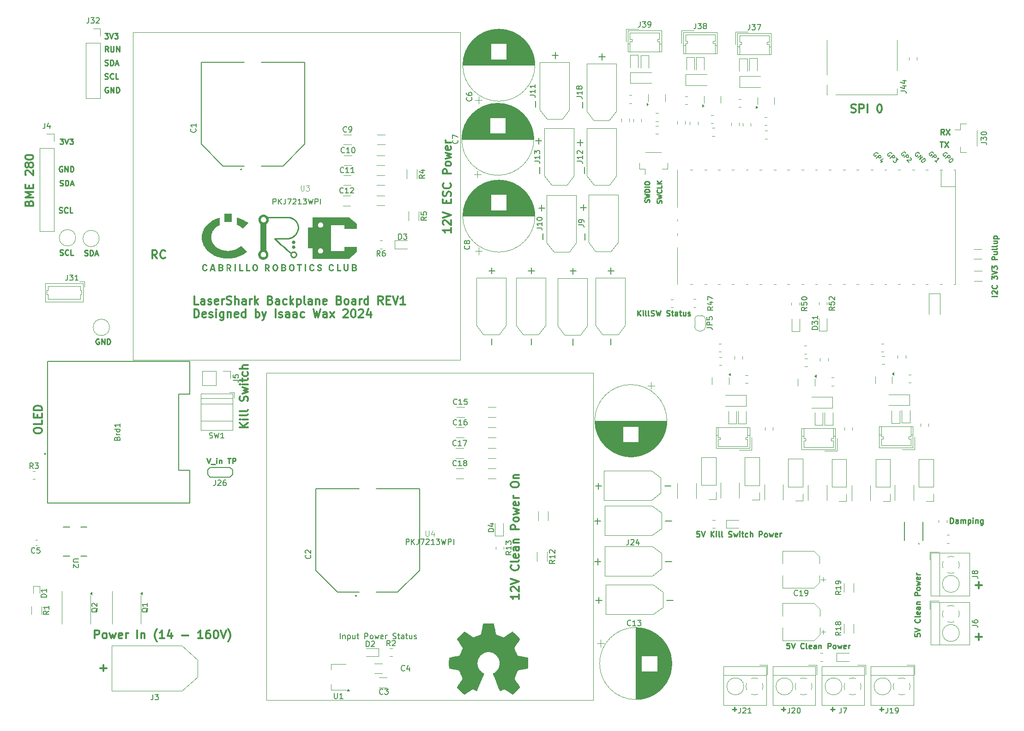
<source format=gbr>
%TF.GenerationSoftware,KiCad,Pcbnew,8.0.8-8.0.8-0~ubuntu22.04.1*%
%TF.CreationDate,2025-01-31T14:52:16-08:00*%
%TF.ProjectId,Backplane_Board,4261636b-706c-4616-9e65-5f426f617264,1*%
%TF.SameCoordinates,Original*%
%TF.FileFunction,Legend,Top*%
%TF.FilePolarity,Positive*%
%FSLAX46Y46*%
G04 Gerber Fmt 4.6, Leading zero omitted, Abs format (unit mm)*
G04 Created by KiCad (PCBNEW 8.0.8-8.0.8-0~ubuntu22.04.1) date 2025-01-31 14:52:16*
%MOMM*%
%LPD*%
G01*
G04 APERTURE LIST*
%ADD10C,0.238124*%
%ADD11C,0.000000*%
%ADD12C,0.300000*%
%ADD13C,0.250000*%
%ADD14C,0.175000*%
%ADD15C,0.225000*%
%ADD16C,0.150000*%
%ADD17C,0.100000*%
%ADD18C,0.120000*%
%ADD19C,0.127000*%
%ADD20C,0.200000*%
%ADD21C,0.152400*%
G04 APERTURE END LIST*
D10*
X79854507Y-64162471D02*
X79359738Y-64177996D01*
D11*
G36*
X92698308Y-68843770D02*
G01*
X92711057Y-68844502D01*
X92723761Y-68845629D01*
X92736412Y-68847151D01*
X92749000Y-68849064D01*
X92761517Y-68851367D01*
X92773953Y-68854057D01*
X92786299Y-68857132D01*
X92798547Y-68860591D01*
X92810686Y-68864431D01*
X92822709Y-68868650D01*
X92834606Y-68873245D01*
X92846368Y-68878216D01*
X92857986Y-68883559D01*
X92869451Y-68889273D01*
X92879705Y-68894907D01*
X92889733Y-68900884D01*
X92899528Y-68907197D01*
X92909081Y-68913839D01*
X92918386Y-68920801D01*
X92927434Y-68928078D01*
X92936218Y-68935661D01*
X92944731Y-68943542D01*
X92952963Y-68951716D01*
X92960908Y-68960173D01*
X92968559Y-68968908D01*
X92975906Y-68977912D01*
X92982944Y-68987178D01*
X92989663Y-68996699D01*
X92996056Y-69006467D01*
X93002116Y-69016475D01*
X93007960Y-69027043D01*
X93013433Y-69037780D01*
X93018533Y-69048676D01*
X93023257Y-69059723D01*
X93027603Y-69070909D01*
X93031568Y-69082226D01*
X93035149Y-69093663D01*
X93038345Y-69105210D01*
X93041152Y-69116858D01*
X93043568Y-69128597D01*
X93045590Y-69140416D01*
X93047216Y-69152306D01*
X93048444Y-69164258D01*
X93049269Y-69176261D01*
X93049692Y-69188305D01*
X93049707Y-69200380D01*
X93049434Y-69210811D01*
X93048821Y-69221207D01*
X93047870Y-69231561D01*
X93046584Y-69241865D01*
X93044965Y-69252111D01*
X93043015Y-69262291D01*
X93040736Y-69272397D01*
X93038131Y-69282421D01*
X93035201Y-69292355D01*
X93031949Y-69302191D01*
X93028377Y-69311921D01*
X93024488Y-69321537D01*
X93020283Y-69331032D01*
X93015765Y-69340397D01*
X93010936Y-69349624D01*
X93005799Y-69358705D01*
X93000925Y-69367541D01*
X92995757Y-69376184D01*
X92990300Y-69384625D01*
X92984561Y-69392859D01*
X92978547Y-69400878D01*
X92972263Y-69408677D01*
X92965716Y-69416249D01*
X92958913Y-69423586D01*
X92951859Y-69430684D01*
X92944560Y-69437534D01*
X92937024Y-69444130D01*
X92929256Y-69450467D01*
X92921264Y-69456536D01*
X92913052Y-69462332D01*
X92904628Y-69467849D01*
X92895997Y-69473078D01*
X92905420Y-69478167D01*
X92914641Y-69483569D01*
X92923653Y-69489277D01*
X92932448Y-69495285D01*
X92941021Y-69501587D01*
X92949363Y-69508175D01*
X92957467Y-69515043D01*
X92965328Y-69522185D01*
X92972937Y-69529594D01*
X92980289Y-69537263D01*
X92987375Y-69545187D01*
X92994189Y-69553357D01*
X93000725Y-69561769D01*
X93006974Y-69570414D01*
X93012930Y-69579288D01*
X93018586Y-69588382D01*
X93024493Y-69598004D01*
X93030039Y-69607809D01*
X93035219Y-69617788D01*
X93040032Y-69627929D01*
X93044474Y-69638223D01*
X93048542Y-69648659D01*
X93052233Y-69659226D01*
X93055545Y-69669916D01*
X93058474Y-69680716D01*
X93061016Y-69691617D01*
X93063171Y-69702609D01*
X93064933Y-69713681D01*
X93066300Y-69724823D01*
X93067270Y-69736024D01*
X93067839Y-69747274D01*
X93068004Y-69758564D01*
X93068010Y-69770991D01*
X93067599Y-69783387D01*
X93066773Y-69795741D01*
X93065536Y-69808043D01*
X93063890Y-69820283D01*
X93061838Y-69832452D01*
X93059381Y-69844539D01*
X93056523Y-69856533D01*
X93053267Y-69868426D01*
X93049614Y-69880206D01*
X93045567Y-69891864D01*
X93041130Y-69903390D01*
X93036304Y-69914774D01*
X93031092Y-69926005D01*
X93025496Y-69937073D01*
X93019520Y-69947969D01*
X93013343Y-69958198D01*
X93006824Y-69968180D01*
X92999972Y-69977910D01*
X92992793Y-69987379D01*
X92985297Y-69996580D01*
X92977490Y-70005506D01*
X92969381Y-70014147D01*
X92960978Y-70022498D01*
X92952288Y-70030551D01*
X92943320Y-70038297D01*
X92934081Y-70045730D01*
X92924579Y-70052841D01*
X92914822Y-70059624D01*
X92904819Y-70066070D01*
X92894576Y-70072172D01*
X92884102Y-70077923D01*
X92872422Y-70083743D01*
X92860587Y-70089187D01*
X92848605Y-70094251D01*
X92836485Y-70098933D01*
X92824237Y-70103232D01*
X92811870Y-70107146D01*
X92799393Y-70110671D01*
X92786816Y-70113806D01*
X92774147Y-70116549D01*
X92761397Y-70118897D01*
X92748573Y-70120849D01*
X92735685Y-70122403D01*
X92722743Y-70123555D01*
X92709756Y-70124305D01*
X92696732Y-70124649D01*
X92683682Y-70124586D01*
X92165770Y-70124588D01*
X92165770Y-69901330D01*
X92418309Y-69901330D01*
X92648917Y-69901314D01*
X92654593Y-69901340D01*
X92660260Y-69901208D01*
X92665914Y-69900916D01*
X92671552Y-69900468D01*
X92677171Y-69899862D01*
X92682768Y-69899099D01*
X92688339Y-69898181D01*
X92693881Y-69897108D01*
X92699390Y-69895880D01*
X92704865Y-69894499D01*
X92710300Y-69892965D01*
X92715694Y-69891278D01*
X92721043Y-69889440D01*
X92726343Y-69887450D01*
X92731591Y-69885311D01*
X92736785Y-69883022D01*
X92741370Y-69880803D01*
X92745851Y-69878412D01*
X92750226Y-69875852D01*
X92754488Y-69873128D01*
X92758634Y-69870243D01*
X92762660Y-69867202D01*
X92766561Y-69864008D01*
X92770333Y-69860666D01*
X92773971Y-69857178D01*
X92777472Y-69853550D01*
X92780831Y-69849785D01*
X92784043Y-69845887D01*
X92787105Y-69841861D01*
X92790012Y-69837709D01*
X92792760Y-69833436D01*
X92795344Y-69829047D01*
X92797883Y-69824108D01*
X92800256Y-69819099D01*
X92802462Y-69814024D01*
X92804499Y-69808886D01*
X92806367Y-69803691D01*
X92808065Y-69798442D01*
X92809592Y-69793144D01*
X92810946Y-69787801D01*
X92812127Y-69782416D01*
X92813133Y-69776995D01*
X92813965Y-69771542D01*
X92814620Y-69766060D01*
X92815098Y-69760554D01*
X92815397Y-69755029D01*
X92815518Y-69749488D01*
X92815458Y-69743936D01*
X92815674Y-69735908D01*
X92815468Y-69727919D01*
X92814846Y-69719984D01*
X92813814Y-69712120D01*
X92812378Y-69704339D01*
X92810543Y-69696659D01*
X92808316Y-69689093D01*
X92805702Y-69681658D01*
X92802706Y-69674368D01*
X92799335Y-69667238D01*
X92795594Y-69660283D01*
X92791490Y-69653519D01*
X92787027Y-69646961D01*
X92782212Y-69640624D01*
X92777050Y-69634522D01*
X92771547Y-69628672D01*
X92765107Y-69623278D01*
X92758437Y-69618230D01*
X92751553Y-69613531D01*
X92744468Y-69609189D01*
X92737196Y-69605206D01*
X92729751Y-69601588D01*
X92722148Y-69598340D01*
X92714401Y-69595467D01*
X92706523Y-69592972D01*
X92698529Y-69590863D01*
X92690433Y-69589142D01*
X92682249Y-69587815D01*
X92673991Y-69586887D01*
X92665672Y-69586363D01*
X92657308Y-69586247D01*
X92648912Y-69586544D01*
X92418309Y-69586544D01*
X92418309Y-69901330D01*
X92165770Y-69901330D01*
X92165770Y-69586544D01*
X92165770Y-69383411D01*
X92418300Y-69383411D01*
X92630627Y-69383392D01*
X92636337Y-69383412D01*
X92642036Y-69383258D01*
X92647719Y-69382930D01*
X92653384Y-69382429D01*
X92659025Y-69381757D01*
X92664639Y-69380913D01*
X92670223Y-69379900D01*
X92675772Y-69378718D01*
X92681282Y-69377367D01*
X92686750Y-69375849D01*
X92692172Y-69374165D01*
X92697543Y-69372315D01*
X92702861Y-69370301D01*
X92708121Y-69368122D01*
X92713319Y-69365781D01*
X92718451Y-69363278D01*
X92723011Y-69360865D01*
X92727469Y-69358292D01*
X92731821Y-69355562D01*
X92736062Y-69352680D01*
X92740189Y-69349649D01*
X92744199Y-69346471D01*
X92748088Y-69343152D01*
X92751852Y-69339693D01*
X92755487Y-69336100D01*
X92758989Y-69332376D01*
X92762356Y-69328523D01*
X92765582Y-69324546D01*
X92768664Y-69320448D01*
X92771600Y-69316233D01*
X92774384Y-69311904D01*
X92777013Y-69307465D01*
X92779530Y-69302641D01*
X92781885Y-69297747D01*
X92784075Y-69292786D01*
X92786100Y-69287764D01*
X92787960Y-69282683D01*
X92789652Y-69277550D01*
X92791176Y-69272366D01*
X92792531Y-69267138D01*
X92793717Y-69261868D01*
X92794731Y-69256561D01*
X92795573Y-69251222D01*
X92796242Y-69245854D01*
X92796737Y-69240461D01*
X92797057Y-69235048D01*
X92797201Y-69229619D01*
X92797168Y-69224177D01*
X92797384Y-69216145D01*
X92797177Y-69208152D01*
X92796554Y-69200214D01*
X92795521Y-69192345D01*
X92794084Y-69184561D01*
X92792247Y-69176878D01*
X92790017Y-69169309D01*
X92787400Y-69161871D01*
X92784402Y-69154578D01*
X92781028Y-69147445D01*
X92777283Y-69140489D01*
X92773175Y-69133723D01*
X92768708Y-69127163D01*
X92763888Y-69120825D01*
X92758721Y-69114723D01*
X92753214Y-69108872D01*
X92746776Y-69103481D01*
X92740109Y-69098436D01*
X92733228Y-69093741D01*
X92726146Y-69089401D01*
X92718877Y-69085422D01*
X92711435Y-69081807D01*
X92703835Y-69078563D01*
X92696090Y-69075693D01*
X92688215Y-69073203D01*
X92680225Y-69071097D01*
X92672132Y-69069380D01*
X92663951Y-69068057D01*
X92655696Y-69067133D01*
X92647381Y-69066613D01*
X92639021Y-69066502D01*
X92630629Y-69066804D01*
X92418300Y-69066804D01*
X92418300Y-69383411D01*
X92165770Y-69383411D01*
X92165770Y-69066804D01*
X92165770Y-68843502D01*
X92672714Y-68843502D01*
X92685524Y-68843436D01*
X92698308Y-68843770D01*
G37*
G36*
X88308367Y-67835655D02*
G01*
X84930962Y-67835655D01*
X84930962Y-66410810D01*
X85933636Y-66410810D01*
X85934254Y-66435251D01*
X85936088Y-66459370D01*
X85939108Y-66483140D01*
X85943285Y-66506528D01*
X85948589Y-66529507D01*
X85954989Y-66552045D01*
X85962456Y-66574113D01*
X85970960Y-66595681D01*
X85980471Y-66616719D01*
X85990960Y-66637198D01*
X86002396Y-66657088D01*
X86014750Y-66676358D01*
X86027992Y-66694979D01*
X86042092Y-66712921D01*
X86057019Y-66730154D01*
X86072746Y-66746649D01*
X86089240Y-66762375D01*
X86106474Y-66777303D01*
X86124416Y-66791403D01*
X86143037Y-66804644D01*
X86162307Y-66816998D01*
X86182197Y-66828434D01*
X86202676Y-66838923D01*
X86223714Y-66848434D01*
X86245283Y-66856938D01*
X86267351Y-66864405D01*
X86289889Y-66870805D01*
X86312867Y-66876109D01*
X86336256Y-66880285D01*
X86360025Y-66883306D01*
X86384145Y-66885140D01*
X86408586Y-66885758D01*
X86432137Y-66885175D01*
X86455529Y-66883435D01*
X86478722Y-66880554D01*
X86501677Y-66876549D01*
X86524355Y-66871436D01*
X86546718Y-66865230D01*
X86568727Y-66857949D01*
X86590342Y-66849607D01*
X86611525Y-66840222D01*
X86632236Y-66829809D01*
X86652438Y-66818384D01*
X86672090Y-66805964D01*
X86691154Y-66792564D01*
X86709592Y-66778202D01*
X86727363Y-66762892D01*
X86744429Y-66746652D01*
X86760670Y-66729585D01*
X86775979Y-66711814D01*
X86790341Y-66693378D01*
X86803741Y-66674314D01*
X86816160Y-66654662D01*
X86827585Y-66634461D01*
X86837998Y-66613749D01*
X86847383Y-66592567D01*
X86855724Y-66570952D01*
X86863006Y-66548943D01*
X86869211Y-66526580D01*
X86874325Y-66503902D01*
X86878330Y-66480947D01*
X86881211Y-66457754D01*
X86882951Y-66434362D01*
X86883534Y-66410811D01*
X86883532Y-66410811D01*
X86882914Y-66386370D01*
X86881080Y-66362250D01*
X86878060Y-66338480D01*
X86873884Y-66315092D01*
X86868581Y-66292113D01*
X86862181Y-66269575D01*
X86854714Y-66247507D01*
X86846210Y-66225939D01*
X86836699Y-66204900D01*
X86826210Y-66184421D01*
X86814774Y-66164532D01*
X86802421Y-66145262D01*
X86789179Y-66126641D01*
X86775079Y-66108698D01*
X86760152Y-66091465D01*
X86744426Y-66074970D01*
X86727931Y-66059244D01*
X86710698Y-66044316D01*
X86692756Y-66030217D01*
X86674135Y-66016975D01*
X86654865Y-66004621D01*
X86634975Y-65993185D01*
X86614496Y-65982697D01*
X86593458Y-65973185D01*
X86571890Y-65964681D01*
X86549822Y-65957214D01*
X86527284Y-65950814D01*
X86504305Y-65945511D01*
X86480917Y-65941334D01*
X86457147Y-65938314D01*
X86433027Y-65936480D01*
X86408586Y-65935862D01*
X86384145Y-65936480D01*
X86360025Y-65938314D01*
X86336256Y-65941334D01*
X86312867Y-65945511D01*
X86289889Y-65950814D01*
X86267351Y-65957214D01*
X86245283Y-65964681D01*
X86223714Y-65973185D01*
X86202676Y-65982697D01*
X86182197Y-65993185D01*
X86162307Y-66004621D01*
X86143037Y-66016975D01*
X86124416Y-66030217D01*
X86106474Y-66044316D01*
X86089240Y-66059244D01*
X86072746Y-66074970D01*
X86057019Y-66091465D01*
X86042092Y-66108698D01*
X86027992Y-66126640D01*
X86014750Y-66145261D01*
X86002396Y-66164531D01*
X85990960Y-66184421D01*
X85980471Y-66204900D01*
X85970960Y-66225938D01*
X85962456Y-66247506D01*
X85954989Y-66269574D01*
X85948589Y-66292112D01*
X85943285Y-66315091D01*
X85939108Y-66338480D01*
X85936088Y-66362249D01*
X85934254Y-66386369D01*
X85933636Y-66410810D01*
X84930962Y-66410810D01*
X84930962Y-61661325D01*
X85933636Y-61661325D01*
X85934254Y-61685765D01*
X85936088Y-61709885D01*
X85939108Y-61733655D01*
X85943285Y-61757043D01*
X85948589Y-61780022D01*
X85954989Y-61802560D01*
X85962456Y-61824628D01*
X85970960Y-61846196D01*
X85980471Y-61867234D01*
X85990960Y-61887713D01*
X86002396Y-61907602D01*
X86014750Y-61926873D01*
X86027992Y-61945494D01*
X86042092Y-61963436D01*
X86057019Y-61980669D01*
X86072746Y-61997164D01*
X86089240Y-62012890D01*
X86106474Y-62027818D01*
X86124416Y-62041917D01*
X86143037Y-62055159D01*
X86162307Y-62067513D01*
X86182197Y-62078949D01*
X86202676Y-62089438D01*
X86223714Y-62098949D01*
X86245283Y-62107453D01*
X86267351Y-62114920D01*
X86289889Y-62121320D01*
X86312867Y-62126624D01*
X86336256Y-62130801D01*
X86360025Y-62133821D01*
X86384145Y-62135655D01*
X86408586Y-62136273D01*
X86432137Y-62135690D01*
X86455529Y-62133950D01*
X86478722Y-62131069D01*
X86501677Y-62127064D01*
X86524355Y-62121950D01*
X86546718Y-62115745D01*
X86568727Y-62108463D01*
X86590342Y-62100121D01*
X86611525Y-62090736D01*
X86632236Y-62080322D01*
X86652438Y-62068898D01*
X86672090Y-62056478D01*
X86691154Y-62043078D01*
X86709592Y-62028716D01*
X86727363Y-62013406D01*
X86744429Y-61997165D01*
X86760670Y-61980099D01*
X86775979Y-61962328D01*
X86790342Y-61943891D01*
X86803741Y-61924827D01*
X86816161Y-61905175D01*
X86827585Y-61884974D01*
X86837998Y-61864263D01*
X86847384Y-61843080D01*
X86855725Y-61821465D01*
X86863007Y-61799456D01*
X86869212Y-61777093D01*
X86874326Y-61754415D01*
X86878331Y-61731460D01*
X86881211Y-61708267D01*
X86882951Y-61684875D01*
X86883534Y-61661324D01*
X86883532Y-61661325D01*
X86882914Y-61636884D01*
X86881080Y-61612764D01*
X86878060Y-61588995D01*
X86873884Y-61565607D01*
X86868581Y-61542628D01*
X86862181Y-61520090D01*
X86854714Y-61498022D01*
X86846210Y-61476454D01*
X86836699Y-61455416D01*
X86826210Y-61434937D01*
X86814774Y-61415047D01*
X86802421Y-61395777D01*
X86789179Y-61377156D01*
X86775079Y-61359214D01*
X86760152Y-61341981D01*
X86744426Y-61325486D01*
X86727931Y-61309760D01*
X86710698Y-61294832D01*
X86692756Y-61280732D01*
X86674135Y-61267491D01*
X86654865Y-61255137D01*
X86634975Y-61243701D01*
X86614496Y-61233212D01*
X86593458Y-61223701D01*
X86571890Y-61215197D01*
X86549822Y-61207730D01*
X86527284Y-61201330D01*
X86504305Y-61196026D01*
X86480917Y-61191850D01*
X86457147Y-61188829D01*
X86433027Y-61186995D01*
X86408586Y-61186377D01*
X86384145Y-61186995D01*
X86360025Y-61188829D01*
X86336256Y-61191849D01*
X86312867Y-61196026D01*
X86289889Y-61201330D01*
X86267351Y-61207730D01*
X86245283Y-61215197D01*
X86223714Y-61223701D01*
X86202676Y-61233212D01*
X86182197Y-61243701D01*
X86162307Y-61255137D01*
X86143037Y-61267491D01*
X86124416Y-61280732D01*
X86106474Y-61294832D01*
X86089240Y-61309760D01*
X86072746Y-61325486D01*
X86057019Y-61341980D01*
X86042092Y-61359214D01*
X86027992Y-61377156D01*
X86014750Y-61395777D01*
X86002396Y-61415047D01*
X85990960Y-61434936D01*
X85980471Y-61455415D01*
X85970960Y-61476453D01*
X85962456Y-61498022D01*
X85954989Y-61520090D01*
X85948589Y-61542628D01*
X85943285Y-61565606D01*
X85939108Y-61588995D01*
X85936088Y-61612764D01*
X85934254Y-61636884D01*
X85933636Y-61661325D01*
X84930962Y-61661325D01*
X84930962Y-60236476D01*
X88308367Y-60236476D01*
X88308367Y-67835655D01*
G37*
D10*
X81754873Y-60827955D02*
X81802462Y-60876199D01*
X81363880Y-60523553D02*
X81413161Y-60553847D01*
D11*
G36*
X82975053Y-69075933D02*
G01*
X82641976Y-69075933D01*
X82641976Y-70124587D01*
X82378461Y-70124588D01*
X82378461Y-69075933D01*
X82039880Y-69075933D01*
X82039880Y-68843502D01*
X82975053Y-68843502D01*
X82975053Y-69075933D01*
G37*
D10*
X82298997Y-62126810D02*
X82290595Y-62261136D01*
X81802462Y-60876199D02*
X81848152Y-60926059D01*
X80833158Y-64056998D02*
X80792109Y-64069306D01*
X77985912Y-64135339D02*
X77985528Y-64135759D01*
X82296592Y-61987281D02*
X82298997Y-62126810D01*
D11*
G36*
X89673213Y-69892162D02*
G01*
X90170973Y-69892162D01*
X90170973Y-70124588D01*
X89409662Y-70124588D01*
X89409662Y-68843502D01*
X89673213Y-68843502D01*
X89673213Y-69892162D01*
G37*
D10*
X80191141Y-60229753D02*
X80230421Y-60228843D01*
D11*
G36*
X93057874Y-61450254D02*
G01*
X93057874Y-62400135D01*
X90788664Y-62400135D01*
X90788664Y-61661313D01*
X88361136Y-61661313D01*
X88361136Y-60236492D01*
X91633016Y-60236492D01*
X93057874Y-61450254D01*
G37*
D10*
X80112631Y-60233395D02*
X80151875Y-60231271D01*
X82192924Y-61500677D02*
X82215418Y-61564455D01*
X77998010Y-64134191D02*
X77996834Y-64133967D01*
X81609322Y-60696355D02*
X81657621Y-60737664D01*
X80561832Y-60247546D02*
X80624008Y-60256895D01*
X82281893Y-61843069D02*
X82290872Y-61915728D01*
X80624008Y-60256895D02*
X80693427Y-60269489D01*
X82235592Y-61629148D02*
X82253412Y-61694697D01*
X80288289Y-66226696D02*
X81010879Y-66845026D01*
D11*
G36*
X69628254Y-68843798D02*
G01*
X69642804Y-68844682D01*
X69657296Y-68846052D01*
X69671718Y-68847905D01*
X69686058Y-68850240D01*
X69700303Y-68853051D01*
X69714443Y-68856337D01*
X69728464Y-68860095D01*
X69742356Y-68864321D01*
X69756106Y-68869013D01*
X69769702Y-68874167D01*
X69783133Y-68879781D01*
X69796385Y-68885852D01*
X69809448Y-68892376D01*
X69822310Y-68899350D01*
X69833757Y-68906199D01*
X69844937Y-68913425D01*
X69855841Y-68921020D01*
X69866460Y-68928974D01*
X69876787Y-68937280D01*
X69886814Y-68945929D01*
X69896531Y-68954913D01*
X69905931Y-68964223D01*
X69915005Y-68973850D01*
X69923746Y-68983786D01*
X69932144Y-68994023D01*
X69940193Y-69004553D01*
X69947882Y-69015366D01*
X69955205Y-69026454D01*
X69962152Y-69037808D01*
X69968716Y-69049421D01*
X69974994Y-69061581D01*
X69980872Y-69073912D01*
X69986349Y-69086403D01*
X69991423Y-69099046D01*
X69996091Y-69111830D01*
X70000351Y-69124745D01*
X70004199Y-69137782D01*
X70007635Y-69150930D01*
X70010655Y-69164180D01*
X70013257Y-69177522D01*
X70015438Y-69190945D01*
X70017196Y-69204440D01*
X70018530Y-69217998D01*
X70019435Y-69231607D01*
X70019911Y-69245259D01*
X70019953Y-69258943D01*
X70019924Y-69272359D01*
X70019460Y-69285742D01*
X70018564Y-69299081D01*
X70017237Y-69312367D01*
X70015484Y-69325590D01*
X70013305Y-69338739D01*
X70010704Y-69351803D01*
X70007684Y-69364774D01*
X70004246Y-69377641D01*
X70000394Y-69390393D01*
X69996130Y-69403020D01*
X69991456Y-69415513D01*
X69986375Y-69427860D01*
X69980890Y-69440053D01*
X69975003Y-69452080D01*
X69968716Y-69463931D01*
X69962131Y-69475216D01*
X69955163Y-69486234D01*
X69947821Y-69496977D01*
X69940113Y-69507435D01*
X69932048Y-69517599D01*
X69923636Y-69527463D01*
X69914884Y-69537015D01*
X69905802Y-69546249D01*
X69896398Y-69555155D01*
X69886682Y-69563725D01*
X69876662Y-69571950D01*
X69866346Y-69579821D01*
X69855745Y-69587330D01*
X69844866Y-69594469D01*
X69833718Y-69601227D01*
X69822310Y-69607598D01*
X69809318Y-69614143D01*
X69796148Y-69620262D01*
X69782811Y-69625951D01*
X69780475Y-69626861D01*
X70060225Y-70124571D01*
X69785710Y-70124571D01*
X69537264Y-69659728D01*
X69401384Y-69659728D01*
X69401384Y-70124584D01*
X69148825Y-70124588D01*
X69148825Y-69447443D01*
X69401388Y-69447443D01*
X69582561Y-69447443D01*
X69589016Y-69447490D01*
X69595457Y-69447326D01*
X69601878Y-69446953D01*
X69608276Y-69446373D01*
X69614645Y-69445586D01*
X69620980Y-69444593D01*
X69627276Y-69443396D01*
X69633529Y-69441996D01*
X69639733Y-69440394D01*
X69645883Y-69438592D01*
X69651975Y-69436590D01*
X69658004Y-69434390D01*
X69663964Y-69431993D01*
X69669850Y-69429400D01*
X69675658Y-69426612D01*
X69681383Y-69423631D01*
X69686513Y-69420636D01*
X69691519Y-69417465D01*
X69696397Y-69414120D01*
X69701144Y-69410607D01*
X69705754Y-69406930D01*
X69710225Y-69403092D01*
X69714551Y-69399099D01*
X69718730Y-69394953D01*
X69722756Y-69390659D01*
X69726626Y-69386222D01*
X69730336Y-69381645D01*
X69733882Y-69376933D01*
X69737260Y-69372089D01*
X69740465Y-69367119D01*
X69743495Y-69362025D01*
X69746343Y-69356813D01*
X69749159Y-69351219D01*
X69751794Y-69345550D01*
X69754249Y-69339809D01*
X69756522Y-69334003D01*
X69758611Y-69328134D01*
X69760517Y-69322208D01*
X69762238Y-69316228D01*
X69763773Y-69310200D01*
X69765120Y-69304126D01*
X69766280Y-69298013D01*
X69767250Y-69291864D01*
X69768030Y-69285683D01*
X69768619Y-69279475D01*
X69769015Y-69273245D01*
X69769218Y-69266996D01*
X69769227Y-69260733D01*
X69769356Y-69251213D01*
X69769021Y-69241739D01*
X69768230Y-69232325D01*
X69766986Y-69222988D01*
X69765297Y-69213743D01*
X69763167Y-69204605D01*
X69760603Y-69195590D01*
X69757610Y-69186714D01*
X69754193Y-69177992D01*
X69750359Y-69169440D01*
X69746112Y-69161073D01*
X69741460Y-69152906D01*
X69736407Y-69144957D01*
X69730958Y-69137239D01*
X69725121Y-69129769D01*
X69718900Y-69122562D01*
X69712072Y-69115864D01*
X69704932Y-69109574D01*
X69697497Y-69103701D01*
X69689786Y-69098252D01*
X69681818Y-69093233D01*
X69673612Y-69088653D01*
X69665187Y-69084518D01*
X69656560Y-69080837D01*
X69647751Y-69077616D01*
X69638779Y-69074864D01*
X69629662Y-69072586D01*
X69620418Y-69070791D01*
X69611066Y-69069487D01*
X69601626Y-69068679D01*
X69592116Y-69068377D01*
X69582553Y-69068587D01*
X69401388Y-69068587D01*
X69401388Y-69447443D01*
X69148825Y-69447443D01*
X69148825Y-69068587D01*
X69148825Y-68843502D01*
X69599028Y-68843502D01*
X69613658Y-68843404D01*
X69628254Y-68843798D01*
G37*
G36*
X79726660Y-68843770D02*
G01*
X79739408Y-68844502D01*
X79752111Y-68845629D01*
X79764762Y-68847151D01*
X79777349Y-68849064D01*
X79789866Y-68851367D01*
X79802301Y-68854057D01*
X79814647Y-68857132D01*
X79826895Y-68860591D01*
X79839034Y-68864431D01*
X79851057Y-68868650D01*
X79862954Y-68873245D01*
X79874716Y-68878216D01*
X79886334Y-68883559D01*
X79897799Y-68889273D01*
X79908053Y-68894907D01*
X79918081Y-68900884D01*
X79927876Y-68907197D01*
X79937430Y-68913839D01*
X79946735Y-68920801D01*
X79955784Y-68928078D01*
X79964568Y-68935661D01*
X79973080Y-68943543D01*
X79981313Y-68951716D01*
X79989258Y-68960174D01*
X79996908Y-68968908D01*
X80004256Y-68977912D01*
X80011293Y-68987179D01*
X80018012Y-68996699D01*
X80024406Y-69006468D01*
X80030466Y-69016476D01*
X80036310Y-69027043D01*
X80041784Y-69037780D01*
X80046884Y-69048677D01*
X80051609Y-69059723D01*
X80055955Y-69070910D01*
X80059920Y-69082226D01*
X80063502Y-69093663D01*
X80066698Y-69105210D01*
X80069505Y-69116858D01*
X80071921Y-69128597D01*
X80073943Y-69140416D01*
X80075569Y-69152306D01*
X80076796Y-69164258D01*
X80077622Y-69176261D01*
X80078044Y-69188305D01*
X80078059Y-69200380D01*
X80077785Y-69210810D01*
X80077172Y-69221206D01*
X80076221Y-69231559D01*
X80074935Y-69241863D01*
X80073315Y-69252109D01*
X80071365Y-69262288D01*
X80069086Y-69272394D01*
X80066480Y-69282418D01*
X80063551Y-69292352D01*
X80060299Y-69302188D01*
X80056727Y-69311918D01*
X80052838Y-69321535D01*
X80048634Y-69331029D01*
X80044116Y-69340394D01*
X80039287Y-69349621D01*
X80034149Y-69358703D01*
X80029276Y-69367540D01*
X80024107Y-69376182D01*
X80018650Y-69384624D01*
X80012912Y-69392858D01*
X80006897Y-69400877D01*
X80000613Y-69408676D01*
X79994066Y-69416248D01*
X79987263Y-69423586D01*
X79980209Y-69430683D01*
X79972910Y-69437534D01*
X79965374Y-69444130D01*
X79957607Y-69450467D01*
X79949614Y-69456536D01*
X79941402Y-69462332D01*
X79932978Y-69467849D01*
X79924348Y-69473078D01*
X79933771Y-69478167D01*
X79942992Y-69483568D01*
X79952004Y-69489276D01*
X79960800Y-69495284D01*
X79969372Y-69501585D01*
X79977714Y-69508173D01*
X79985819Y-69515042D01*
X79993679Y-69522183D01*
X80001289Y-69529592D01*
X80008640Y-69537262D01*
X80015726Y-69545185D01*
X80022540Y-69553356D01*
X80029075Y-69561767D01*
X80035323Y-69570413D01*
X80041279Y-69579286D01*
X80046935Y-69588381D01*
X80052842Y-69598003D01*
X80058388Y-69607808D01*
X80063569Y-69617786D01*
X80068382Y-69627928D01*
X80072824Y-69638221D01*
X80076893Y-69648657D01*
X80080584Y-69659225D01*
X80083896Y-69669915D01*
X80086825Y-69680715D01*
X80089368Y-69691616D01*
X80091522Y-69702608D01*
X80093285Y-69713680D01*
X80094652Y-69724822D01*
X80095622Y-69736024D01*
X80096191Y-69747274D01*
X80096356Y-69758564D01*
X80096361Y-69770991D01*
X80095949Y-69783387D01*
X80095123Y-69795741D01*
X80093886Y-69808043D01*
X80092239Y-69820283D01*
X80090186Y-69832452D01*
X80087729Y-69844539D01*
X80084871Y-69856533D01*
X80081614Y-69868426D01*
X80077961Y-69880206D01*
X80073914Y-69891864D01*
X80069477Y-69903390D01*
X80064651Y-69914774D01*
X80059439Y-69926005D01*
X80053843Y-69937073D01*
X80047867Y-69947969D01*
X80041690Y-69958197D01*
X80035171Y-69968180D01*
X80028319Y-69977909D01*
X80021140Y-69987378D01*
X80013644Y-69996579D01*
X80005837Y-70005504D01*
X79997728Y-70014146D01*
X79989325Y-70022497D01*
X79980635Y-70030549D01*
X79971667Y-70038295D01*
X79962428Y-70045728D01*
X79952926Y-70052840D01*
X79943170Y-70059622D01*
X79933166Y-70066069D01*
X79922923Y-70072171D01*
X79912449Y-70077923D01*
X79900769Y-70083743D01*
X79888933Y-70089187D01*
X79876951Y-70094251D01*
X79864831Y-70098934D01*
X79852583Y-70103233D01*
X79840216Y-70107147D01*
X79827739Y-70110672D01*
X79815161Y-70113807D01*
X79802493Y-70116550D01*
X79789742Y-70118899D01*
X79776918Y-70120851D01*
X79764030Y-70122404D01*
X79751088Y-70123556D01*
X79738101Y-70124306D01*
X79725078Y-70124650D01*
X79712028Y-70124587D01*
X79194122Y-70124588D01*
X79194122Y-69586544D01*
X79446653Y-69586544D01*
X79446653Y-69901330D01*
X79677270Y-69901314D01*
X79682946Y-69901340D01*
X79688612Y-69901208D01*
X79694265Y-69900916D01*
X79699903Y-69900468D01*
X79705522Y-69899862D01*
X79711118Y-69899099D01*
X79716689Y-69898181D01*
X79722230Y-69897108D01*
X79727740Y-69895880D01*
X79733214Y-69894499D01*
X79738650Y-69892965D01*
X79744043Y-69891278D01*
X79749392Y-69889440D01*
X79754692Y-69887450D01*
X79759941Y-69885311D01*
X79765134Y-69883022D01*
X79769720Y-69880803D01*
X79774203Y-69878412D01*
X79778577Y-69875853D01*
X79782840Y-69873129D01*
X79786986Y-69870244D01*
X79791012Y-69867203D01*
X79794913Y-69864009D01*
X79798685Y-69860666D01*
X79802323Y-69857179D01*
X79805824Y-69853551D01*
X79809182Y-69849786D01*
X79812394Y-69845888D01*
X79815456Y-69841861D01*
X79818362Y-69837709D01*
X79821110Y-69833437D01*
X79823694Y-69829047D01*
X79826233Y-69824108D01*
X79828606Y-69819100D01*
X79830811Y-69814025D01*
X79832849Y-69808887D01*
X79834717Y-69803692D01*
X79836415Y-69798443D01*
X79837942Y-69793145D01*
X79839296Y-69787802D01*
X79840477Y-69782418D01*
X79841484Y-69776997D01*
X79842316Y-69771543D01*
X79842971Y-69766062D01*
X79843449Y-69760556D01*
X79843749Y-69755031D01*
X79843870Y-69749489D01*
X79843810Y-69743937D01*
X79844025Y-69735908D01*
X79843819Y-69727919D01*
X79843197Y-69719984D01*
X79842165Y-69712119D01*
X79840728Y-69704339D01*
X79838893Y-69696658D01*
X79836666Y-69689093D01*
X79834051Y-69681657D01*
X79831055Y-69674367D01*
X79827684Y-69667237D01*
X79823943Y-69660283D01*
X79819839Y-69653519D01*
X79815376Y-69646961D01*
X79810560Y-69640624D01*
X79805398Y-69634522D01*
X79799896Y-69628672D01*
X79793455Y-69623278D01*
X79786786Y-69618230D01*
X79779902Y-69613532D01*
X79772817Y-69609189D01*
X79765545Y-69605206D01*
X79758101Y-69601589D01*
X79750498Y-69598341D01*
X79742750Y-69595467D01*
X79734872Y-69592973D01*
X79726878Y-69590864D01*
X79718782Y-69589143D01*
X79710598Y-69587816D01*
X79702340Y-69586889D01*
X79694021Y-69586364D01*
X79685658Y-69586249D01*
X79677262Y-69586546D01*
X79446653Y-69586544D01*
X79194122Y-69586544D01*
X79194122Y-69383411D01*
X79446646Y-69383411D01*
X79658974Y-69383392D01*
X79664685Y-69383412D01*
X79670384Y-69383258D01*
X79676067Y-69382930D01*
X79681731Y-69382429D01*
X79687372Y-69381757D01*
X79692987Y-69380913D01*
X79698570Y-69379900D01*
X79704119Y-69378718D01*
X79709629Y-69377367D01*
X79715097Y-69375849D01*
X79720519Y-69374165D01*
X79725890Y-69372315D01*
X79731208Y-69370301D01*
X79736468Y-69368122D01*
X79741666Y-69365781D01*
X79746799Y-69363278D01*
X79751358Y-69360865D01*
X79755816Y-69358292D01*
X79760167Y-69355562D01*
X79764408Y-69352680D01*
X79768536Y-69349648D01*
X79772546Y-69346470D01*
X79776434Y-69343151D01*
X79780198Y-69339693D01*
X79783833Y-69336099D01*
X79787336Y-69332375D01*
X79790702Y-69328522D01*
X79793928Y-69324545D01*
X79797011Y-69320447D01*
X79799947Y-69316232D01*
X79802731Y-69311904D01*
X79805360Y-69307465D01*
X79807877Y-69302641D01*
X79810232Y-69297746D01*
X79812422Y-69292785D01*
X79814447Y-69287763D01*
X79816306Y-69282682D01*
X79817998Y-69277548D01*
X79819523Y-69272365D01*
X79820878Y-69267136D01*
X79822063Y-69261867D01*
X79823077Y-69256560D01*
X79823919Y-69251220D01*
X79824588Y-69245852D01*
X79825083Y-69240459D01*
X79825403Y-69235046D01*
X79825547Y-69229617D01*
X79825514Y-69224176D01*
X79825730Y-69216144D01*
X79825524Y-69208151D01*
X79824902Y-69200213D01*
X79823870Y-69192345D01*
X79822432Y-69184561D01*
X79820596Y-69176877D01*
X79818366Y-69169309D01*
X79815750Y-69161870D01*
X79812751Y-69154578D01*
X79809377Y-69147445D01*
X79805633Y-69140489D01*
X79801524Y-69133723D01*
X79797057Y-69127163D01*
X79792238Y-69120825D01*
X79787071Y-69114723D01*
X79781563Y-69108872D01*
X79775125Y-69103481D01*
X79768458Y-69098436D01*
X79761577Y-69093741D01*
X79754494Y-69089401D01*
X79747225Y-69085422D01*
X79739783Y-69081807D01*
X79732182Y-69078563D01*
X79724438Y-69075693D01*
X79716563Y-69073203D01*
X79708571Y-69071097D01*
X79700478Y-69069380D01*
X79692297Y-69068057D01*
X79684042Y-69067133D01*
X79675727Y-69066613D01*
X79667366Y-69066502D01*
X79658974Y-69066804D01*
X79446646Y-69066804D01*
X79446646Y-69383411D01*
X79194122Y-69383411D01*
X79194122Y-69066804D01*
X79194122Y-68843502D01*
X79701067Y-68843502D01*
X79713876Y-68843436D01*
X79726660Y-68843770D01*
G37*
G36*
X85162851Y-65935861D02*
G01*
X84086601Y-65935861D01*
X84086601Y-62136272D01*
X85162851Y-62136272D01*
X85162851Y-65935861D01*
G37*
D10*
X81635419Y-63572072D02*
X81588496Y-63616396D01*
X81027467Y-60363442D02*
X81121055Y-60400608D01*
X81440129Y-63740705D02*
X81388250Y-63779159D01*
X81560627Y-60657389D02*
X81609322Y-60696355D01*
X77996834Y-64133967D02*
X77995710Y-64133787D01*
D11*
G36*
X67912174Y-61665745D02*
G01*
X67741312Y-61752024D01*
X67578025Y-61846951D01*
X67422789Y-61950139D01*
X67276079Y-62061200D01*
X67138371Y-62179747D01*
X67010141Y-62305391D01*
X66891866Y-62437744D01*
X66784020Y-62576420D01*
X66687080Y-62721031D01*
X66601521Y-62871189D01*
X66527820Y-63026505D01*
X66466452Y-63186594D01*
X66417893Y-63351066D01*
X66382619Y-63519534D01*
X66370112Y-63605145D01*
X66361105Y-63691611D01*
X66355658Y-63778881D01*
X66353829Y-63866908D01*
X66357845Y-63997304D01*
X66369765Y-64125988D01*
X66389395Y-64252801D01*
X66416540Y-64377583D01*
X66451007Y-64500177D01*
X66492602Y-64620421D01*
X66541130Y-64738158D01*
X66596399Y-64853228D01*
X66658213Y-64965471D01*
X66726380Y-65074729D01*
X66800704Y-65180843D01*
X66880993Y-65283652D01*
X66967052Y-65382998D01*
X67058687Y-65478722D01*
X67155704Y-65570665D01*
X67257910Y-65658667D01*
X67365110Y-65742568D01*
X67477110Y-65822211D01*
X67593717Y-65897435D01*
X67714737Y-65968082D01*
X67839975Y-66033992D01*
X67969238Y-66095006D01*
X68102332Y-66150964D01*
X68239062Y-66201709D01*
X68379235Y-66247079D01*
X68522657Y-66286917D01*
X68669134Y-66321063D01*
X68818472Y-66349357D01*
X68970477Y-66371641D01*
X69124956Y-66387755D01*
X69281713Y-66397540D01*
X69440556Y-66400837D01*
X69617076Y-66396760D01*
X69790982Y-66384673D01*
X69962007Y-66364797D01*
X70129887Y-66337352D01*
X70294355Y-66302558D01*
X70455147Y-66260635D01*
X70611996Y-66211802D01*
X70764637Y-66156280D01*
X70912805Y-66094289D01*
X71056235Y-66026048D01*
X71194660Y-65951777D01*
X71327815Y-65871697D01*
X71455436Y-65786026D01*
X71577255Y-65694986D01*
X71693009Y-65598796D01*
X71802430Y-65497677D01*
X72936560Y-66551471D01*
X72920221Y-66565851D01*
X72903967Y-66580295D01*
X72887625Y-66594672D01*
X72879366Y-66601794D01*
X72871020Y-66608851D01*
X72871007Y-66608839D01*
X72703287Y-66742332D01*
X72527570Y-66869137D01*
X72344192Y-66988979D01*
X72153477Y-67101594D01*
X71955750Y-67206717D01*
X71751335Y-67304084D01*
X71540555Y-67393432D01*
X71323734Y-67474497D01*
X71101197Y-67547013D01*
X70873268Y-67610717D01*
X70640269Y-67665346D01*
X70402526Y-67710634D01*
X70160363Y-67746318D01*
X69914102Y-67772133D01*
X69664069Y-67787816D01*
X69410588Y-67793103D01*
X69163842Y-67788103D01*
X68920335Y-67773264D01*
X68680369Y-67748827D01*
X68444244Y-67715034D01*
X68212263Y-67672126D01*
X67984726Y-67620344D01*
X67761934Y-67559931D01*
X67544189Y-67491127D01*
X67331793Y-67414175D01*
X67125045Y-67329314D01*
X66924248Y-67236788D01*
X66729704Y-67136837D01*
X66541712Y-67029702D01*
X66360575Y-66915626D01*
X66186594Y-66794849D01*
X66020069Y-66667614D01*
X65861303Y-66534161D01*
X65710597Y-66394732D01*
X65568251Y-66249568D01*
X65434567Y-66098911D01*
X65309847Y-65943002D01*
X65194391Y-65782083D01*
X65088502Y-65616395D01*
X64992479Y-65446180D01*
X64906625Y-65271679D01*
X64831241Y-65093133D01*
X64766628Y-64910784D01*
X64713087Y-64724874D01*
X64670919Y-64535643D01*
X64640427Y-64343334D01*
X64621910Y-64148187D01*
X64615671Y-63950444D01*
X64619695Y-63791597D01*
X64631664Y-63634394D01*
X64651421Y-63478961D01*
X64678812Y-63325422D01*
X64713679Y-63173902D01*
X64755868Y-63024524D01*
X64805222Y-62877413D01*
X64861587Y-62732694D01*
X64924805Y-62590490D01*
X64994721Y-62450927D01*
X65071179Y-62314128D01*
X65154024Y-62180219D01*
X65243100Y-62049322D01*
X65338251Y-61921563D01*
X65546154Y-61675956D01*
X65776488Y-61444392D01*
X66028005Y-61227865D01*
X66299460Y-61027372D01*
X66589606Y-60843906D01*
X66897197Y-60678462D01*
X67220986Y-60532036D01*
X67559727Y-60405623D01*
X67912174Y-60300217D01*
X67912174Y-61665745D01*
G37*
D10*
X80426785Y-60233395D02*
X80507701Y-60240884D01*
X77991745Y-64133492D02*
X77990886Y-64133526D01*
X82178654Y-62736003D02*
X82138521Y-62836508D01*
X81034055Y-63983059D02*
X80994498Y-63999484D01*
D11*
G36*
X89997071Y-67835656D02*
G01*
X88265786Y-67835656D01*
X88265786Y-66410811D01*
X89997071Y-66410811D01*
X89997071Y-67835656D01*
G37*
D10*
X81225801Y-63885177D02*
X81169489Y-63917308D01*
D11*
G36*
X84881260Y-68824999D02*
G01*
X84902686Y-68826467D01*
X84923953Y-68828968D01*
X84945025Y-68832490D01*
X84965868Y-68837019D01*
X84986444Y-68842544D01*
X85006719Y-68849053D01*
X85026656Y-68856531D01*
X85046220Y-68864968D01*
X85065374Y-68874350D01*
X85084084Y-68884666D01*
X85102312Y-68895902D01*
X85120024Y-68908047D01*
X85137184Y-68921088D01*
X85153755Y-68935011D01*
X85169074Y-68950922D01*
X85183791Y-68967326D01*
X85197898Y-68984205D01*
X85211384Y-69001541D01*
X85224239Y-69019318D01*
X85236453Y-69037517D01*
X85248018Y-69056120D01*
X85258923Y-69075110D01*
X85269158Y-69094470D01*
X85278714Y-69114180D01*
X85287581Y-69134225D01*
X85295748Y-69154585D01*
X85303208Y-69175244D01*
X85309948Y-69196183D01*
X85315961Y-69217385D01*
X85321235Y-69238833D01*
X85065013Y-69238831D01*
X85061888Y-69229218D01*
X85058440Y-69219739D01*
X85054675Y-69210400D01*
X85050597Y-69201210D01*
X85046210Y-69192176D01*
X85041521Y-69183305D01*
X85036533Y-69174605D01*
X85031252Y-69166083D01*
X85025682Y-69157748D01*
X85019828Y-69149605D01*
X85013695Y-69141664D01*
X85007287Y-69133931D01*
X85000610Y-69126413D01*
X84993669Y-69119119D01*
X84986467Y-69112056D01*
X84979011Y-69105231D01*
X84971451Y-69099345D01*
X84963661Y-69093826D01*
X84955655Y-69088678D01*
X84947447Y-69083906D01*
X84939049Y-69079515D01*
X84930477Y-69075509D01*
X84921743Y-69071893D01*
X84912860Y-69068671D01*
X84903843Y-69065848D01*
X84894705Y-69063428D01*
X84885459Y-69061417D01*
X84876118Y-69059817D01*
X84866698Y-69058635D01*
X84857210Y-69057875D01*
X84847669Y-69057541D01*
X84838088Y-69057638D01*
X84828139Y-69057591D01*
X84818235Y-69058001D01*
X84808391Y-69058863D01*
X84798623Y-69060172D01*
X84788945Y-69061923D01*
X84779371Y-69064111D01*
X84769916Y-69066731D01*
X84760594Y-69069776D01*
X84751422Y-69073244D01*
X84742412Y-69077127D01*
X84733580Y-69081421D01*
X84724940Y-69086121D01*
X84716507Y-69091222D01*
X84708295Y-69096718D01*
X84700320Y-69102604D01*
X84692595Y-69108876D01*
X84684694Y-69116394D01*
X84677083Y-69124171D01*
X84669766Y-69132197D01*
X84662748Y-69140465D01*
X84656036Y-69148965D01*
X84649633Y-69157689D01*
X84643547Y-69166629D01*
X84637781Y-69175774D01*
X84632341Y-69185117D01*
X84627233Y-69194649D01*
X84622462Y-69204361D01*
X84618032Y-69214245D01*
X84613950Y-69224292D01*
X84610220Y-69234492D01*
X84606848Y-69244838D01*
X84603839Y-69255321D01*
X84596972Y-69283532D01*
X84591020Y-69311897D01*
X84585984Y-69340393D01*
X84581864Y-69369000D01*
X84578659Y-69397694D01*
X84576370Y-69426455D01*
X84574996Y-69455259D01*
X84574539Y-69484086D01*
X84574997Y-69512912D01*
X84576370Y-69541717D01*
X84578660Y-69570477D01*
X84581865Y-69599172D01*
X84585985Y-69627778D01*
X84591022Y-69656275D01*
X84596974Y-69684639D01*
X84603842Y-69712850D01*
X84606849Y-69723330D01*
X84610220Y-69733673D01*
X84613949Y-69743870D01*
X84618031Y-69753913D01*
X84622460Y-69763794D01*
X84627231Y-69773503D01*
X84632339Y-69783032D01*
X84637779Y-69792371D01*
X84643544Y-69801513D01*
X84649631Y-69810448D01*
X84656033Y-69819169D01*
X84662746Y-69827665D01*
X84669763Y-69835928D01*
X84677080Y-69843951D01*
X84684692Y-69851723D01*
X84692593Y-69859236D01*
X84700316Y-69865511D01*
X84708290Y-69871400D01*
X84716501Y-69876899D01*
X84724933Y-69882001D01*
X84733573Y-69886703D01*
X84742405Y-69890998D01*
X84751415Y-69894882D01*
X84760588Y-69898349D01*
X84769910Y-69901395D01*
X84779365Y-69904014D01*
X84788940Y-69906201D01*
X84798619Y-69907950D01*
X84808389Y-69909257D01*
X84818233Y-69910117D01*
X84828138Y-69910524D01*
X84838088Y-69910474D01*
X84847669Y-69910576D01*
X84857210Y-69910247D01*
X84866697Y-69909492D01*
X84876118Y-69908314D01*
X84885458Y-69906719D01*
X84894705Y-69904710D01*
X84903843Y-69902294D01*
X84912861Y-69899473D01*
X84921744Y-69896253D01*
X84930478Y-69892639D01*
X84939051Y-69888634D01*
X84947448Y-69884244D01*
X84955656Y-69879472D01*
X84963662Y-69874325D01*
X84971451Y-69868806D01*
X84979011Y-69862919D01*
X84986467Y-69856094D01*
X84993669Y-69849031D01*
X85000610Y-69841738D01*
X85007287Y-69834221D01*
X85013694Y-69826488D01*
X85019827Y-69818547D01*
X85025681Y-69810404D01*
X85031251Y-69802069D01*
X85036532Y-69793548D01*
X85041520Y-69784848D01*
X85046209Y-69775977D01*
X85050596Y-69766943D01*
X85054674Y-69757753D01*
X85058440Y-69748415D01*
X85061888Y-69738936D01*
X85065013Y-69729323D01*
X85321235Y-69729323D01*
X85315960Y-69750768D01*
X85309947Y-69771968D01*
X85303207Y-69792905D01*
X85295747Y-69813561D01*
X85287579Y-69833919D01*
X85278712Y-69853961D01*
X85269156Y-69873669D01*
X85258921Y-69893026D01*
X85248016Y-69912014D01*
X85236452Y-69930615D01*
X85224237Y-69948811D01*
X85211382Y-69966585D01*
X85197897Y-69983918D01*
X85183791Y-70000795D01*
X85169074Y-70017195D01*
X85153755Y-70033103D01*
X85137185Y-70047028D01*
X85120026Y-70060069D01*
X85102315Y-70072214D01*
X85084087Y-70083451D01*
X85065377Y-70093767D01*
X85046223Y-70103149D01*
X85026659Y-70111585D01*
X85006721Y-70119062D01*
X84986446Y-70125569D01*
X84965870Y-70131092D01*
X84945027Y-70135620D01*
X84923954Y-70139139D01*
X84902686Y-70141638D01*
X84881261Y-70143103D01*
X84859712Y-70143522D01*
X84838077Y-70142884D01*
X84819358Y-70142997D01*
X84800696Y-70142398D01*
X84782110Y-70141093D01*
X84763620Y-70139088D01*
X84745246Y-70136387D01*
X84727005Y-70132997D01*
X84708919Y-70128923D01*
X84691005Y-70124170D01*
X84673284Y-70118744D01*
X84655774Y-70112651D01*
X84638495Y-70105895D01*
X84621466Y-70098483D01*
X84604706Y-70090420D01*
X84588235Y-70081712D01*
X84572072Y-70072363D01*
X84556236Y-70062380D01*
X84541063Y-70051411D01*
X84526334Y-70039923D01*
X84512061Y-70027930D01*
X84498255Y-70015447D01*
X84484929Y-70002489D01*
X84472092Y-69989070D01*
X84459758Y-69975203D01*
X84447937Y-69960904D01*
X84436640Y-69946187D01*
X84425880Y-69931066D01*
X84415668Y-69915556D01*
X84406015Y-69899671D01*
X84396932Y-69883425D01*
X84388432Y-69866833D01*
X84380525Y-69849909D01*
X84373223Y-69832668D01*
X84358208Y-69790297D01*
X84345195Y-69747444D01*
X84334185Y-69704176D01*
X84325176Y-69660564D01*
X84318169Y-69616676D01*
X84313164Y-69572581D01*
X84310161Y-69528348D01*
X84309160Y-69484046D01*
X84310161Y-69439744D01*
X84313164Y-69395511D01*
X84318169Y-69351416D01*
X84325176Y-69307528D01*
X84334185Y-69263916D01*
X84345195Y-69220649D01*
X84358208Y-69177795D01*
X84373223Y-69135425D01*
X84380528Y-69118188D01*
X84388438Y-69101269D01*
X84396941Y-69084681D01*
X84406026Y-69068439D01*
X84415681Y-69052557D01*
X84425894Y-69037050D01*
X84436655Y-69021932D01*
X84447951Y-69007218D01*
X84459772Y-68992921D01*
X84472106Y-68979057D01*
X84484941Y-68965639D01*
X84498266Y-68952681D01*
X84512069Y-68940200D01*
X84526340Y-68928207D01*
X84541066Y-68916719D01*
X84556236Y-68905749D01*
X84572072Y-68895764D01*
X84588234Y-68886413D01*
X84604704Y-68877703D01*
X84621464Y-68869638D01*
X84638492Y-68862224D01*
X84655771Y-68855466D01*
X84673281Y-68849370D01*
X84691003Y-68843942D01*
X84708916Y-68839187D01*
X84727003Y-68835111D01*
X84745244Y-68831719D01*
X84763619Y-68829016D01*
X84782109Y-68827008D01*
X84800695Y-68825701D01*
X84819357Y-68825100D01*
X84838077Y-68825211D01*
X84859712Y-68824576D01*
X84881260Y-68824999D01*
G37*
D10*
X81657621Y-60737664D02*
X81705422Y-60781385D01*
X81888082Y-63277769D02*
X81849573Y-63330054D01*
X81939321Y-63203734D02*
X81888082Y-63277769D01*
X81809579Y-63381082D02*
X81768134Y-63430827D01*
X81768134Y-63430827D02*
X81725271Y-63479258D01*
X80348275Y-60229753D02*
X80387540Y-60231271D01*
X80693427Y-60269489D02*
X80769284Y-60285883D01*
X81725271Y-63479258D02*
X81681022Y-63526350D01*
D11*
G36*
X67196117Y-70124588D02*
G01*
X66932592Y-70124588D01*
X66861217Y-69872044D01*
X66418342Y-69872044D01*
X66345141Y-70124588D01*
X66092578Y-70124588D01*
X66239958Y-69646944D01*
X66483589Y-69646944D01*
X66797599Y-69646944D01*
X66647084Y-69114379D01*
X66637956Y-69114379D01*
X66483589Y-69646944D01*
X66239958Y-69646944D01*
X66487865Y-68843503D01*
X66797150Y-68843503D01*
X67196117Y-70124588D01*
G37*
D10*
X81112151Y-63947788D02*
X81073277Y-63965826D01*
X78942107Y-64180603D02*
X78601243Y-64174129D01*
D11*
G36*
X86250171Y-68825182D02*
G01*
X86265278Y-68825836D01*
X86280343Y-68826942D01*
X86295354Y-68828497D01*
X86310301Y-68830500D01*
X86325176Y-68832947D01*
X86339968Y-68835837D01*
X86354667Y-68839168D01*
X86369262Y-68842938D01*
X86383745Y-68847144D01*
X86398105Y-68851785D01*
X86412333Y-68856858D01*
X86426417Y-68862361D01*
X86440349Y-68868293D01*
X86454118Y-68874651D01*
X86465184Y-68880361D01*
X86476019Y-68886444D01*
X86486613Y-68892892D01*
X86496960Y-68899697D01*
X86507050Y-68906851D01*
X86516874Y-68914347D01*
X86526425Y-68922177D01*
X86535694Y-68930334D01*
X86544673Y-68938809D01*
X86553353Y-68947595D01*
X86561725Y-68956685D01*
X86569782Y-68966070D01*
X86577514Y-68975743D01*
X86584914Y-68985696D01*
X86591973Y-68995922D01*
X86598682Y-69006412D01*
X86604804Y-69017145D01*
X86610594Y-69028039D01*
X86616049Y-69039086D01*
X86621168Y-69050279D01*
X86625947Y-69061608D01*
X86630384Y-69073068D01*
X86634477Y-69084649D01*
X86638223Y-69096344D01*
X86641621Y-69108145D01*
X86644667Y-69120044D01*
X86647360Y-69132034D01*
X86649697Y-69144106D01*
X86651675Y-69156253D01*
X86653292Y-69168467D01*
X86654547Y-69180740D01*
X86655435Y-69193064D01*
X86393709Y-69193065D01*
X86392690Y-69185658D01*
X86391330Y-69178335D01*
X86389637Y-69171106D01*
X86387614Y-69163984D01*
X86385268Y-69156977D01*
X86382605Y-69150097D01*
X86379630Y-69143354D01*
X86376348Y-69136759D01*
X86372766Y-69130322D01*
X86368888Y-69124054D01*
X86364721Y-69117966D01*
X86360269Y-69112069D01*
X86355539Y-69106372D01*
X86350536Y-69100887D01*
X86345266Y-69095623D01*
X86339734Y-69090593D01*
X86333612Y-69085791D01*
X86327301Y-69081292D01*
X86320811Y-69077098D01*
X86314153Y-69073214D01*
X86307340Y-69069644D01*
X86300383Y-69066391D01*
X86293293Y-69063459D01*
X86286080Y-69060851D01*
X86278757Y-69058573D01*
X86271336Y-69056627D01*
X86263826Y-69055017D01*
X86256240Y-69053748D01*
X86248588Y-69052822D01*
X86240883Y-69052244D01*
X86233136Y-69052018D01*
X86225357Y-69052147D01*
X86219642Y-69052088D01*
X86213934Y-69052185D01*
X86208238Y-69052436D01*
X86202556Y-69052842D01*
X86196891Y-69053402D01*
X86191247Y-69054116D01*
X86185626Y-69054982D01*
X86180031Y-69056000D01*
X86174467Y-69057169D01*
X86168935Y-69058490D01*
X86163438Y-69059960D01*
X86157981Y-69061581D01*
X86152566Y-69063350D01*
X86147196Y-69065268D01*
X86141874Y-69067333D01*
X86136604Y-69069546D01*
X86132233Y-69071562D01*
X86127959Y-69073746D01*
X86123787Y-69076096D01*
X86119721Y-69078607D01*
X86115766Y-69081275D01*
X86111926Y-69084097D01*
X86108205Y-69087068D01*
X86104608Y-69090184D01*
X86101138Y-69093443D01*
X86097800Y-69096839D01*
X86094599Y-69100369D01*
X86091538Y-69104029D01*
X86088623Y-69107815D01*
X86085857Y-69111724D01*
X86083245Y-69115751D01*
X86080791Y-69119892D01*
X86078579Y-69124012D01*
X86076505Y-69128193D01*
X86074570Y-69132433D01*
X86072776Y-69136728D01*
X86071122Y-69141073D01*
X86069611Y-69145466D01*
X86068242Y-69149904D01*
X86067017Y-69154381D01*
X86065937Y-69158896D01*
X86065002Y-69163445D01*
X86064214Y-69168023D01*
X86063573Y-69172628D01*
X86063080Y-69177256D01*
X86062737Y-69181904D01*
X86062543Y-69186568D01*
X86062501Y-69191243D01*
X86062379Y-69197138D01*
X86062540Y-69203007D01*
X86062981Y-69208842D01*
X86063699Y-69214633D01*
X86064690Y-69220370D01*
X86065952Y-69226044D01*
X86067480Y-69231646D01*
X86069271Y-69237166D01*
X86071323Y-69242594D01*
X86073631Y-69247922D01*
X86076193Y-69253140D01*
X86079005Y-69258238D01*
X86082064Y-69263207D01*
X86085367Y-69268038D01*
X86088910Y-69272721D01*
X86092691Y-69277246D01*
X86096891Y-69281567D01*
X86101199Y-69285770D01*
X86105612Y-69289854D01*
X86110128Y-69293815D01*
X86114744Y-69297654D01*
X86119458Y-69301367D01*
X86124266Y-69304953D01*
X86129166Y-69308410D01*
X86134155Y-69311737D01*
X86139232Y-69314932D01*
X86144393Y-69317992D01*
X86149636Y-69320917D01*
X86154957Y-69323703D01*
X86160355Y-69326351D01*
X86165828Y-69328857D01*
X86171371Y-69331220D01*
X86184020Y-69336594D01*
X86197729Y-69342166D01*
X86212496Y-69347935D01*
X86228321Y-69353901D01*
X86245206Y-69360065D01*
X86263149Y-69366426D01*
X86282151Y-69372985D01*
X86302211Y-69379741D01*
X86326673Y-69388059D01*
X86350986Y-69396782D01*
X86375147Y-69405909D01*
X86399150Y-69415438D01*
X86422990Y-69425366D01*
X86446662Y-69435693D01*
X86470162Y-69446415D01*
X86493483Y-69457530D01*
X86502936Y-69462606D01*
X86512209Y-69467967D01*
X86521294Y-69473608D01*
X86530188Y-69479525D01*
X86538883Y-69485712D01*
X86547373Y-69492163D01*
X86555654Y-69498874D01*
X86563719Y-69505839D01*
X86571561Y-69513053D01*
X86579176Y-69520510D01*
X86586558Y-69528206D01*
X86593699Y-69536135D01*
X86600596Y-69544292D01*
X86607241Y-69552672D01*
X86613628Y-69561269D01*
X86619753Y-69570078D01*
X86626434Y-69580906D01*
X86632676Y-69591955D01*
X86638476Y-69603210D01*
X86643829Y-69614659D01*
X86648732Y-69626288D01*
X86653182Y-69638084D01*
X86657174Y-69650033D01*
X86660706Y-69662121D01*
X86663772Y-69674336D01*
X86666371Y-69686663D01*
X86668497Y-69699089D01*
X86670148Y-69711601D01*
X86671320Y-69724186D01*
X86672008Y-69736829D01*
X86672210Y-69749517D01*
X86671922Y-69762237D01*
X86671748Y-69789201D01*
X86669542Y-69815789D01*
X86665363Y-69841909D01*
X86659272Y-69867466D01*
X86651327Y-69892367D01*
X86641589Y-69916519D01*
X86630117Y-69939828D01*
X86616971Y-69962199D01*
X86602211Y-69983540D01*
X86585897Y-70003758D01*
X86568088Y-70022757D01*
X86548844Y-70040445D01*
X86528225Y-70056728D01*
X86506291Y-70071513D01*
X86483101Y-70084706D01*
X86458716Y-70096212D01*
X86444639Y-70102119D01*
X86430425Y-70107634D01*
X86416083Y-70112756D01*
X86401620Y-70117484D01*
X86387046Y-70121817D01*
X86372367Y-70125751D01*
X86357593Y-70129287D01*
X86342732Y-70132422D01*
X86327791Y-70135155D01*
X86312780Y-70137484D01*
X86297705Y-70139407D01*
X86282576Y-70140923D01*
X86267400Y-70142030D01*
X86252187Y-70142727D01*
X86236943Y-70143012D01*
X86221677Y-70142883D01*
X86221677Y-70142884D01*
X86206923Y-70142897D01*
X86192193Y-70142512D01*
X86177495Y-70141730D01*
X86162837Y-70140554D01*
X86148226Y-70138984D01*
X86133671Y-70137023D01*
X86119179Y-70134671D01*
X86104758Y-70131931D01*
X86090416Y-70128805D01*
X86076161Y-70125292D01*
X86062000Y-70121397D01*
X86047942Y-70117119D01*
X86033994Y-70112461D01*
X86020165Y-70107424D01*
X86006461Y-70102009D01*
X85992891Y-70096219D01*
X85980624Y-70090538D01*
X85968585Y-70084449D01*
X85956783Y-70077963D01*
X85945227Y-70071085D01*
X85933927Y-70063824D01*
X85922892Y-70056187D01*
X85912130Y-70048181D01*
X85901651Y-70039815D01*
X85891464Y-70031095D01*
X85881578Y-70022030D01*
X85872003Y-70012626D01*
X85862747Y-70002892D01*
X85853820Y-69992835D01*
X85845230Y-69982463D01*
X85836988Y-69971782D01*
X85829101Y-69960801D01*
X85821378Y-69948796D01*
X85814080Y-69936561D01*
X85807210Y-69924107D01*
X85800774Y-69911448D01*
X85794773Y-69898593D01*
X85789212Y-69885555D01*
X85784095Y-69872344D01*
X85779426Y-69858973D01*
X85775208Y-69845453D01*
X85771446Y-69831794D01*
X85768142Y-69818010D01*
X85765302Y-69804111D01*
X85762927Y-69790108D01*
X85761024Y-69776014D01*
X85759594Y-69761839D01*
X85758642Y-69747596D01*
X86020373Y-69747596D01*
X86021061Y-69756497D01*
X86022194Y-69765311D01*
X86023766Y-69774023D01*
X86025769Y-69782617D01*
X86028196Y-69791080D01*
X86031040Y-69799395D01*
X86034292Y-69807547D01*
X86037946Y-69815522D01*
X86041995Y-69823305D01*
X86046430Y-69830879D01*
X86051244Y-69838230D01*
X86056431Y-69845344D01*
X86061983Y-69852204D01*
X86067892Y-69858796D01*
X86074151Y-69865105D01*
X86080752Y-69871115D01*
X86088372Y-69876832D01*
X86096214Y-69882180D01*
X86104263Y-69887156D01*
X86112507Y-69891755D01*
X86120932Y-69895972D01*
X86129524Y-69899804D01*
X86138270Y-69903245D01*
X86147156Y-69906293D01*
X86156169Y-69908942D01*
X86165296Y-69911188D01*
X86174522Y-69913026D01*
X86183834Y-69914454D01*
X86193220Y-69915465D01*
X86202664Y-69916057D01*
X86212154Y-69916224D01*
X86221677Y-69915962D01*
X86228622Y-69916162D01*
X86235561Y-69916165D01*
X86242488Y-69915970D01*
X86249400Y-69915578D01*
X86256293Y-69914992D01*
X86263162Y-69914210D01*
X86270004Y-69913234D01*
X86276814Y-69912065D01*
X86283588Y-69910703D01*
X86290322Y-69909150D01*
X86297012Y-69907405D01*
X86303653Y-69905471D01*
X86310242Y-69903346D01*
X86316775Y-69901034D01*
X86323247Y-69898533D01*
X86329654Y-69895845D01*
X86334294Y-69893559D01*
X86338830Y-69891103D01*
X86343258Y-69888480D01*
X86347574Y-69885693D01*
X86351774Y-69882747D01*
X86355854Y-69879646D01*
X86359809Y-69876393D01*
X86363635Y-69872992D01*
X86367329Y-69869448D01*
X86370885Y-69865763D01*
X86374300Y-69861942D01*
X86377570Y-69857989D01*
X86380690Y-69853908D01*
X86383656Y-69849701D01*
X86386465Y-69845374D01*
X86389111Y-69840930D01*
X86391483Y-69836370D01*
X86393704Y-69831744D01*
X86395772Y-69827056D01*
X86397686Y-69822311D01*
X86399446Y-69817511D01*
X86401050Y-69812662D01*
X86402498Y-69807766D01*
X86403788Y-69802828D01*
X86404920Y-69797850D01*
X86405892Y-69792839D01*
X86406705Y-69787796D01*
X86407356Y-69782725D01*
X86407845Y-69777632D01*
X86408171Y-69772518D01*
X86408333Y-69767390D01*
X86408330Y-69762249D01*
X86408353Y-69756732D01*
X86408105Y-69751246D01*
X86407590Y-69745797D01*
X86406811Y-69740396D01*
X86405772Y-69735053D01*
X86404476Y-69729775D01*
X86402926Y-69724572D01*
X86401126Y-69719454D01*
X86399080Y-69714429D01*
X86396790Y-69709507D01*
X86394261Y-69704697D01*
X86391496Y-69700008D01*
X86388498Y-69695449D01*
X86385271Y-69691029D01*
X86381818Y-69686757D01*
X86378143Y-69682644D01*
X86374010Y-69678485D01*
X86369777Y-69674438D01*
X86365445Y-69670505D01*
X86361018Y-69666688D01*
X86356497Y-69662987D01*
X86351886Y-69659406D01*
X86347185Y-69655945D01*
X86342399Y-69652605D01*
X86337528Y-69649389D01*
X86332576Y-69646299D01*
X86327545Y-69643335D01*
X86322437Y-69640499D01*
X86317255Y-69637794D01*
X86312001Y-69635220D01*
X86306677Y-69632779D01*
X86301287Y-69630473D01*
X86289087Y-69625330D01*
X86275829Y-69619956D01*
X86261515Y-69614352D01*
X86246143Y-69608518D01*
X86212228Y-69596160D01*
X86174085Y-69582881D01*
X86149653Y-69575203D01*
X86125389Y-69567033D01*
X86101300Y-69558374D01*
X86077394Y-69549229D01*
X86053678Y-69539601D01*
X86030160Y-69529493D01*
X86006848Y-69518908D01*
X85983747Y-69507848D01*
X85974117Y-69502609D01*
X85964663Y-69497094D01*
X85955390Y-69491306D01*
X85946304Y-69485250D01*
X85937410Y-69478932D01*
X85928714Y-69472356D01*
X85920221Y-69465527D01*
X85911938Y-69458450D01*
X85903868Y-69451129D01*
X85896018Y-69443570D01*
X85888393Y-69435776D01*
X85880999Y-69427754D01*
X85873841Y-69419508D01*
X85866925Y-69411043D01*
X85860255Y-69402363D01*
X85853839Y-69393473D01*
X85846708Y-69382119D01*
X85840052Y-69370523D01*
X85833874Y-69358701D01*
X85828178Y-69346668D01*
X85822968Y-69334438D01*
X85818249Y-69322027D01*
X85814024Y-69309450D01*
X85810297Y-69296721D01*
X85807073Y-69283856D01*
X85804355Y-69270869D01*
X85802148Y-69257776D01*
X85800456Y-69244591D01*
X85799283Y-69231330D01*
X85798632Y-69218007D01*
X85798509Y-69204637D01*
X85798916Y-69191237D01*
X85798821Y-69178046D01*
X85799230Y-69164895D01*
X85800139Y-69151798D01*
X85801544Y-69138769D01*
X85803441Y-69125821D01*
X85805826Y-69112968D01*
X85808696Y-69100224D01*
X85812046Y-69087602D01*
X85815872Y-69075117D01*
X85820172Y-69062781D01*
X85824939Y-69050609D01*
X85830172Y-69038614D01*
X85835865Y-69026811D01*
X85842015Y-69015212D01*
X85848618Y-69003832D01*
X85855670Y-68992684D01*
X85862949Y-68982408D01*
X85870574Y-68972422D01*
X85878536Y-68962733D01*
X85886825Y-68953349D01*
X85895433Y-68944278D01*
X85904350Y-68935528D01*
X85913567Y-68927105D01*
X85923075Y-68919018D01*
X85932864Y-68911273D01*
X85942925Y-68903879D01*
X85953249Y-68896844D01*
X85963827Y-68890174D01*
X85974649Y-68883877D01*
X85985706Y-68877961D01*
X85996990Y-68872434D01*
X86008489Y-68867302D01*
X86021066Y-68862107D01*
X86033760Y-68857247D01*
X86046562Y-68852724D01*
X86059467Y-68848540D01*
X86072468Y-68844696D01*
X86085558Y-68841193D01*
X86098730Y-68838033D01*
X86111978Y-68835217D01*
X86125295Y-68832747D01*
X86138673Y-68830623D01*
X86152107Y-68828847D01*
X86165589Y-68827420D01*
X86179113Y-68826344D01*
X86192671Y-68825621D01*
X86206258Y-68825250D01*
X86219866Y-68825235D01*
X86235030Y-68824981D01*
X86250171Y-68825182D01*
G37*
D10*
X82096503Y-62928687D02*
X82054087Y-63012020D01*
X81540285Y-63659296D02*
X81490818Y-63700742D01*
X82253412Y-61694697D02*
X82269468Y-61769371D01*
X82247317Y-62512098D02*
X82215415Y-62627693D01*
X82290872Y-61915728D02*
X82296592Y-61987281D01*
X79359738Y-64177996D02*
X78942107Y-64180603D01*
X78148326Y-64149293D02*
X77998010Y-64134191D01*
X77993622Y-64133554D02*
X77992657Y-64133502D01*
X81462446Y-60586204D02*
X81511634Y-60620695D01*
X77990886Y-64133526D02*
X77990079Y-64133603D01*
D11*
G36*
X70093022Y-61093793D02*
G01*
X68774421Y-61093793D01*
X68774421Y-59534451D01*
X70093022Y-59534451D01*
X70093022Y-61093793D01*
G37*
D10*
X80937107Y-60332303D02*
X81027467Y-60363442D01*
X81705422Y-60781385D02*
X81754873Y-60827955D01*
X81413161Y-60553847D02*
X81462446Y-60586204D01*
D11*
G36*
X81486079Y-65425585D02*
G01*
X81501603Y-65426766D01*
X81516902Y-65428710D01*
X81531955Y-65431398D01*
X81546745Y-65434811D01*
X81561251Y-65438931D01*
X81575454Y-65443737D01*
X81589336Y-65449210D01*
X81602877Y-65455332D01*
X81616058Y-65462083D01*
X81628859Y-65469443D01*
X81641262Y-65477394D01*
X81653247Y-65485917D01*
X81664795Y-65494992D01*
X81675887Y-65504600D01*
X81686503Y-65514722D01*
X81696625Y-65525338D01*
X81706233Y-65536430D01*
X81715308Y-65547978D01*
X81723830Y-65559963D01*
X81731782Y-65572366D01*
X81739142Y-65585167D01*
X81745893Y-65598348D01*
X81752015Y-65611889D01*
X81757488Y-65625770D01*
X81762294Y-65639974D01*
X81766414Y-65654480D01*
X81769827Y-65669269D01*
X81772515Y-65684323D01*
X81774459Y-65699621D01*
X81775640Y-65715146D01*
X81776037Y-65730876D01*
X81775640Y-65746607D01*
X81774459Y-65762131D01*
X81772515Y-65777430D01*
X81769827Y-65792483D01*
X81766414Y-65807273D01*
X81762294Y-65821779D01*
X81757488Y-65835983D01*
X81752015Y-65849864D01*
X81745893Y-65863405D01*
X81739142Y-65876586D01*
X81731782Y-65889387D01*
X81723830Y-65901790D01*
X81715308Y-65913775D01*
X81706233Y-65925323D01*
X81696625Y-65936415D01*
X81686503Y-65947031D01*
X81675887Y-65957153D01*
X81664795Y-65966761D01*
X81653247Y-65975836D01*
X81641262Y-65984358D01*
X81628859Y-65992310D01*
X81616058Y-65999670D01*
X81602877Y-66006421D01*
X81589336Y-66012543D01*
X81575454Y-66018016D01*
X81561251Y-66022822D01*
X81546745Y-66026941D01*
X81531955Y-66030355D01*
X81516902Y-66033043D01*
X81501603Y-66034987D01*
X81486079Y-66036167D01*
X81470349Y-66036565D01*
X81454618Y-66036167D01*
X81439094Y-66034987D01*
X81423795Y-66033043D01*
X81408742Y-66030355D01*
X81393952Y-66026941D01*
X81379446Y-66022822D01*
X81365243Y-66018016D01*
X81351361Y-66012543D01*
X81337820Y-66006421D01*
X81324639Y-65999670D01*
X81311838Y-65992310D01*
X81299435Y-65984358D01*
X81287450Y-65975836D01*
X81275902Y-65966761D01*
X81264811Y-65957153D01*
X81254194Y-65947031D01*
X81244072Y-65936415D01*
X81234464Y-65925323D01*
X81225389Y-65913775D01*
X81216867Y-65901790D01*
X81208915Y-65889387D01*
X81201555Y-65876586D01*
X81194804Y-65863405D01*
X81188682Y-65849864D01*
X81183209Y-65835983D01*
X81178403Y-65821779D01*
X81174284Y-65807273D01*
X81170870Y-65792483D01*
X81168182Y-65777430D01*
X81166238Y-65762131D01*
X81165057Y-65746607D01*
X81164660Y-65730876D01*
X81165057Y-65715146D01*
X81166238Y-65699621D01*
X81168182Y-65684323D01*
X81170870Y-65669269D01*
X81174284Y-65654480D01*
X81178403Y-65639974D01*
X81183209Y-65625770D01*
X81188682Y-65611889D01*
X81194804Y-65598348D01*
X81201555Y-65585167D01*
X81208915Y-65572366D01*
X81216867Y-65559963D01*
X81225389Y-65547978D01*
X81234464Y-65536430D01*
X81244072Y-65525338D01*
X81254194Y-65514722D01*
X81264811Y-65504600D01*
X81275902Y-65494992D01*
X81287450Y-65485917D01*
X81299435Y-65477394D01*
X81311838Y-65469443D01*
X81324639Y-65462083D01*
X81337820Y-65455332D01*
X81351361Y-65449210D01*
X81365243Y-65443737D01*
X81379446Y-65438931D01*
X81393952Y-65434811D01*
X81408742Y-65431398D01*
X81423795Y-65428710D01*
X81439094Y-65426766D01*
X81454618Y-65425585D01*
X81470349Y-65425187D01*
X81486079Y-65425585D01*
G37*
D10*
X80850779Y-60306636D02*
X80937107Y-60332303D01*
X79664105Y-65688273D02*
X80288289Y-66226696D01*
X82012760Y-63085986D02*
X81939321Y-63203734D01*
X80151875Y-60231271D02*
X80191141Y-60229753D01*
X82111880Y-61315415D02*
X82141120Y-61376098D01*
X77984739Y-64143014D02*
X77990101Y-64155264D01*
X81335214Y-63816074D02*
X81281053Y-63851423D01*
X81388250Y-63779159D02*
X81335214Y-63816074D01*
X78381989Y-64552438D02*
X78710955Y-64851143D01*
X78601243Y-64174129D02*
X78336773Y-64162413D01*
X80873934Y-64043857D02*
X80833158Y-64056998D01*
D11*
G36*
X81163822Y-68826471D02*
G01*
X81200387Y-68830246D01*
X81236683Y-68836538D01*
X81272575Y-68845346D01*
X81307928Y-68856672D01*
X81342609Y-68870514D01*
X81376481Y-68886873D01*
X81409411Y-68905749D01*
X81424589Y-68916596D01*
X81439316Y-68927974D01*
X81453581Y-68939865D01*
X81467372Y-68952257D01*
X81480676Y-68965133D01*
X81493482Y-68978480D01*
X81505779Y-68992281D01*
X81517553Y-69006522D01*
X81528794Y-69021187D01*
X81539489Y-69036263D01*
X81549626Y-69051734D01*
X81559194Y-69067585D01*
X81568181Y-69083802D01*
X81576574Y-69100368D01*
X81584362Y-69117270D01*
X81591534Y-69134492D01*
X81606113Y-69177051D01*
X81618749Y-69220065D01*
X81629441Y-69263467D01*
X81638189Y-69307194D01*
X81644992Y-69351180D01*
X81649852Y-69395361D01*
X81652768Y-69439671D01*
X81653740Y-69484046D01*
X81652768Y-69528421D01*
X81649853Y-69572732D01*
X81644993Y-69616912D01*
X81638189Y-69660898D01*
X81629441Y-69704625D01*
X81618750Y-69748027D01*
X81606114Y-69791040D01*
X81591535Y-69833599D01*
X81584363Y-69850824D01*
X81576575Y-69867728D01*
X81568182Y-69884296D01*
X81559195Y-69900515D01*
X81549627Y-69916368D01*
X81539490Y-69931842D01*
X81528795Y-69946920D01*
X81517554Y-69961588D01*
X81505780Y-69975831D01*
X81493483Y-69989635D01*
X81480677Y-70002983D01*
X81467372Y-70015862D01*
X81453582Y-70028256D01*
X81439317Y-70040151D01*
X81424589Y-70051531D01*
X81409411Y-70062381D01*
X81393508Y-70072350D01*
X81377280Y-70081686D01*
X81360746Y-70090383D01*
X81343925Y-70098437D01*
X81326837Y-70105842D01*
X81309501Y-70112591D01*
X81291935Y-70118681D01*
X81274159Y-70124105D01*
X81256192Y-70128858D01*
X81238053Y-70132934D01*
X81219762Y-70136329D01*
X81201336Y-70139037D01*
X81182796Y-70141051D01*
X81164160Y-70142367D01*
X81145448Y-70142980D01*
X81126679Y-70142884D01*
X81126678Y-70142884D01*
X81107959Y-70142997D01*
X81089296Y-70142398D01*
X81070711Y-70141093D01*
X81052221Y-70139088D01*
X81033846Y-70136387D01*
X81015606Y-70132997D01*
X80997519Y-70128923D01*
X80979605Y-70124170D01*
X80961883Y-70118744D01*
X80944373Y-70112651D01*
X80927094Y-70105895D01*
X80910065Y-70098483D01*
X80893305Y-70090420D01*
X80876834Y-70081712D01*
X80860671Y-70072363D01*
X80844835Y-70062380D01*
X80829662Y-70051411D01*
X80814933Y-70039922D01*
X80800660Y-70027929D01*
X80786854Y-70015447D01*
X80773528Y-70002488D01*
X80760692Y-69989068D01*
X80748357Y-69975202D01*
X80736537Y-69960903D01*
X80725240Y-69946185D01*
X80714481Y-69931065D01*
X80704268Y-69915554D01*
X80694615Y-69899669D01*
X80685533Y-69883423D01*
X80677032Y-69866831D01*
X80669125Y-69849908D01*
X80661823Y-69832666D01*
X80646807Y-69790296D01*
X80633794Y-69747443D01*
X80622782Y-69704176D01*
X80613772Y-69660564D01*
X80606765Y-69616676D01*
X80601759Y-69572581D01*
X80598756Y-69528348D01*
X80597755Y-69484066D01*
X80863129Y-69484066D01*
X80863587Y-69512893D01*
X80864960Y-69541697D01*
X80867249Y-69570458D01*
X80870453Y-69599152D01*
X80874573Y-69627759D01*
X80879609Y-69656255D01*
X80885560Y-69684620D01*
X80892427Y-69712831D01*
X80895435Y-69723311D01*
X80898806Y-69733654D01*
X80902536Y-69743852D01*
X80906618Y-69753895D01*
X80911047Y-69763776D01*
X80915819Y-69773485D01*
X80920927Y-69783013D01*
X80926367Y-69792353D01*
X80932132Y-69801495D01*
X80938219Y-69810430D01*
X80944622Y-69819150D01*
X80951334Y-69827647D01*
X80958352Y-69835910D01*
X80965669Y-69843932D01*
X80973281Y-69851705D01*
X80981182Y-69859218D01*
X80988906Y-69865493D01*
X80996880Y-69871382D01*
X81005091Y-69876880D01*
X81013523Y-69881982D01*
X81022163Y-69886684D01*
X81030995Y-69890979D01*
X81040005Y-69894863D01*
X81049179Y-69898330D01*
X81058500Y-69901376D01*
X81067956Y-69903995D01*
X81077530Y-69906182D01*
X81087210Y-69907931D01*
X81096979Y-69909238D01*
X81106823Y-69910098D01*
X81116727Y-69910505D01*
X81126678Y-69910454D01*
X81136628Y-69910503D01*
X81146532Y-69910094D01*
X81156376Y-69909232D01*
X81166145Y-69907924D01*
X81175823Y-69906173D01*
X81185398Y-69903986D01*
X81194853Y-69901366D01*
X81204174Y-69898321D01*
X81213347Y-69894853D01*
X81222357Y-69890970D01*
X81231189Y-69886676D01*
X81239829Y-69881975D01*
X81248262Y-69876874D01*
X81256473Y-69871377D01*
X81264448Y-69865490D01*
X81272172Y-69859218D01*
X81280089Y-69851686D01*
X81287721Y-69843900D01*
X81295064Y-69835867D01*
X81302112Y-69827596D01*
X81308861Y-69819095D01*
X81315306Y-69810373D01*
X81321441Y-69801438D01*
X81327261Y-69792299D01*
X81332760Y-69782963D01*
X81337935Y-69773440D01*
X81342779Y-69763738D01*
X81347288Y-69753864D01*
X81351456Y-69743829D01*
X81355279Y-69733638D01*
X81358750Y-69723303D01*
X81361865Y-69712830D01*
X81368941Y-69684643D01*
X81375074Y-69656292D01*
X81380263Y-69627802D01*
X81384508Y-69599194D01*
X81387810Y-69570494D01*
X81390169Y-69541723D01*
X81391584Y-69512905D01*
X81392056Y-69484065D01*
X81391584Y-69455224D01*
X81390169Y-69426407D01*
X81387810Y-69397636D01*
X81384508Y-69368935D01*
X81380263Y-69340328D01*
X81375074Y-69311838D01*
X81368941Y-69283487D01*
X81361865Y-69255301D01*
X81358749Y-69244825D01*
X81355277Y-69234486D01*
X81351454Y-69224294D01*
X81347285Y-69214255D01*
X81342776Y-69204378D01*
X81337931Y-69194673D01*
X81332757Y-69185146D01*
X81327257Y-69175808D01*
X81321437Y-69166665D01*
X81315302Y-69157726D01*
X81308858Y-69149000D01*
X81302109Y-69140495D01*
X81295061Y-69132220D01*
X81287718Y-69124183D01*
X81280087Y-69116392D01*
X81272171Y-69108855D01*
X81264102Y-69102651D01*
X81255835Y-69096846D01*
X81247383Y-69091442D01*
X81238758Y-69086439D01*
X81229976Y-69081835D01*
X81221048Y-69077632D01*
X81211987Y-69073830D01*
X81202808Y-69070427D01*
X81184145Y-69064823D01*
X81165166Y-69060820D01*
X81145975Y-69058418D01*
X81126678Y-69057618D01*
X81107381Y-69058418D01*
X81088189Y-69060820D01*
X81069210Y-69064823D01*
X81050547Y-69070427D01*
X81041367Y-69073830D01*
X81032307Y-69077632D01*
X81023379Y-69081835D01*
X81014596Y-69086439D01*
X81005972Y-69091442D01*
X80997519Y-69096846D01*
X80989252Y-69102651D01*
X80981182Y-69108855D01*
X80973282Y-69116373D01*
X80965671Y-69124150D01*
X80958354Y-69132177D01*
X80951337Y-69140445D01*
X80944625Y-69148946D01*
X80938223Y-69157670D01*
X80932137Y-69166609D01*
X80926371Y-69175754D01*
X80920932Y-69185098D01*
X80915823Y-69194630D01*
X80911052Y-69204342D01*
X80906622Y-69214226D01*
X80902539Y-69224272D01*
X80898809Y-69234473D01*
X80895436Y-69244819D01*
X80892427Y-69255302D01*
X80885560Y-69283513D01*
X80879609Y-69311877D01*
X80874573Y-69340374D01*
X80870453Y-69368980D01*
X80867249Y-69397675D01*
X80864960Y-69426435D01*
X80863587Y-69455240D01*
X80863129Y-69484066D01*
X80597755Y-69484066D01*
X80597755Y-69484046D01*
X80598756Y-69439744D01*
X80601759Y-69395511D01*
X80606764Y-69351416D01*
X80613772Y-69307528D01*
X80622781Y-69263916D01*
X80633793Y-69220649D01*
X80646807Y-69177795D01*
X80661822Y-69135425D01*
X80669128Y-69118188D01*
X80677039Y-69101269D01*
X80685542Y-69084681D01*
X80694627Y-69068440D01*
X80704281Y-69052558D01*
X80714495Y-69037051D01*
X80725256Y-69021934D01*
X80736552Y-69007219D01*
X80748372Y-68992923D01*
X80760706Y-68979058D01*
X80773541Y-68965640D01*
X80786865Y-68952683D01*
X80800669Y-68940201D01*
X80814939Y-68928208D01*
X80829665Y-68916719D01*
X80844835Y-68905749D01*
X80877765Y-68886873D01*
X80911637Y-68870514D01*
X80946317Y-68856672D01*
X80981671Y-68845346D01*
X81017562Y-68836538D01*
X81053858Y-68830246D01*
X81090423Y-68826471D01*
X81127123Y-68825212D01*
X81163822Y-68826471D01*
G37*
D10*
X80611002Y-64109077D02*
X80565184Y-64116114D01*
X77987976Y-64134090D02*
X77987381Y-64134338D01*
X81314705Y-60495254D02*
X81363880Y-60523553D01*
D11*
G36*
X93057874Y-66621891D02*
G01*
X91633016Y-67835655D01*
X88361136Y-67835655D01*
X88361136Y-66410794D01*
X90788664Y-66410794D01*
X90788664Y-65672011D01*
X93057874Y-65672011D01*
X93057874Y-66621891D01*
G37*
D10*
X81933696Y-61030393D02*
X81973480Y-61084750D01*
X78073051Y-64254204D02*
X78151429Y-64333639D01*
X77990101Y-64155264D02*
X78019275Y-64194746D01*
X82215418Y-61564455D02*
X82235592Y-61629148D01*
X81511634Y-60620695D02*
X81560627Y-60657389D01*
D11*
G36*
X73002981Y-69892162D02*
G01*
X73500781Y-69892162D01*
X73500781Y-70124588D01*
X72739456Y-70124588D01*
X72739456Y-68843502D01*
X73002981Y-68843502D01*
X73002981Y-69892162D01*
G37*
D10*
X77994640Y-64133649D02*
X77993622Y-64133554D01*
X77985528Y-64135759D02*
X77984739Y-64143014D01*
X77988624Y-64133885D02*
X77987976Y-64134090D01*
X78710955Y-64851143D02*
X79138327Y-65229755D01*
X81849573Y-63330054D02*
X81809579Y-63381082D01*
D11*
G36*
X65250000Y-68825000D02*
G01*
X65271425Y-68826469D01*
X65292692Y-68828971D01*
X65313764Y-68832492D01*
X65334607Y-68837022D01*
X65355183Y-68842547D01*
X65375458Y-68849055D01*
X65395395Y-68856534D01*
X65414958Y-68864970D01*
X65434113Y-68874352D01*
X65452822Y-68884668D01*
X65471051Y-68895904D01*
X65488763Y-68908048D01*
X65505923Y-68921088D01*
X65522495Y-68935011D01*
X65537814Y-68950922D01*
X65552531Y-68967325D01*
X65566638Y-68984204D01*
X65580124Y-69001540D01*
X65592979Y-69019317D01*
X65605194Y-69037516D01*
X65616759Y-69056119D01*
X65627664Y-69075109D01*
X65637899Y-69094468D01*
X65647455Y-69114179D01*
X65656321Y-69134223D01*
X65664489Y-69154584D01*
X65671948Y-69175242D01*
X65678689Y-69196182D01*
X65684701Y-69217384D01*
X65689976Y-69238831D01*
X65433753Y-69238831D01*
X65430628Y-69229218D01*
X65427180Y-69219739D01*
X65423415Y-69210400D01*
X65419337Y-69201210D01*
X65414951Y-69192175D01*
X65410261Y-69183304D01*
X65405273Y-69174604D01*
X65399992Y-69166082D01*
X65394422Y-69157747D01*
X65388568Y-69149604D01*
X65382434Y-69141663D01*
X65376027Y-69133929D01*
X65369350Y-69126412D01*
X65362408Y-69119118D01*
X65355207Y-69112055D01*
X65347751Y-69105230D01*
X65340190Y-69099344D01*
X65332400Y-69093825D01*
X65324394Y-69088678D01*
X65316186Y-69083906D01*
X65307789Y-69079515D01*
X65299216Y-69075509D01*
X65290482Y-69071893D01*
X65281600Y-69068671D01*
X65272582Y-69065848D01*
X65263444Y-69063428D01*
X65254198Y-69061416D01*
X65244858Y-69059817D01*
X65235438Y-69058635D01*
X65225950Y-69057875D01*
X65216409Y-69057541D01*
X65206828Y-69057638D01*
X65196878Y-69057590D01*
X65186974Y-69058000D01*
X65177131Y-69058861D01*
X65167362Y-69060170D01*
X65157683Y-69061921D01*
X65148109Y-69064108D01*
X65138654Y-69066728D01*
X65129333Y-69069773D01*
X65120160Y-69073241D01*
X65111150Y-69077124D01*
X65102318Y-69081418D01*
X65093678Y-69086119D01*
X65085245Y-69091220D01*
X65077033Y-69096716D01*
X65069058Y-69102603D01*
X65061334Y-69108876D01*
X65053433Y-69116393D01*
X65045820Y-69124169D01*
X65038503Y-69132195D01*
X65031485Y-69140463D01*
X65024773Y-69148963D01*
X65018370Y-69157687D01*
X65012284Y-69166626D01*
X65006518Y-69175771D01*
X65001079Y-69185115D01*
X64995971Y-69194647D01*
X64991200Y-69204359D01*
X64986770Y-69214244D01*
X64982689Y-69224291D01*
X64978960Y-69234492D01*
X64975589Y-69244838D01*
X64972581Y-69255321D01*
X64965718Y-69283533D01*
X64959770Y-69311898D01*
X64954737Y-69340394D01*
X64950620Y-69369001D01*
X64947417Y-69397695D01*
X64945129Y-69426455D01*
X64943757Y-69455260D01*
X64943299Y-69484086D01*
X64943757Y-69512912D01*
X64945129Y-69541716D01*
X64947417Y-69570476D01*
X64950620Y-69599171D01*
X64954737Y-69627777D01*
X64959770Y-69656274D01*
X64965718Y-69684639D01*
X64972581Y-69712850D01*
X64975587Y-69723331D01*
X64978957Y-69733675D01*
X64982686Y-69743873D01*
X64986767Y-69753917D01*
X64991195Y-69763798D01*
X64995966Y-69773507D01*
X65001074Y-69783036D01*
X65006513Y-69792376D01*
X65012279Y-69801518D01*
X65018366Y-69810453D01*
X65024769Y-69819173D01*
X65031482Y-69827669D01*
X65038500Y-69835932D01*
X65045819Y-69843954D01*
X65053431Y-69851725D01*
X65061334Y-69859237D01*
X65069056Y-69865513D01*
X65077030Y-69871402D01*
X65085241Y-69876901D01*
X65093673Y-69882004D01*
X65102313Y-69886705D01*
X65111145Y-69891001D01*
X65120155Y-69894885D01*
X65129328Y-69898352D01*
X65138650Y-69901398D01*
X65148105Y-69904016D01*
X65157680Y-69906203D01*
X65167359Y-69907952D01*
X65177129Y-69909259D01*
X65186973Y-69910118D01*
X65196878Y-69910525D01*
X65206828Y-69910474D01*
X65216409Y-69910576D01*
X65225950Y-69910247D01*
X65235437Y-69909492D01*
X65244858Y-69908314D01*
X65254198Y-69906719D01*
X65263445Y-69904710D01*
X65272583Y-69902294D01*
X65281601Y-69899473D01*
X65290484Y-69896253D01*
X65299218Y-69892639D01*
X65307791Y-69888634D01*
X65316188Y-69884244D01*
X65324396Y-69879472D01*
X65332402Y-69874325D01*
X65340191Y-69868806D01*
X65347751Y-69862919D01*
X65355207Y-69856094D01*
X65362408Y-69849031D01*
X65369350Y-69841738D01*
X65376026Y-69834221D01*
X65382434Y-69826488D01*
X65388567Y-69818547D01*
X65394421Y-69810404D01*
X65399991Y-69802069D01*
X65405272Y-69793548D01*
X65410260Y-69784848D01*
X65414950Y-69775977D01*
X65419336Y-69766943D01*
X65423415Y-69757753D01*
X65427180Y-69748415D01*
X65430628Y-69738936D01*
X65433753Y-69729323D01*
X65689976Y-69729323D01*
X65684701Y-69750768D01*
X65678688Y-69771968D01*
X65671947Y-69792905D01*
X65664488Y-69813561D01*
X65656320Y-69833919D01*
X65647453Y-69853961D01*
X65637897Y-69873669D01*
X65627662Y-69893026D01*
X65616757Y-69912014D01*
X65605193Y-69930615D01*
X65592978Y-69948811D01*
X65580123Y-69966585D01*
X65566637Y-69983918D01*
X65552531Y-70000795D01*
X65537813Y-70017195D01*
X65522495Y-70033103D01*
X65505924Y-70047027D01*
X65488765Y-70060068D01*
X65471053Y-70072213D01*
X65452825Y-70083450D01*
X65434115Y-70093765D01*
X65414961Y-70103147D01*
X65395397Y-70111583D01*
X65375460Y-70119061D01*
X65355185Y-70125567D01*
X65334608Y-70131091D01*
X65313765Y-70135618D01*
X65292693Y-70139138D01*
X65271425Y-70141636D01*
X65250000Y-70143102D01*
X65228451Y-70143522D01*
X65206816Y-70142884D01*
X65188097Y-70142997D01*
X65169435Y-70142399D01*
X65150849Y-70141095D01*
X65132359Y-70139090D01*
X65113984Y-70136390D01*
X65095744Y-70133000D01*
X65077657Y-70128926D01*
X65059743Y-70124173D01*
X65042022Y-70118747D01*
X65024512Y-70112654D01*
X65007233Y-70105898D01*
X64990204Y-70098486D01*
X64973444Y-70090422D01*
X64956974Y-70081713D01*
X64940811Y-70072364D01*
X64924976Y-70062380D01*
X64909802Y-70051411D01*
X64895073Y-70039923D01*
X64880799Y-70027930D01*
X64866994Y-70015447D01*
X64853667Y-70002489D01*
X64840830Y-69989069D01*
X64828496Y-69975203D01*
X64816675Y-69960904D01*
X64805378Y-69946186D01*
X64794618Y-69931065D01*
X64784406Y-69915555D01*
X64774753Y-69899670D01*
X64765670Y-69883424D01*
X64757169Y-69866832D01*
X64749263Y-69849908D01*
X64741961Y-69832666D01*
X64726950Y-69790295D01*
X64713942Y-69747441D01*
X64702934Y-69704174D01*
X64693928Y-69660562D01*
X64686923Y-69616674D01*
X64681920Y-69572580D01*
X64678918Y-69528347D01*
X64677917Y-69484046D01*
X64678918Y-69439744D01*
X64681920Y-69395512D01*
X64686923Y-69351417D01*
X64693928Y-69307529D01*
X64702934Y-69263917D01*
X64713941Y-69220650D01*
X64726950Y-69177796D01*
X64741961Y-69135425D01*
X64749266Y-69118188D01*
X64757177Y-69101269D01*
X64765680Y-69084681D01*
X64774765Y-69068439D01*
X64784419Y-69052557D01*
X64794633Y-69037050D01*
X64805394Y-69021932D01*
X64816690Y-69007217D01*
X64828511Y-68992921D01*
X64840844Y-68979056D01*
X64853680Y-68965638D01*
X64867005Y-68952681D01*
X64880808Y-68940199D01*
X64895079Y-68928207D01*
X64909805Y-68916719D01*
X64924976Y-68905749D01*
X64940810Y-68895763D01*
X64956972Y-68886412D01*
X64973443Y-68877701D01*
X64990202Y-68869635D01*
X65007230Y-68862221D01*
X65024509Y-68855463D01*
X65042019Y-68849367D01*
X65059741Y-68843939D01*
X65077654Y-68839185D01*
X65095741Y-68835108D01*
X65113982Y-68831716D01*
X65132357Y-68829014D01*
X65150847Y-68827007D01*
X65169433Y-68825700D01*
X65188096Y-68825100D01*
X65206816Y-68825211D01*
X65228451Y-68824577D01*
X65250000Y-68825000D01*
G37*
D10*
X82141120Y-61376098D02*
X82168147Y-61437872D01*
X80747202Y-64080985D02*
X80702033Y-64091509D01*
X78019275Y-64194746D02*
X78073051Y-64254204D01*
X77989325Y-64133722D02*
X77988624Y-64133885D01*
X81217068Y-60444360D02*
X81314705Y-60495254D01*
D11*
G36*
X90890216Y-69573729D02*
G01*
X90889942Y-69598443D01*
X90890668Y-69623117D01*
X90892393Y-69647722D01*
X90895110Y-69672226D01*
X90898817Y-69696601D01*
X90903510Y-69720815D01*
X90909184Y-69744839D01*
X90915835Y-69768643D01*
X90918270Y-69776500D01*
X90920989Y-69784242D01*
X90923987Y-69791863D01*
X90927260Y-69799354D01*
X90930803Y-69806709D01*
X90934612Y-69813922D01*
X90938682Y-69820984D01*
X90943008Y-69827888D01*
X90947586Y-69834629D01*
X90952411Y-69841198D01*
X90957479Y-69847589D01*
X90962785Y-69853794D01*
X90968324Y-69859807D01*
X90974092Y-69865620D01*
X90980084Y-69871227D01*
X90986296Y-69876620D01*
X90992738Y-69880945D01*
X90999332Y-69884988D01*
X91006071Y-69888746D01*
X91012943Y-69892217D01*
X91019941Y-69895398D01*
X91027055Y-69898286D01*
X91034275Y-69900878D01*
X91041592Y-69903172D01*
X91048996Y-69905164D01*
X91056479Y-69906853D01*
X91064031Y-69908236D01*
X91071642Y-69909309D01*
X91079303Y-69910070D01*
X91087005Y-69910516D01*
X91094739Y-69910645D01*
X91102495Y-69910454D01*
X91109968Y-69910535D01*
X91117416Y-69910311D01*
X91124829Y-69909785D01*
X91132201Y-69908958D01*
X91139521Y-69907834D01*
X91146780Y-69906416D01*
X91153970Y-69904706D01*
X91161083Y-69902706D01*
X91168108Y-69900420D01*
X91175038Y-69897850D01*
X91181864Y-69894999D01*
X91188576Y-69891869D01*
X91195165Y-69888464D01*
X91201624Y-69884785D01*
X91207943Y-69880836D01*
X91214114Y-69876619D01*
X91220412Y-69871267D01*
X91226487Y-69865696D01*
X91232335Y-69859911D01*
X91237951Y-69853921D01*
X91243331Y-69847732D01*
X91248469Y-69841352D01*
X91253360Y-69834788D01*
X91258001Y-69828048D01*
X91262385Y-69821138D01*
X91266509Y-69814066D01*
X91270367Y-69806840D01*
X91273954Y-69799466D01*
X91277267Y-69791952D01*
X91280299Y-69784305D01*
X91283047Y-69776533D01*
X91285504Y-69768643D01*
X91292144Y-69744837D01*
X91297809Y-69720811D01*
X91302497Y-69696596D01*
X91306202Y-69672222D01*
X91308921Y-69647718D01*
X91310650Y-69623115D01*
X91311385Y-69598442D01*
X91311123Y-69573729D01*
X91311123Y-68843502D01*
X91576496Y-68843502D01*
X91576496Y-69573729D01*
X91576896Y-69593998D01*
X91576753Y-69614245D01*
X91576069Y-69634459D01*
X91574846Y-69654629D01*
X91573086Y-69674745D01*
X91570790Y-69694797D01*
X91567961Y-69714773D01*
X91564601Y-69734663D01*
X91560712Y-69754457D01*
X91556294Y-69774143D01*
X91551352Y-69793711D01*
X91545886Y-69813150D01*
X91539898Y-69832450D01*
X91533390Y-69851600D01*
X91526365Y-69870589D01*
X91518824Y-69889407D01*
X91512194Y-69903966D01*
X91505030Y-69918223D01*
X91497344Y-69932166D01*
X91489146Y-69945781D01*
X91480449Y-69959056D01*
X91471264Y-69971977D01*
X91461601Y-69984531D01*
X91451472Y-69996706D01*
X91440889Y-70008487D01*
X91429863Y-70019863D01*
X91418405Y-70030819D01*
X91406527Y-70041343D01*
X91394239Y-70051422D01*
X91381554Y-70061043D01*
X91368481Y-70070192D01*
X91355034Y-70078856D01*
X91340538Y-70086891D01*
X91325804Y-70094405D01*
X91310846Y-70101395D01*
X91295679Y-70107856D01*
X91280317Y-70113785D01*
X91264773Y-70119179D01*
X91249063Y-70124034D01*
X91233201Y-70128346D01*
X91217199Y-70132113D01*
X91201074Y-70135329D01*
X91184838Y-70137993D01*
X91168507Y-70140099D01*
X91152093Y-70141645D01*
X91135612Y-70142627D01*
X91119078Y-70143041D01*
X91102504Y-70142884D01*
X91085646Y-70143135D01*
X91068825Y-70142802D01*
X91052056Y-70141888D01*
X91035354Y-70140398D01*
X91018732Y-70138335D01*
X91002205Y-70135703D01*
X90985789Y-70132505D01*
X90969497Y-70128744D01*
X90953344Y-70124425D01*
X90937344Y-70119551D01*
X90921513Y-70114126D01*
X90905865Y-70108153D01*
X90890414Y-70101636D01*
X90875175Y-70094579D01*
X90860162Y-70086985D01*
X90845390Y-70078858D01*
X90832040Y-70070175D01*
X90819067Y-70061009D01*
X90806484Y-70051374D01*
X90794300Y-70041283D01*
X90782529Y-70030749D01*
X90771179Y-70019785D01*
X90760264Y-70008404D01*
X90749794Y-69996620D01*
X90739781Y-69984446D01*
X90730235Y-69971895D01*
X90721169Y-69958980D01*
X90712592Y-69945714D01*
X90704518Y-69932110D01*
X90696956Y-69918183D01*
X90689919Y-69903944D01*
X90683417Y-69889407D01*
X90675992Y-69870562D01*
X90669076Y-69851550D01*
X90662669Y-69832382D01*
X90656775Y-69813069D01*
X90651395Y-69793621D01*
X90646531Y-69774048D01*
X90642184Y-69754360D01*
X90638357Y-69734568D01*
X90635052Y-69714683D01*
X90632270Y-69694714D01*
X90630012Y-69674672D01*
X90628282Y-69654568D01*
X90627081Y-69634411D01*
X90626411Y-69614212D01*
X90626273Y-69593981D01*
X90626670Y-69573729D01*
X90626666Y-68843502D01*
X90890216Y-68843502D01*
X90890216Y-69573729D01*
G37*
G36*
X117286737Y-134763697D02*
G01*
X118193916Y-134775792D01*
X118239515Y-134960486D01*
X118251532Y-135013518D01*
X118268297Y-135093778D01*
X118313011Y-135320153D01*
X118367547Y-135607965D01*
X118425794Y-135925565D01*
X118484014Y-136232115D01*
X118538494Y-136489838D01*
X118562426Y-136591935D01*
X118583136Y-136671679D01*
X118599863Y-136725688D01*
X118606494Y-136741986D01*
X118611843Y-136750581D01*
X118634970Y-136765371D01*
X118682129Y-136789306D01*
X118834954Y-136859042D01*
X119043136Y-136948637D01*
X119279494Y-137046945D01*
X119516848Y-137142814D01*
X119728016Y-137225096D01*
X119885819Y-137282642D01*
X119936214Y-137298654D01*
X119963074Y-137304301D01*
X119966446Y-137303767D01*
X119971318Y-137302182D01*
X119985395Y-137295963D01*
X120004975Y-137285854D01*
X120029725Y-137272066D01*
X120093413Y-137234286D01*
X120173804Y-137184301D01*
X120268249Y-137123788D01*
X120374093Y-137054423D01*
X120488684Y-136977883D01*
X120609371Y-136895845D01*
X121398343Y-136355430D01*
X121437965Y-136328924D01*
X121476459Y-136304195D01*
X121512872Y-136281785D01*
X121546251Y-136262236D01*
X121575644Y-136246088D01*
X121600098Y-136233884D01*
X121610175Y-136229429D01*
X121618660Y-136226164D01*
X121625434Y-136224155D01*
X121630378Y-136223471D01*
X121633239Y-136224349D01*
X121637801Y-136226955D01*
X121651847Y-136237180D01*
X121672150Y-136253800D01*
X121698348Y-136276472D01*
X121766970Y-136338593D01*
X121854804Y-136420789D01*
X121958938Y-136520306D01*
X122076463Y-136634389D01*
X122204468Y-136760285D01*
X122340042Y-136895240D01*
X122511171Y-137067735D01*
X122653339Y-137213658D01*
X122768226Y-137334925D01*
X122857510Y-137433448D01*
X122922869Y-137511140D01*
X122947101Y-137542773D01*
X122965981Y-137569916D01*
X122979719Y-137592808D01*
X122988526Y-137611688D01*
X122992609Y-137626796D01*
X122992181Y-137638371D01*
X122987541Y-137649383D01*
X122977882Y-137667625D01*
X122944577Y-137724132D01*
X122894408Y-137804550D01*
X122829515Y-137905540D01*
X122752042Y-138023759D01*
X122664130Y-138155868D01*
X122567920Y-138298525D01*
X122465555Y-138448389D01*
X122268385Y-138739966D01*
X122106923Y-138987943D01*
X122044788Y-139087371D01*
X121997827Y-139166047D01*
X121968123Y-139220686D01*
X121960394Y-139237966D01*
X121957759Y-139248005D01*
X121963721Y-139273984D01*
X121980621Y-139324614D01*
X122041322Y-139485660D01*
X122128039Y-139702809D01*
X122228948Y-139947730D01*
X122332226Y-140192089D01*
X122426047Y-140407555D01*
X122498589Y-140565794D01*
X122523186Y-140614599D01*
X122538028Y-140638474D01*
X122545860Y-140642722D01*
X122562642Y-140648592D01*
X122621145Y-140664767D01*
X122709714Y-140686139D01*
X122824527Y-140711846D01*
X122961762Y-140741029D01*
X123117596Y-140772827D01*
X123288208Y-140806380D01*
X123469774Y-140840827D01*
X124120069Y-140965605D01*
X124328922Y-141007668D01*
X124418729Y-141028062D01*
X124422102Y-141030067D01*
X124425330Y-141033397D01*
X124428415Y-141038103D01*
X124431359Y-141044238D01*
X124434166Y-141051854D01*
X124436836Y-141061003D01*
X124441782Y-141084110D01*
X124446215Y-141113975D01*
X124450157Y-141151017D01*
X124453628Y-141195653D01*
X124456647Y-141248301D01*
X124459236Y-141309378D01*
X124461414Y-141379302D01*
X124463201Y-141458490D01*
X124464618Y-141547361D01*
X124466422Y-141755819D01*
X124466988Y-142008018D01*
X124464533Y-142465304D01*
X124461254Y-142634571D01*
X124456420Y-142768263D01*
X124449891Y-142869389D01*
X124441526Y-142940957D01*
X124431185Y-142985973D01*
X124425230Y-142999465D01*
X124418729Y-143007446D01*
X124409616Y-143012009D01*
X124392504Y-143017922D01*
X124336046Y-143033423D01*
X124252879Y-143053190D01*
X124146530Y-143076465D01*
X124020522Y-143102490D01*
X123878380Y-143130506D01*
X123723630Y-143159756D01*
X123559797Y-143189481D01*
X123237687Y-143248696D01*
X122959928Y-143304158D01*
X122756174Y-143349483D01*
X122691315Y-143366349D01*
X122656079Y-143378287D01*
X122649223Y-143381951D01*
X122642294Y-143386397D01*
X122635267Y-143391672D01*
X122628118Y-143397824D01*
X122620823Y-143404900D01*
X122613359Y-143412947D01*
X122605702Y-143422012D01*
X122597827Y-143432143D01*
X122589712Y-143443387D01*
X122581331Y-143455791D01*
X122572661Y-143469402D01*
X122563679Y-143484268D01*
X122544681Y-143517952D01*
X122524145Y-143557221D01*
X122501880Y-143602454D01*
X122477696Y-143654027D01*
X122451402Y-143712319D01*
X122422806Y-143777708D01*
X122391717Y-143850572D01*
X122357945Y-143931288D01*
X122321298Y-144020235D01*
X122281585Y-144117790D01*
X122172157Y-144391596D01*
X122082262Y-144623401D01*
X122021196Y-144788757D01*
X122004379Y-144838878D01*
X121998255Y-144863218D01*
X121998814Y-144866772D01*
X122000666Y-144872183D01*
X122008118Y-144888376D01*
X122020354Y-144911395D01*
X122037120Y-144940837D01*
X122083210Y-145017381D01*
X122144338Y-145114784D01*
X122218452Y-145229825D01*
X122303503Y-145359283D01*
X122397440Y-145499936D01*
X122498211Y-145648561D01*
X122693067Y-145938938D01*
X122778293Y-146069745D01*
X122852638Y-146186588D01*
X122914046Y-146286184D01*
X122960457Y-146365250D01*
X122989813Y-146420503D01*
X122997452Y-146438175D01*
X123000056Y-146448662D01*
X122999177Y-146452915D01*
X122996570Y-146458841D01*
X122986344Y-146475524D01*
X122969721Y-146498334D01*
X122947046Y-146526897D01*
X122918664Y-146560838D01*
X122884918Y-146599784D01*
X122802714Y-146691186D01*
X122703190Y-146798107D01*
X122589101Y-146917547D01*
X122463202Y-147046510D01*
X122328249Y-147181997D01*
X122118955Y-147389421D01*
X121956598Y-147548130D01*
X121834069Y-147663948D01*
X121785519Y-147707593D01*
X121744260Y-147742701D01*
X121709404Y-147769998D01*
X121680062Y-147790214D01*
X121655346Y-147804076D01*
X121634366Y-147812313D01*
X121616235Y-147815652D01*
X121600064Y-147814823D01*
X121584964Y-147810553D01*
X121570047Y-147803570D01*
X121539090Y-147784923D01*
X121483929Y-147749412D01*
X121313336Y-147636097D01*
X121082961Y-147480214D01*
X120817493Y-147298353D01*
X120554306Y-147120139D01*
X120435861Y-147042187D01*
X120330138Y-146974185D01*
X120240107Y-146918015D01*
X120168734Y-146875561D01*
X120118987Y-146848708D01*
X120103151Y-146841720D01*
X120093835Y-146839338D01*
X120086246Y-146840258D01*
X120075494Y-146842957D01*
X120061780Y-146847342D01*
X120045302Y-146853321D01*
X120026260Y-146860802D01*
X120004854Y-146869692D01*
X119955744Y-146891332D01*
X119899567Y-146917502D01*
X119837918Y-146947463D01*
X119772393Y-146980477D01*
X119704586Y-147015806D01*
X119637237Y-147050731D01*
X119573026Y-147082503D01*
X119513457Y-147110472D01*
X119460034Y-147133993D01*
X119414261Y-147152416D01*
X119377642Y-147165094D01*
X119363235Y-147169077D01*
X119351681Y-147171380D01*
X119343168Y-147171923D01*
X119337883Y-147170626D01*
X119335826Y-147168856D01*
X119333273Y-147165835D01*
X119326737Y-147156172D01*
X119318396Y-147141902D01*
X119308372Y-147123284D01*
X119283759Y-147074062D01*
X119253871Y-147010606D01*
X119219678Y-146935017D01*
X119182154Y-146849395D01*
X119142269Y-146755842D01*
X119100997Y-146656457D01*
X118459659Y-145106453D01*
X118289034Y-144692023D01*
X118149304Y-144345254D01*
X118054891Y-144102467D01*
X118029184Y-144031416D01*
X118020215Y-143999981D01*
X118020531Y-143997273D01*
X118021470Y-143994149D01*
X118023015Y-143990623D01*
X118025152Y-143986709D01*
X118027865Y-143982422D01*
X118031138Y-143977776D01*
X118039302Y-143967465D01*
X118049522Y-143955893D01*
X118061673Y-143943173D01*
X118075631Y-143929422D01*
X118091271Y-143914755D01*
X118108471Y-143899286D01*
X118127105Y-143883133D01*
X118147051Y-143866409D01*
X118168182Y-143849231D01*
X118190377Y-143831713D01*
X118213510Y-143813971D01*
X118237457Y-143796120D01*
X118262095Y-143778276D01*
X118347077Y-143716189D01*
X118426575Y-143655012D01*
X118500872Y-143594388D01*
X118570253Y-143533959D01*
X118635000Y-143473369D01*
X118695397Y-143412260D01*
X118751728Y-143350275D01*
X118804275Y-143287057D01*
X118853323Y-143222249D01*
X118899156Y-143155493D01*
X118942055Y-143086433D01*
X118982306Y-143014710D01*
X119020191Y-142939969D01*
X119055995Y-142861851D01*
X119090000Y-142780000D01*
X119122490Y-142694058D01*
X119155009Y-142597028D01*
X119182384Y-142500180D01*
X119204614Y-142403475D01*
X119221694Y-142306876D01*
X119233623Y-142210346D01*
X119240398Y-142113847D01*
X119242017Y-142017342D01*
X119238477Y-141920794D01*
X119229776Y-141824165D01*
X119215912Y-141727418D01*
X119196882Y-141630515D01*
X119172683Y-141533420D01*
X119143314Y-141436094D01*
X119108771Y-141338500D01*
X119069053Y-141240601D01*
X119024156Y-141142360D01*
X118992119Y-141079008D01*
X118957840Y-141017047D01*
X118921384Y-140956516D01*
X118882815Y-140897457D01*
X118842199Y-140839911D01*
X118799602Y-140783917D01*
X118755087Y-140729517D01*
X118708720Y-140676752D01*
X118660567Y-140625661D01*
X118610692Y-140576287D01*
X118559160Y-140528669D01*
X118506036Y-140482849D01*
X118451386Y-140438867D01*
X118395274Y-140396764D01*
X118337766Y-140356580D01*
X118278926Y-140318356D01*
X118218820Y-140282134D01*
X118157513Y-140247953D01*
X118095070Y-140215855D01*
X118031555Y-140185880D01*
X117967035Y-140158069D01*
X117901573Y-140132463D01*
X117835236Y-140109102D01*
X117768087Y-140088027D01*
X117700193Y-140069279D01*
X117631619Y-140052899D01*
X117562428Y-140038927D01*
X117492688Y-140027404D01*
X117422461Y-140018371D01*
X117351814Y-140011868D01*
X117280812Y-140007936D01*
X117209520Y-140006617D01*
X117128730Y-140008358D01*
X117048326Y-140013536D01*
X116889052Y-140033927D01*
X116732444Y-140067241D01*
X116579248Y-140112928D01*
X116430211Y-140170441D01*
X116286080Y-140239229D01*
X116147600Y-140318744D01*
X116015519Y-140408436D01*
X115890582Y-140507757D01*
X115773536Y-140616157D01*
X115665129Y-140733087D01*
X115566105Y-140857999D01*
X115477212Y-140990343D01*
X115399196Y-141129570D01*
X115364500Y-141201593D01*
X115332804Y-141275131D01*
X115304199Y-141350115D01*
X115278781Y-141426477D01*
X115260433Y-141492084D01*
X115244531Y-141561785D01*
X115231075Y-141634997D01*
X115220066Y-141711135D01*
X115211504Y-141789612D01*
X115205388Y-141869844D01*
X115201718Y-141951247D01*
X115200495Y-142033234D01*
X115201718Y-142115222D01*
X115205388Y-142196624D01*
X115211504Y-142276857D01*
X115220066Y-142355334D01*
X115231075Y-142431472D01*
X115244531Y-142504684D01*
X115260433Y-142574385D01*
X115278781Y-142639992D01*
X115306690Y-142722709D01*
X115339073Y-142804737D01*
X115375845Y-142885971D01*
X115416924Y-142966307D01*
X115462227Y-143045639D01*
X115511669Y-143123863D01*
X115565168Y-143200873D01*
X115622641Y-143276565D01*
X115684005Y-143350834D01*
X115749175Y-143423575D01*
X115818069Y-143494684D01*
X115890604Y-143564054D01*
X115966696Y-143631582D01*
X116046263Y-143697162D01*
X116129220Y-143760690D01*
X116215485Y-143822060D01*
X116234167Y-143835096D01*
X116252325Y-143848290D01*
X116269865Y-143861551D01*
X116286691Y-143874786D01*
X116302712Y-143887904D01*
X116317831Y-143900813D01*
X116331957Y-143913423D01*
X116344994Y-143925640D01*
X116356849Y-143937375D01*
X116367429Y-143948534D01*
X116376638Y-143959027D01*
X116384383Y-143968762D01*
X116390571Y-143977647D01*
X116395107Y-143985591D01*
X116397897Y-143992502D01*
X116398609Y-143995541D01*
X116398848Y-143998288D01*
X116397664Y-144006323D01*
X116394191Y-144019787D01*
X116380841Y-144061763D01*
X116359734Y-144121732D01*
X116331806Y-144197209D01*
X116297991Y-144285709D01*
X116259223Y-144384747D01*
X116216440Y-144491839D01*
X116170574Y-144604500D01*
X115358012Y-146567164D01*
X115169499Y-147004766D01*
X115119163Y-147112568D01*
X115094099Y-147155870D01*
X115091204Y-147158275D01*
X115087800Y-147160274D01*
X115083880Y-147161864D01*
X115079439Y-147163042D01*
X115074469Y-147163804D01*
X115068966Y-147164150D01*
X115062922Y-147164076D01*
X115056332Y-147163578D01*
X115049190Y-147162656D01*
X115041488Y-147161305D01*
X115033222Y-147159524D01*
X115024385Y-147157309D01*
X115004972Y-147151568D01*
X114983202Y-147144062D01*
X114959024Y-147134768D01*
X114932389Y-147123665D01*
X114903248Y-147110732D01*
X114871552Y-147095947D01*
X114837251Y-147079289D01*
X114800296Y-147060737D01*
X114760638Y-147040268D01*
X114718227Y-147017862D01*
X114649683Y-146982063D01*
X114583500Y-146948636D01*
X114521285Y-146918322D01*
X114464647Y-146891860D01*
X114415196Y-146869991D01*
X114374538Y-146853454D01*
X114344283Y-146842989D01*
X114333559Y-146840265D01*
X114326039Y-146839337D01*
X114322264Y-146839934D01*
X114316821Y-146841709D01*
X114301116Y-146848668D01*
X114279292Y-146859981D01*
X114251718Y-146875413D01*
X114180796Y-146917695D01*
X114091300Y-146973639D01*
X113986181Y-147041371D01*
X113868390Y-147119014D01*
X113740876Y-147204694D01*
X113606590Y-147296536D01*
X113342112Y-147477836D01*
X113111913Y-147633510D01*
X112940714Y-147747001D01*
X112884966Y-147782755D01*
X112853238Y-147801755D01*
X112845285Y-147805821D01*
X112837495Y-147809337D01*
X112829750Y-147812208D01*
X112821929Y-147814336D01*
X112813915Y-147815626D01*
X112809799Y-147815926D01*
X112805590Y-147815981D01*
X112801273Y-147815778D01*
X112796833Y-147815305D01*
X112792257Y-147814551D01*
X112787528Y-147813502D01*
X112782632Y-147812148D01*
X112777554Y-147810476D01*
X112766793Y-147806131D01*
X112755128Y-147800370D01*
X112742438Y-147793097D01*
X112728605Y-147784216D01*
X112713511Y-147773631D01*
X112697037Y-147761246D01*
X112679064Y-147746963D01*
X112659473Y-147730688D01*
X112638146Y-147712324D01*
X112614965Y-147691775D01*
X112589810Y-147668943D01*
X112562563Y-147643735D01*
X112533104Y-147616052D01*
X112467081Y-147552880D01*
X112390789Y-147478658D01*
X112303281Y-147392617D01*
X112203606Y-147293986D01*
X112090815Y-147181995D01*
X112090877Y-147182846D01*
X111955928Y-147047420D01*
X111830033Y-146918637D01*
X111715946Y-146799486D01*
X111616423Y-146692959D01*
X111534220Y-146602046D01*
X111472092Y-146529737D01*
X111432795Y-146479025D01*
X111422569Y-146462702D01*
X111419084Y-146452899D01*
X111419740Y-146448787D01*
X111421687Y-146442836D01*
X111429326Y-146425620D01*
X111441744Y-146401658D01*
X111458682Y-146371356D01*
X111505093Y-146293361D01*
X111566500Y-146194892D01*
X111640846Y-146079204D01*
X111726071Y-145949554D01*
X111820118Y-145809196D01*
X111920927Y-145661386D01*
X112115720Y-145373485D01*
X112275116Y-145128833D01*
X112336404Y-145030811D01*
X112382677Y-144953304D01*
X112411881Y-144899548D01*
X112419439Y-144882587D01*
X112421960Y-144872777D01*
X112420424Y-144863126D01*
X112416081Y-144846678D01*
X112399547Y-144794932D01*
X112373511Y-144720627D01*
X112339123Y-144626850D01*
X112297536Y-144516687D01*
X112249901Y-144393227D01*
X112197371Y-144259555D01*
X112141097Y-144118759D01*
X112063746Y-143928815D01*
X111998613Y-143773677D01*
X111943931Y-143649873D01*
X111897936Y-143553928D01*
X111858863Y-143482368D01*
X111841370Y-143454646D01*
X111824947Y-143431719D01*
X111809371Y-143413150D01*
X111794423Y-143398506D01*
X111779882Y-143387354D01*
X111765528Y-143379257D01*
X111751599Y-143374015D01*
X111729806Y-143367429D01*
X111664490Y-143350624D01*
X111573298Y-143329649D01*
X111459947Y-143305310D01*
X111328157Y-143278414D01*
X111181645Y-143249768D01*
X111024129Y-143220178D01*
X110859328Y-143190450D01*
X110540754Y-143131255D01*
X110272620Y-143077299D01*
X110166276Y-143054107D01*
X110083111Y-143034410D01*
X110026647Y-143018937D01*
X110009530Y-143013012D01*
X110000409Y-143008416D01*
X109997079Y-143005174D01*
X109993889Y-143000633D01*
X109990838Y-142994750D01*
X109987924Y-142987478D01*
X109982496Y-142968593D01*
X109977587Y-142943622D01*
X109973180Y-142912206D01*
X109969257Y-142873988D01*
X109965801Y-142828612D01*
X109962793Y-142775719D01*
X109960216Y-142714952D01*
X109958052Y-142645955D01*
X109956284Y-142568369D01*
X109954893Y-142481837D01*
X109953174Y-142280506D01*
X109952754Y-142039104D01*
X109955214Y-141674028D01*
X109961479Y-141368484D01*
X109970608Y-141154470D01*
X109975953Y-141091786D01*
X109978769Y-141073276D01*
X109981662Y-141063986D01*
X109984252Y-141061522D01*
X109989058Y-141058674D01*
X110005088Y-141051878D01*
X110029292Y-141043702D01*
X110061212Y-141034250D01*
X110146354Y-141011934D01*
X110256837Y-140985760D01*
X110388982Y-140956558D01*
X110539109Y-140925159D01*
X110703540Y-140892393D01*
X110878596Y-140859092D01*
X111222127Y-140794124D01*
X111515409Y-140735948D01*
X111727326Y-140690993D01*
X111793050Y-140675483D01*
X111826766Y-140665689D01*
X111832210Y-140663017D01*
X111837937Y-140659300D01*
X111843953Y-140654519D01*
X111850268Y-140648660D01*
X111856891Y-140641704D01*
X111863830Y-140633635D01*
X111878693Y-140614090D01*
X111894926Y-140589891D01*
X111912598Y-140560904D01*
X111931780Y-140526993D01*
X111952541Y-140488025D01*
X111974952Y-140443865D01*
X111999081Y-140394379D01*
X112024998Y-140339432D01*
X112052774Y-140278889D01*
X112082477Y-140212617D01*
X112114179Y-140140480D01*
X112147948Y-140062344D01*
X112183853Y-139978075D01*
X112291595Y-139717684D01*
X112379823Y-139493147D01*
X112413776Y-139401815D01*
X112439436Y-139328436D01*
X112455667Y-139276007D01*
X112459891Y-139258584D01*
X112461330Y-139247523D01*
X112460667Y-139242733D01*
X112458700Y-139236108D01*
X112450982Y-139217562D01*
X112438436Y-139192299D01*
X112421322Y-139160734D01*
X112374432Y-139080357D01*
X112312391Y-138979749D01*
X112237278Y-138862229D01*
X112151174Y-138731115D01*
X112056158Y-138589724D01*
X111954310Y-138441375D01*
X111755891Y-138152006D01*
X111590457Y-137904331D01*
X111475289Y-137724670D01*
X111441956Y-137668568D01*
X111427671Y-137639340D01*
X111426833Y-137633946D01*
X111427082Y-137627722D01*
X111428445Y-137620637D01*
X111430951Y-137612657D01*
X111434628Y-137603751D01*
X111439504Y-137593887D01*
X111445607Y-137583033D01*
X111452965Y-137571157D01*
X111471559Y-137544209D01*
X111495509Y-137512789D01*
X111525042Y-137476640D01*
X111560380Y-137435505D01*
X111601750Y-137389128D01*
X111649374Y-137337254D01*
X111703479Y-137279626D01*
X111764288Y-137215988D01*
X111832026Y-137146083D01*
X111906918Y-137069655D01*
X112079060Y-136896208D01*
X112342837Y-136635338D01*
X112565032Y-136421697D01*
X112653235Y-136339479D01*
X112722280Y-136277338D01*
X112769248Y-136238032D01*
X112783539Y-136227804D01*
X112791216Y-136224318D01*
X112799400Y-136227049D01*
X112815193Y-136235064D01*
X112867943Y-136265863D01*
X112946137Y-136314552D01*
X113046448Y-136378970D01*
X113165547Y-136456956D01*
X113300108Y-136546348D01*
X113446801Y-136644984D01*
X113602298Y-136750703D01*
X113906419Y-136956478D01*
X114165324Y-137127726D01*
X114351601Y-137246564D01*
X114408938Y-137280741D01*
X114437838Y-137295109D01*
X114463648Y-137293050D01*
X114513122Y-137280504D01*
X114669610Y-137229298D01*
X114880407Y-137152172D01*
X115118619Y-137059811D01*
X115357351Y-136962898D01*
X115569708Y-136872114D01*
X115728796Y-136798144D01*
X115779959Y-136770802D01*
X115807720Y-136751670D01*
X115816285Y-136735181D01*
X115828023Y-136700132D01*
X115860007Y-136579213D01*
X115901650Y-136398635D01*
X115950929Y-136168120D01*
X116005821Y-135897391D01*
X116064304Y-135596169D01*
X116124356Y-135274176D01*
X116183954Y-134941134D01*
X116187561Y-134922103D01*
X116191462Y-134904442D01*
X116195689Y-134888106D01*
X116200273Y-134873049D01*
X116205244Y-134859227D01*
X116210634Y-134846594D01*
X116216474Y-134835106D01*
X116222795Y-134824717D01*
X116229627Y-134815383D01*
X116237002Y-134807059D01*
X116244950Y-134799699D01*
X116253503Y-134793258D01*
X116262692Y-134787692D01*
X116272548Y-134782956D01*
X116283101Y-134779004D01*
X116294384Y-134775792D01*
X116307760Y-134773623D01*
X116329998Y-134771651D01*
X116399021Y-134768289D01*
X116497381Y-134765693D01*
X116621006Y-134763848D01*
X116927769Y-134762355D01*
X117286737Y-134763697D01*
G37*
D10*
X81891908Y-60977477D02*
X81933696Y-61030393D01*
X80387540Y-60231271D02*
X80426785Y-60233395D01*
X82011226Y-61140489D02*
X82046898Y-61197552D01*
X81490818Y-63700742D02*
X81440129Y-63740705D01*
X82054087Y-63012020D02*
X82012760Y-63085986D01*
X78151429Y-64333639D02*
X78254408Y-64433050D01*
X81484398Y-66592994D02*
X81509403Y-66594895D01*
X81534045Y-66598026D01*
X81558292Y-66602357D01*
X81582114Y-66607855D01*
X81605479Y-66614489D01*
X81628357Y-66622231D01*
X81650717Y-66631047D01*
X81672527Y-66640907D01*
X81693758Y-66651781D01*
X81714377Y-66663636D01*
X81734355Y-66676444D01*
X81753659Y-66690171D01*
X81772260Y-66704788D01*
X81790125Y-66720264D01*
X81807225Y-66736567D01*
X81823529Y-66753667D01*
X81839005Y-66771533D01*
X81853622Y-66790134D01*
X81867349Y-66809438D01*
X81880157Y-66829415D01*
X81892012Y-66850035D01*
X81902886Y-66871265D01*
X81912746Y-66893076D01*
X81921562Y-66915435D01*
X81929304Y-66938313D01*
X81935939Y-66961679D01*
X81941437Y-66985500D01*
X81945767Y-67009747D01*
X81948898Y-67034389D01*
X81950799Y-67059394D01*
X81951440Y-67084732D01*
X81950799Y-67110070D01*
X81948898Y-67135075D01*
X81945767Y-67159716D01*
X81941437Y-67183963D01*
X81935939Y-67207785D01*
X81929304Y-67231150D01*
X81921562Y-67254028D01*
X81912746Y-67276388D01*
X81902886Y-67298198D01*
X81892012Y-67319429D01*
X81880157Y-67340048D01*
X81867349Y-67360025D01*
X81853622Y-67379330D01*
X81839005Y-67397930D01*
X81823529Y-67415796D01*
X81807225Y-67432896D01*
X81790125Y-67449199D01*
X81772260Y-67464675D01*
X81753659Y-67479292D01*
X81734355Y-67493020D01*
X81714377Y-67505827D01*
X81693758Y-67517683D01*
X81672527Y-67528557D01*
X81650717Y-67538417D01*
X81628357Y-67547233D01*
X81605479Y-67554974D01*
X81582114Y-67561609D01*
X81558292Y-67567107D01*
X81534045Y-67571437D01*
X81509403Y-67574568D01*
X81484398Y-67576470D01*
X81459060Y-67577110D01*
X81433722Y-67576470D01*
X81408717Y-67574568D01*
X81384076Y-67571437D01*
X81359829Y-67567107D01*
X81336007Y-67561609D01*
X81312642Y-67554974D01*
X81289764Y-67547233D01*
X81267404Y-67538417D01*
X81245594Y-67528557D01*
X81224363Y-67517683D01*
X81203744Y-67505827D01*
X81183766Y-67493020D01*
X81164462Y-67479292D01*
X81145862Y-67464675D01*
X81127996Y-67449199D01*
X81110896Y-67432896D01*
X81094592Y-67415796D01*
X81079117Y-67397930D01*
X81064500Y-67379330D01*
X81050772Y-67360025D01*
X81037965Y-67340048D01*
X81026109Y-67319429D01*
X81015235Y-67298198D01*
X81005375Y-67276388D01*
X80996559Y-67254028D01*
X80988818Y-67231150D01*
X80982183Y-67207785D01*
X80976685Y-67183963D01*
X80972355Y-67159716D01*
X80969224Y-67135075D01*
X80967322Y-67110070D01*
X80966682Y-67084732D01*
X80967322Y-67059394D01*
X80969224Y-67034389D01*
X80972355Y-67009747D01*
X80976685Y-66985500D01*
X80982183Y-66961679D01*
X80988818Y-66938313D01*
X80996559Y-66915435D01*
X81005375Y-66893076D01*
X81015235Y-66871265D01*
X81026109Y-66850035D01*
X81037965Y-66829415D01*
X81050772Y-66809438D01*
X81064500Y-66790134D01*
X81079117Y-66771533D01*
X81094592Y-66753667D01*
X81110896Y-66736567D01*
X81127996Y-66720264D01*
X81145862Y-66704788D01*
X81164462Y-66690171D01*
X81183766Y-66676444D01*
X81203744Y-66663636D01*
X81224363Y-66651781D01*
X81245594Y-66640907D01*
X81267404Y-66631047D01*
X81289764Y-66622231D01*
X81312642Y-66614489D01*
X81336007Y-66607855D01*
X81359829Y-66602357D01*
X81384076Y-66598026D01*
X81408717Y-66594895D01*
X81433722Y-66592994D01*
X81459060Y-66592353D01*
X81484398Y-66592994D01*
X81848152Y-60926059D02*
X81891908Y-60977477D01*
X80519194Y-64121981D02*
X80473054Y-64126674D01*
X80914424Y-64029887D02*
X80873934Y-64043857D01*
X80426786Y-64130190D02*
X79854507Y-64162471D01*
X80230421Y-60228843D02*
X80269708Y-60228539D01*
D11*
G36*
X68222811Y-68843771D02*
G01*
X68235559Y-68844503D01*
X68248262Y-68845631D01*
X68260912Y-68847153D01*
X68273500Y-68849066D01*
X68286016Y-68851369D01*
X68298452Y-68854059D01*
X68310798Y-68857135D01*
X68323045Y-68860593D01*
X68335184Y-68864433D01*
X68347207Y-68868652D01*
X68359104Y-68873247D01*
X68370866Y-68878217D01*
X68382484Y-68883560D01*
X68393948Y-68889274D01*
X68404203Y-68894908D01*
X68414232Y-68900886D01*
X68424027Y-68907200D01*
X68433581Y-68913841D01*
X68442887Y-68920804D01*
X68451936Y-68928081D01*
X68460721Y-68935663D01*
X68469234Y-68943545D01*
X68477468Y-68951718D01*
X68485414Y-68960176D01*
X68493066Y-68968910D01*
X68500415Y-68977913D01*
X68507454Y-68987179D01*
X68514175Y-68996700D01*
X68520570Y-69006467D01*
X68526632Y-69016475D01*
X68532472Y-69027044D01*
X68537942Y-69037782D01*
X68543039Y-69048680D01*
X68547761Y-69059727D01*
X68552105Y-69070914D01*
X68556068Y-69082231D01*
X68559648Y-69093668D01*
X68562842Y-69105215D01*
X68565648Y-69116863D01*
X68568064Y-69128601D01*
X68570086Y-69140419D01*
X68571712Y-69152309D01*
X68572940Y-69164260D01*
X68573768Y-69176262D01*
X68574191Y-69188305D01*
X68574209Y-69200380D01*
X68573937Y-69210811D01*
X68573325Y-69221207D01*
X68572375Y-69231561D01*
X68571089Y-69241865D01*
X68569470Y-69252111D01*
X68567520Y-69262291D01*
X68565241Y-69272397D01*
X68562636Y-69282421D01*
X68559706Y-69292355D01*
X68556454Y-69302191D01*
X68552881Y-69311921D01*
X68548991Y-69321538D01*
X68544785Y-69331032D01*
X68540266Y-69340396D01*
X68535436Y-69349623D01*
X68530296Y-69358704D01*
X68525423Y-69367542D01*
X68520256Y-69376186D01*
X68514799Y-69384628D01*
X68509060Y-69392863D01*
X68503045Y-69400884D01*
X68496761Y-69408683D01*
X68490213Y-69416255D01*
X68483408Y-69423593D01*
X68476353Y-69430690D01*
X68469053Y-69437540D01*
X68461515Y-69444136D01*
X68453745Y-69450472D01*
X68445750Y-69456540D01*
X68437536Y-69462335D01*
X68429109Y-69467849D01*
X68420476Y-69473077D01*
X68429903Y-69478164D01*
X68439128Y-69483563D01*
X68448144Y-69489270D01*
X68456943Y-69495277D01*
X68465519Y-69501577D01*
X68473864Y-69508164D01*
X68481972Y-69515032D01*
X68489836Y-69522174D01*
X68497448Y-69529583D01*
X68504802Y-69537253D01*
X68511891Y-69545178D01*
X68518707Y-69553349D01*
X68525245Y-69561762D01*
X68531495Y-69570409D01*
X68537453Y-69579284D01*
X68543110Y-69588381D01*
X68549016Y-69598003D01*
X68554560Y-69607809D01*
X68559740Y-69617788D01*
X68564551Y-69627929D01*
X68568992Y-69638223D01*
X68573059Y-69648659D01*
X68576748Y-69659227D01*
X68580059Y-69669917D01*
X68582986Y-69680717D01*
X68585527Y-69691619D01*
X68587680Y-69702610D01*
X68589441Y-69713682D01*
X68590806Y-69724824D01*
X68591774Y-69736025D01*
X68592342Y-69747275D01*
X68592505Y-69758564D01*
X68592509Y-69770991D01*
X68592096Y-69783387D01*
X68591269Y-69795741D01*
X68590031Y-69808043D01*
X68588384Y-69820283D01*
X68586331Y-69832452D01*
X68583874Y-69844538D01*
X68581015Y-69856533D01*
X68577759Y-69868425D01*
X68574106Y-69880206D01*
X68570060Y-69891864D01*
X68565623Y-69903390D01*
X68560798Y-69914773D01*
X68555587Y-69926005D01*
X68549993Y-69937074D01*
X68544018Y-69947970D01*
X68537843Y-69958201D01*
X68531325Y-69968186D01*
X68524474Y-69977917D01*
X68517295Y-69987388D01*
X68509799Y-69996590D01*
X68501992Y-70005516D01*
X68493882Y-70014159D01*
X68485477Y-70022510D01*
X68476786Y-70030562D01*
X68467816Y-70038308D01*
X68458574Y-70045740D01*
X68449070Y-70052850D01*
X68439311Y-70059631D01*
X68429304Y-70066075D01*
X68419058Y-70072175D01*
X68408581Y-70077923D01*
X68396903Y-70083743D01*
X68385069Y-70089187D01*
X68373088Y-70094251D01*
X68360970Y-70098934D01*
X68348723Y-70103233D01*
X68336358Y-70107146D01*
X68323883Y-70110671D01*
X68311307Y-70113807D01*
X68298640Y-70116550D01*
X68285891Y-70118898D01*
X68273069Y-70120850D01*
X68260183Y-70122404D01*
X68247243Y-70123556D01*
X68234257Y-70124306D01*
X68221236Y-70124650D01*
X68208187Y-70124587D01*
X67690262Y-70124588D01*
X67690262Y-69901302D01*
X67942821Y-69901302D01*
X68173409Y-69901314D01*
X68179084Y-69901341D01*
X68184749Y-69901209D01*
X68190401Y-69900919D01*
X68196038Y-69900470D01*
X68201655Y-69899864D01*
X68207251Y-69899102D01*
X68212820Y-69898184D01*
X68218361Y-69897111D01*
X68223869Y-69895884D01*
X68229342Y-69894502D01*
X68234776Y-69892968D01*
X68240169Y-69891281D01*
X68245516Y-69889442D01*
X68250815Y-69887452D01*
X68256061Y-69885312D01*
X68261253Y-69883022D01*
X68265840Y-69880804D01*
X68270322Y-69878414D01*
X68274698Y-69875855D01*
X68278961Y-69873132D01*
X68283108Y-69870248D01*
X68287134Y-69867207D01*
X68291035Y-69864013D01*
X68294807Y-69860670D01*
X68298446Y-69857183D01*
X68301946Y-69853554D01*
X68305305Y-69849789D01*
X68308517Y-69845891D01*
X68311579Y-69841863D01*
X68314485Y-69837711D01*
X68317233Y-69833437D01*
X68319816Y-69829047D01*
X68322357Y-69824107D01*
X68324732Y-69819097D01*
X68326939Y-69814021D01*
X68328978Y-69808882D01*
X68330847Y-69803685D01*
X68332546Y-69798435D01*
X68334074Y-69793135D01*
X68335429Y-69787790D01*
X68336611Y-69782403D01*
X68337619Y-69776981D01*
X68338451Y-69771525D01*
X68339106Y-69766042D01*
X68339585Y-69760534D01*
X68339885Y-69755007D01*
X68340005Y-69749464D01*
X68339946Y-69743910D01*
X68340161Y-69735880D01*
X68339955Y-69727890D01*
X68339333Y-69719955D01*
X68338301Y-69712089D01*
X68336864Y-69704308D01*
X68335029Y-69696627D01*
X68332801Y-69689061D01*
X68330185Y-69681625D01*
X68327188Y-69674335D01*
X68323816Y-69667205D01*
X68320073Y-69660251D01*
X68315967Y-69653487D01*
X68311502Y-69646930D01*
X68306685Y-69640594D01*
X68301520Y-69634493D01*
X68296015Y-69628645D01*
X68289577Y-69623250D01*
X68282909Y-69618201D01*
X68276027Y-69613502D01*
X68268943Y-69609159D01*
X68261673Y-69605176D01*
X68254230Y-69601558D01*
X68246628Y-69598310D01*
X68238883Y-69595436D01*
X68231006Y-69592942D01*
X68223014Y-69590832D01*
X68214919Y-69589111D01*
X68206736Y-69587785D01*
X68198479Y-69586857D01*
X68190162Y-69586333D01*
X68181799Y-69586218D01*
X68173405Y-69586516D01*
X67942821Y-69586517D01*
X67942821Y-69901302D01*
X67690262Y-69901302D01*
X67690262Y-69586517D01*
X67690262Y-69383411D01*
X67942833Y-69383411D01*
X68155117Y-69383392D01*
X68160829Y-69383411D01*
X68166528Y-69383256D01*
X68172213Y-69382927D01*
X68177878Y-69382426D01*
X68183521Y-69381753D01*
X68189136Y-69380910D01*
X68194721Y-69379896D01*
X68200271Y-69378714D01*
X68205782Y-69377364D01*
X68211251Y-69375846D01*
X68216674Y-69374162D01*
X68222047Y-69372312D01*
X68227366Y-69370298D01*
X68232628Y-69368121D01*
X68237827Y-69365780D01*
X68242961Y-69363278D01*
X68247520Y-69360863D01*
X68251976Y-69358288D01*
X68256326Y-69355557D01*
X68260566Y-69352674D01*
X68264693Y-69349642D01*
X68268702Y-69346464D01*
X68272591Y-69343144D01*
X68276354Y-69339686D01*
X68279989Y-69336093D01*
X68283492Y-69332368D01*
X68286859Y-69328516D01*
X68290086Y-69324540D01*
X68293170Y-69320444D01*
X68296107Y-69316230D01*
X68298893Y-69311902D01*
X68301525Y-69307465D01*
X68304040Y-69302641D01*
X68306393Y-69297746D01*
X68308582Y-69292785D01*
X68310606Y-69287763D01*
X68312464Y-69282682D01*
X68314155Y-69277549D01*
X68315678Y-69272365D01*
X68317032Y-69267137D01*
X68318215Y-69261867D01*
X68319228Y-69256560D01*
X68320069Y-69251221D01*
X68320737Y-69245853D01*
X68321231Y-69240460D01*
X68321550Y-69235047D01*
X68321692Y-69229618D01*
X68321658Y-69224177D01*
X68321874Y-69216146D01*
X68321668Y-69208153D01*
X68321046Y-69200215D01*
X68320014Y-69192347D01*
X68318577Y-69184564D01*
X68316742Y-69176880D01*
X68314514Y-69169312D01*
X68311898Y-69161874D01*
X68308901Y-69154581D01*
X68305529Y-69147449D01*
X68301786Y-69140492D01*
X68297680Y-69133726D01*
X68293215Y-69127166D01*
X68288397Y-69120827D01*
X68283233Y-69114724D01*
X68277728Y-69108872D01*
X68271288Y-69103482D01*
X68264619Y-69098437D01*
X68257735Y-69093742D01*
X68250651Y-69089403D01*
X68243380Y-69085424D01*
X68235937Y-69081809D01*
X68228335Y-69078565D01*
X68220589Y-69075695D01*
X68212713Y-69073205D01*
X68204720Y-69071099D01*
X68196626Y-69069382D01*
X68188444Y-69068059D01*
X68180188Y-69067135D01*
X68171872Y-69066614D01*
X68163510Y-69066502D01*
X68155117Y-69066804D01*
X67942833Y-69066804D01*
X67942833Y-69383411D01*
X67690262Y-69383411D01*
X67690262Y-69066804D01*
X67690262Y-68843502D01*
X68197218Y-68843502D01*
X68210027Y-68843437D01*
X68222811Y-68843771D01*
G37*
D10*
X80954616Y-64015095D02*
X80914424Y-64029887D01*
X80656626Y-64100874D02*
X80611002Y-64109077D01*
X77992657Y-64133502D02*
X77991745Y-64133492D01*
X78254408Y-64433050D02*
X78381989Y-64552438D01*
X81169489Y-63917308D02*
X81112151Y-63947788D01*
X82269468Y-61769371D02*
X82281893Y-61843069D01*
X79138327Y-65229755D02*
X79664105Y-65688273D01*
X82168147Y-61437872D02*
X82192924Y-61500677D01*
D11*
G36*
X71203717Y-60336470D02*
G01*
X71351962Y-60376851D01*
X71497998Y-60420949D01*
X71641735Y-60468695D01*
X71783081Y-60520020D01*
X71921947Y-60574856D01*
X72058243Y-60633134D01*
X72191878Y-60694787D01*
X72322762Y-60759745D01*
X72450805Y-60827941D01*
X72575917Y-60899305D01*
X72698007Y-60973770D01*
X72816985Y-61051268D01*
X72932761Y-61131728D01*
X73045244Y-61215084D01*
X73154345Y-61301267D01*
X73159675Y-61305672D01*
X73164942Y-61310125D01*
X73175362Y-61319118D01*
X73185747Y-61328139D01*
X73196239Y-61337077D01*
X72153284Y-62306156D01*
X72093869Y-62249229D01*
X72033040Y-62193966D01*
X71970833Y-62140391D01*
X71907286Y-62088527D01*
X71842433Y-62038397D01*
X71776312Y-61990024D01*
X71708960Y-61943430D01*
X71640411Y-61898640D01*
X71570704Y-61855677D01*
X71499874Y-61814562D01*
X71427957Y-61775320D01*
X71354991Y-61737974D01*
X71281011Y-61702546D01*
X71206053Y-61669059D01*
X71130155Y-61637538D01*
X71053353Y-61608004D01*
X71053353Y-60299872D01*
X71203717Y-60336470D01*
G37*
D10*
X82138521Y-62836508D02*
X82096503Y-62928687D01*
X80308995Y-60228843D02*
X80348275Y-60229753D01*
X80702033Y-64091509D02*
X80656626Y-64100874D01*
D11*
G36*
X71731064Y-69892162D02*
G01*
X72228864Y-69892162D01*
X72228864Y-70124588D01*
X71467539Y-70124588D01*
X71467539Y-68843502D01*
X71731064Y-68843502D01*
X71731064Y-69892162D01*
G37*
D10*
X80994498Y-63999484D02*
X80954616Y-64015095D01*
X82290595Y-62261136D02*
X82272873Y-62389739D01*
X80565184Y-64116114D02*
X80519194Y-64121981D01*
X81681022Y-63526350D02*
X81635419Y-63572072D01*
X82215415Y-62627693D02*
X82178654Y-62736003D01*
X81281053Y-63851423D02*
X81225801Y-63885177D01*
D11*
G36*
X70856280Y-70124587D02*
G01*
X70598232Y-70124588D01*
X70598232Y-68843502D01*
X70856280Y-68843502D01*
X70856280Y-70124587D01*
G37*
G36*
X83752836Y-70124587D02*
G01*
X83494788Y-70124588D01*
X83494788Y-68843502D01*
X83752836Y-68843502D01*
X83752836Y-70124587D01*
G37*
G36*
X81481253Y-64510308D02*
G01*
X81496777Y-64511489D01*
X81512076Y-64513433D01*
X81527129Y-64516121D01*
X81541919Y-64519535D01*
X81556425Y-64523654D01*
X81570628Y-64528460D01*
X81584510Y-64533933D01*
X81598051Y-64540055D01*
X81611232Y-64546806D01*
X81624033Y-64554166D01*
X81636436Y-64562118D01*
X81648420Y-64570640D01*
X81659968Y-64579715D01*
X81671060Y-64589323D01*
X81681676Y-64599445D01*
X81691798Y-64610061D01*
X81701406Y-64621153D01*
X81710481Y-64632701D01*
X81719004Y-64644686D01*
X81726955Y-64657089D01*
X81734315Y-64669890D01*
X81741066Y-64683071D01*
X81747188Y-64696612D01*
X81752661Y-64710494D01*
X81757467Y-64724697D01*
X81761586Y-64739203D01*
X81765000Y-64753993D01*
X81767688Y-64769046D01*
X81769632Y-64784345D01*
X81770813Y-64799869D01*
X81771210Y-64815600D01*
X81770813Y-64831330D01*
X81769632Y-64846854D01*
X81767688Y-64862153D01*
X81765000Y-64877206D01*
X81761586Y-64891996D01*
X81757467Y-64906502D01*
X81752661Y-64920705D01*
X81747188Y-64934587D01*
X81741066Y-64948128D01*
X81734315Y-64961309D01*
X81726955Y-64974110D01*
X81719004Y-64986513D01*
X81710481Y-64998498D01*
X81701406Y-65010046D01*
X81691798Y-65021138D01*
X81681676Y-65031754D01*
X81671060Y-65041876D01*
X81659968Y-65051484D01*
X81648420Y-65060559D01*
X81636436Y-65069081D01*
X81624033Y-65077033D01*
X81611232Y-65084393D01*
X81598051Y-65091144D01*
X81584510Y-65097266D01*
X81570628Y-65102739D01*
X81556425Y-65107545D01*
X81541919Y-65111664D01*
X81527129Y-65115078D01*
X81512076Y-65117766D01*
X81496777Y-65119710D01*
X81481253Y-65120891D01*
X81465523Y-65121288D01*
X81449792Y-65120891D01*
X81434268Y-65119710D01*
X81418969Y-65117766D01*
X81403915Y-65115078D01*
X81389126Y-65111664D01*
X81374620Y-65107545D01*
X81360416Y-65102739D01*
X81346534Y-65097266D01*
X81332994Y-65091144D01*
X81319813Y-65084393D01*
X81307012Y-65077033D01*
X81294609Y-65069081D01*
X81282624Y-65060559D01*
X81271076Y-65051484D01*
X81259984Y-65041876D01*
X81249368Y-65031754D01*
X81239246Y-65021138D01*
X81229638Y-65010046D01*
X81220563Y-64998498D01*
X81212040Y-64986513D01*
X81204089Y-64974110D01*
X81196729Y-64961309D01*
X81189978Y-64948128D01*
X81183856Y-64934587D01*
X81178383Y-64920705D01*
X81173577Y-64906502D01*
X81169458Y-64891996D01*
X81166044Y-64877206D01*
X81163356Y-64862153D01*
X81161412Y-64846854D01*
X81160232Y-64831330D01*
X81159834Y-64815600D01*
X81160232Y-64799869D01*
X81161412Y-64784345D01*
X81163356Y-64769046D01*
X81166044Y-64753993D01*
X81169458Y-64739203D01*
X81173577Y-64724697D01*
X81178383Y-64710494D01*
X81183856Y-64696612D01*
X81189978Y-64683071D01*
X81196729Y-64669890D01*
X81204089Y-64657089D01*
X81212040Y-64644686D01*
X81220563Y-64632701D01*
X81229638Y-64621153D01*
X81239246Y-64610061D01*
X81249368Y-64599445D01*
X81259984Y-64589323D01*
X81271076Y-64579715D01*
X81282624Y-64570640D01*
X81294609Y-64562118D01*
X81307012Y-64554166D01*
X81319813Y-64546806D01*
X81332994Y-64540055D01*
X81346534Y-64533933D01*
X81360416Y-64528460D01*
X81374620Y-64523654D01*
X81389126Y-64519535D01*
X81403915Y-64516121D01*
X81418969Y-64513433D01*
X81434268Y-64511489D01*
X81449792Y-64510308D01*
X81465523Y-64509911D01*
X81481253Y-64510308D01*
G37*
D10*
X82272873Y-62389739D02*
X82247317Y-62512098D01*
D11*
G36*
X78155219Y-68826471D02*
G01*
X78191785Y-68830246D01*
X78228083Y-68836538D01*
X78263976Y-68845346D01*
X78299331Y-68856672D01*
X78334012Y-68870514D01*
X78367886Y-68886873D01*
X78400818Y-68905749D01*
X78415992Y-68916598D01*
X78430716Y-68927976D01*
X78444978Y-68939869D01*
X78458766Y-68952262D01*
X78472067Y-68965139D01*
X78484871Y-68978485D01*
X78497164Y-68992287D01*
X78508936Y-69006528D01*
X78520174Y-69021193D01*
X78530867Y-69036269D01*
X78541002Y-69051739D01*
X78550568Y-69067590D01*
X78559553Y-69083805D01*
X78567944Y-69100371D01*
X78575731Y-69117271D01*
X78582900Y-69134492D01*
X78597484Y-69177051D01*
X78610123Y-69220064D01*
X78620817Y-69263466D01*
X78629567Y-69307192D01*
X78636373Y-69351179D01*
X78641234Y-69395359D01*
X78644151Y-69439670D01*
X78645123Y-69484046D01*
X78644151Y-69528421D01*
X78641234Y-69572732D01*
X78636373Y-69616913D01*
X78629568Y-69660899D01*
X78620818Y-69704626D01*
X78610123Y-69748028D01*
X78597485Y-69791041D01*
X78582901Y-69833599D01*
X78575732Y-69850822D01*
X78567945Y-69867725D01*
X78559554Y-69884293D01*
X78550569Y-69900511D01*
X78541003Y-69916363D01*
X78530868Y-69931836D01*
X78520176Y-69946914D01*
X78508938Y-69961582D01*
X78497166Y-69975826D01*
X78484873Y-69989630D01*
X78472069Y-70002979D01*
X78458768Y-70015858D01*
X78444980Y-70028253D01*
X78430719Y-70040149D01*
X78415995Y-70051530D01*
X78400820Y-70062381D01*
X78384915Y-70072350D01*
X78368685Y-70081686D01*
X78352149Y-70090383D01*
X78335327Y-70098436D01*
X78318237Y-70105841D01*
X78300899Y-70112590D01*
X78283332Y-70118680D01*
X78265555Y-70124104D01*
X78247587Y-70128857D01*
X78229446Y-70132933D01*
X78211153Y-70136328D01*
X78192727Y-70139035D01*
X78174185Y-70141050D01*
X78155548Y-70142366D01*
X78136835Y-70142979D01*
X78118064Y-70142883D01*
X78118064Y-70142884D01*
X78099344Y-70142997D01*
X78080682Y-70142399D01*
X78062096Y-70141095D01*
X78043606Y-70139090D01*
X78025231Y-70136390D01*
X78006990Y-70133000D01*
X77988904Y-70128926D01*
X77970990Y-70124173D01*
X77953268Y-70118747D01*
X77935758Y-70112654D01*
X77918479Y-70105898D01*
X77901449Y-70098486D01*
X77884690Y-70090423D01*
X77868219Y-70081714D01*
X77852056Y-70072365D01*
X77836220Y-70062381D01*
X77821046Y-70051412D01*
X77806318Y-70039923D01*
X77792045Y-70027930D01*
X77778239Y-70015447D01*
X77764913Y-70002488D01*
X77752077Y-69989069D01*
X77739743Y-69975202D01*
X77727922Y-69960903D01*
X77716626Y-69946186D01*
X77705866Y-69931065D01*
X77695654Y-69915554D01*
X77686001Y-69899669D01*
X77676919Y-69883423D01*
X77668418Y-69866831D01*
X77660511Y-69849908D01*
X77653210Y-69832666D01*
X77638198Y-69790296D01*
X77625189Y-69747442D01*
X77614180Y-69704175D01*
X77605174Y-69660563D01*
X77598169Y-69616675D01*
X77593165Y-69572580D01*
X77590163Y-69528348D01*
X77589162Y-69484066D01*
X77854531Y-69484066D01*
X77854989Y-69512892D01*
X77856361Y-69541697D01*
X77858649Y-69570457D01*
X77861852Y-69599151D01*
X77865969Y-69627758D01*
X77871002Y-69656254D01*
X77876950Y-69684620D01*
X77883813Y-69712831D01*
X77886819Y-69723311D01*
X77890189Y-69733655D01*
X77893917Y-69743853D01*
X77897998Y-69753898D01*
X77902427Y-69763779D01*
X77907198Y-69773488D01*
X77912306Y-69783017D01*
X77917745Y-69792357D01*
X77923512Y-69801499D01*
X77929599Y-69810434D01*
X77936002Y-69819154D01*
X77942715Y-69827650D01*
X77949734Y-69835913D01*
X77957053Y-69843934D01*
X77964667Y-69851705D01*
X77972569Y-69859217D01*
X77980292Y-69865492D01*
X77988266Y-69871382D01*
X77996477Y-69876881D01*
X78004909Y-69881984D01*
X78013548Y-69886685D01*
X78022381Y-69890981D01*
X78031391Y-69894865D01*
X78040564Y-69898332D01*
X78049886Y-69901378D01*
X78059341Y-69903997D01*
X78068916Y-69906183D01*
X78078595Y-69907933D01*
X78088364Y-69909240D01*
X78098209Y-69910099D01*
X78108113Y-69910506D01*
X78118064Y-69910454D01*
X78128014Y-69910503D01*
X78137918Y-69910094D01*
X78147762Y-69909233D01*
X78157530Y-69907925D01*
X78167209Y-69906175D01*
X78176783Y-69903987D01*
X78186238Y-69901368D01*
X78195560Y-69898323D01*
X78204733Y-69894855D01*
X78213742Y-69890972D01*
X78222575Y-69886677D01*
X78231214Y-69881976D01*
X78239647Y-69876875D01*
X78247858Y-69871378D01*
X78255833Y-69865490D01*
X78263557Y-69859217D01*
X78271474Y-69851686D01*
X78279106Y-69843901D01*
X78286448Y-69835869D01*
X78293496Y-69827598D01*
X78300245Y-69819098D01*
X78306688Y-69810376D01*
X78312822Y-69801441D01*
X78318640Y-69792302D01*
X78324138Y-69782966D01*
X78329311Y-69773443D01*
X78334153Y-69763740D01*
X78338659Y-69753866D01*
X78342824Y-69743830D01*
X78346644Y-69733639D01*
X78350111Y-69723303D01*
X78353223Y-69712830D01*
X78360299Y-69684643D01*
X78366431Y-69656292D01*
X78371620Y-69627802D01*
X78375866Y-69599194D01*
X78379168Y-69570494D01*
X78381527Y-69541723D01*
X78382942Y-69512905D01*
X78383414Y-69484065D01*
X78382942Y-69455224D01*
X78381527Y-69426407D01*
X78379169Y-69397636D01*
X78375867Y-69368935D01*
X78371621Y-69340328D01*
X78366432Y-69311838D01*
X78360300Y-69283487D01*
X78353224Y-69255301D01*
X78350111Y-69244824D01*
X78346643Y-69234486D01*
X78342823Y-69224292D01*
X78338657Y-69214253D01*
X78334150Y-69204376D01*
X78329308Y-69194670D01*
X78324135Y-69185144D01*
X78318637Y-69175805D01*
X78312819Y-69166661D01*
X78306686Y-69157723D01*
X78300243Y-69148997D01*
X78293495Y-69140493D01*
X78286447Y-69132218D01*
X78279105Y-69124181D01*
X78271474Y-69116391D01*
X78263558Y-69108855D01*
X78255489Y-69102651D01*
X78247222Y-69096846D01*
X78238769Y-69091442D01*
X78230145Y-69086439D01*
X78221362Y-69081835D01*
X78212434Y-69077632D01*
X78203374Y-69073830D01*
X78194194Y-69070427D01*
X78175532Y-69064823D01*
X78156552Y-69060820D01*
X78137360Y-69058418D01*
X78118063Y-69057618D01*
X78098766Y-69058418D01*
X78079575Y-69060820D01*
X78060595Y-69064823D01*
X78041932Y-69070427D01*
X78032753Y-69073830D01*
X78023693Y-69077632D01*
X78014764Y-69081835D01*
X78005982Y-69086439D01*
X77997357Y-69091442D01*
X77988905Y-69096846D01*
X77980638Y-69102651D01*
X77972568Y-69108855D01*
X77964667Y-69116372D01*
X77957054Y-69124148D01*
X77949736Y-69132174D01*
X77942718Y-69140441D01*
X77936005Y-69148941D01*
X77929602Y-69157665D01*
X77923515Y-69166604D01*
X77917750Y-69175750D01*
X77912310Y-69185094D01*
X77907202Y-69194626D01*
X77902431Y-69204339D01*
X77898002Y-69214223D01*
X77893920Y-69224270D01*
X77890191Y-69234472D01*
X77886820Y-69244818D01*
X77883813Y-69255302D01*
X77876950Y-69283513D01*
X77871002Y-69311878D01*
X77865969Y-69340375D01*
X77861852Y-69368981D01*
X77858649Y-69397676D01*
X77856361Y-69426436D01*
X77854989Y-69455240D01*
X77854531Y-69484066D01*
X77589162Y-69484066D01*
X77589162Y-69484046D01*
X77590163Y-69439745D01*
X77593165Y-69395512D01*
X77598169Y-69351417D01*
X77605174Y-69307529D01*
X77614180Y-69263917D01*
X77625189Y-69220650D01*
X77638198Y-69177796D01*
X77653210Y-69135425D01*
X77660515Y-69118188D01*
X77668425Y-69101269D01*
X77676928Y-69084681D01*
X77686013Y-69068440D01*
X77695668Y-69052558D01*
X77705881Y-69037051D01*
X77716641Y-69021934D01*
X77727937Y-69007219D01*
X77739758Y-68992923D01*
X77752091Y-68979058D01*
X77764926Y-68965640D01*
X77778251Y-68952683D01*
X77792054Y-68940201D01*
X77806324Y-68928208D01*
X77821050Y-68916719D01*
X77836220Y-68905749D01*
X77869151Y-68886873D01*
X77903025Y-68870514D01*
X77937706Y-68856672D01*
X77973061Y-68845346D01*
X78008954Y-68836538D01*
X78045251Y-68830246D01*
X78081817Y-68826471D01*
X78118518Y-68825212D01*
X78155219Y-68826471D01*
G37*
G36*
X89997076Y-61661325D02*
G01*
X88265791Y-61661325D01*
X88265791Y-60236480D01*
X89997076Y-60236480D01*
X89997076Y-61661325D01*
G37*
D10*
X81973480Y-61084750D02*
X82011226Y-61140489D01*
X77986838Y-64134629D02*
X77986349Y-64134962D01*
X77986349Y-64134962D02*
X77985912Y-64135339D01*
X80507701Y-60240884D02*
X80561832Y-60247546D01*
X80269708Y-60228539D02*
X80308995Y-60228843D01*
D11*
G36*
X75987767Y-59745725D02*
G01*
X76026666Y-59748021D01*
X76065179Y-59751880D01*
X76103269Y-59757275D01*
X76140903Y-59764177D01*
X76214655Y-59782388D01*
X76286155Y-59806284D01*
X76355118Y-59835638D01*
X76421263Y-59870223D01*
X76484306Y-59909809D01*
X76543966Y-59954169D01*
X76599959Y-60003076D01*
X76652003Y-60056302D01*
X76699816Y-60113618D01*
X76743115Y-60174796D01*
X76781616Y-60239610D01*
X76815039Y-60307830D01*
X76829757Y-60343147D01*
X76843100Y-60379230D01*
X76855031Y-60416050D01*
X76865516Y-60453580D01*
X76881786Y-60529513D01*
X76891689Y-60605587D01*
X76895361Y-60681466D01*
X76892940Y-60756814D01*
X76884563Y-60831295D01*
X76870368Y-60904573D01*
X76850493Y-60976312D01*
X76825074Y-61046177D01*
X76794249Y-61113830D01*
X76758156Y-61178936D01*
X76716932Y-61241159D01*
X76670715Y-61300164D01*
X76619641Y-61355613D01*
X76563848Y-61407172D01*
X76503474Y-61454503D01*
X76438656Y-61497272D01*
X76438656Y-66304095D01*
X76485730Y-66338368D01*
X76530303Y-66375220D01*
X76572301Y-66414510D01*
X76611649Y-66456098D01*
X76648274Y-66499843D01*
X76682101Y-66545605D01*
X76713055Y-66593244D01*
X76741064Y-66642618D01*
X76766052Y-66693587D01*
X76787945Y-66746011D01*
X76806670Y-66799749D01*
X76822151Y-66854661D01*
X76834315Y-66910606D01*
X76843087Y-66967444D01*
X76848394Y-67025034D01*
X76850160Y-67083236D01*
X76850159Y-67083236D01*
X76849264Y-67125568D01*
X76846514Y-67167482D01*
X76841946Y-67208933D01*
X76835596Y-67249878D01*
X76827502Y-67290272D01*
X76817699Y-67330072D01*
X76806224Y-67369232D01*
X76793113Y-67407709D01*
X76778403Y-67445459D01*
X76762131Y-67482437D01*
X76744333Y-67518599D01*
X76725046Y-67553902D01*
X76704306Y-67588300D01*
X76682149Y-67621751D01*
X76658612Y-67654209D01*
X76633732Y-67685630D01*
X76607546Y-67715971D01*
X76580088Y-67745188D01*
X76551397Y-67773235D01*
X76521509Y-67800069D01*
X76490460Y-67825646D01*
X76458287Y-67849922D01*
X76425026Y-67872852D01*
X76390714Y-67894392D01*
X76355387Y-67914498D01*
X76319081Y-67933126D01*
X76281835Y-67950232D01*
X76243682Y-67965772D01*
X76204662Y-67979701D01*
X76164809Y-67991976D01*
X76124160Y-68002551D01*
X76082753Y-68011384D01*
X76040994Y-68018371D01*
X75999302Y-68023459D01*
X75957725Y-68026674D01*
X75916316Y-68028044D01*
X75875123Y-68027597D01*
X75834196Y-68025362D01*
X75753345Y-68015633D01*
X75674164Y-67999079D01*
X75597054Y-67975921D01*
X75522416Y-67946381D01*
X75450652Y-67910680D01*
X75382164Y-67869039D01*
X75317352Y-67821680D01*
X75256619Y-67768824D01*
X75200366Y-67710693D01*
X75148993Y-67647508D01*
X75125263Y-67614089D01*
X75102903Y-67579490D01*
X75081964Y-67543738D01*
X75062497Y-67506860D01*
X75044551Y-67468886D01*
X75028176Y-67429841D01*
X75013550Y-67390109D01*
X75000803Y-67350088D01*
X74989916Y-67309834D01*
X74980874Y-67269400D01*
X74968248Y-67188214D01*
X74962781Y-67106963D01*
X74963000Y-67095543D01*
X75436701Y-67095543D01*
X75438803Y-67131501D01*
X75443563Y-67167387D01*
X75451011Y-67203055D01*
X75461174Y-67238362D01*
X75474083Y-67273161D01*
X75481528Y-67290221D01*
X75489563Y-67306895D01*
X75498174Y-67323174D01*
X75507343Y-67339047D01*
X75517057Y-67354503D01*
X75527299Y-67369534D01*
X75538055Y-67384127D01*
X75549310Y-67398274D01*
X75561047Y-67411964D01*
X75573251Y-67425186D01*
X75585908Y-67437931D01*
X75599001Y-67450188D01*
X75612516Y-67461946D01*
X75626437Y-67473197D01*
X75640749Y-67483929D01*
X75655436Y-67494132D01*
X75670483Y-67503796D01*
X75685876Y-67512911D01*
X75701597Y-67521466D01*
X75717633Y-67529452D01*
X75733968Y-67536857D01*
X75750587Y-67543672D01*
X75767473Y-67549887D01*
X75784612Y-67555491D01*
X75801989Y-67560474D01*
X75819588Y-67564826D01*
X75837394Y-67568536D01*
X75855392Y-67571595D01*
X75873565Y-67573991D01*
X75891900Y-67575716D01*
X75910380Y-67576758D01*
X75928990Y-67577107D01*
X75954327Y-67576466D01*
X75979332Y-67574564D01*
X76003973Y-67571432D01*
X76028220Y-67567102D01*
X76052041Y-67561603D01*
X76075406Y-67554968D01*
X76098283Y-67547227D01*
X76120642Y-67538410D01*
X76142452Y-67528550D01*
X76163682Y-67517676D01*
X76184301Y-67505820D01*
X76204278Y-67493013D01*
X76223582Y-67479285D01*
X76242182Y-67464668D01*
X76260047Y-67449192D01*
X76277147Y-67432889D01*
X76293450Y-67415789D01*
X76308925Y-67397923D01*
X76323542Y-67379323D01*
X76337269Y-67360018D01*
X76350076Y-67340041D01*
X76361932Y-67319422D01*
X76372805Y-67298192D01*
X76382665Y-67276382D01*
X76391481Y-67254022D01*
X76399222Y-67231145D01*
X76405856Y-67207780D01*
X76411354Y-67183958D01*
X76415684Y-67159712D01*
X76418815Y-67135070D01*
X76420717Y-67110066D01*
X76421357Y-67084728D01*
X76421356Y-67084728D01*
X76419964Y-67047638D01*
X76415842Y-67011130D01*
X76409073Y-66975327D01*
X76399737Y-66940351D01*
X76387918Y-66906325D01*
X76373696Y-66873373D01*
X76357155Y-66841615D01*
X76338375Y-66811176D01*
X76317439Y-66782177D01*
X76294430Y-66754742D01*
X76269427Y-66728993D01*
X76242515Y-66705052D01*
X76213774Y-66683043D01*
X76183287Y-66663087D01*
X76151135Y-66645308D01*
X76117401Y-66629828D01*
X76082601Y-66616921D01*
X76047294Y-66606758D01*
X76011626Y-66599311D01*
X75975740Y-66594552D01*
X75939781Y-66592451D01*
X75903894Y-66592980D01*
X75868224Y-66596109D01*
X75832915Y-66601811D01*
X75798112Y-66610056D01*
X75763960Y-66620815D01*
X75730603Y-66634060D01*
X75698186Y-66649763D01*
X75666853Y-66667893D01*
X75636750Y-66688424D01*
X75608020Y-66711324D01*
X75580809Y-66736567D01*
X75555567Y-66763779D01*
X75532667Y-66792509D01*
X75512138Y-66822613D01*
X75494008Y-66853946D01*
X75478306Y-66886364D01*
X75465061Y-66919721D01*
X75454303Y-66953874D01*
X75446058Y-66988677D01*
X75440357Y-67023986D01*
X75437229Y-67059656D01*
X75436701Y-67095543D01*
X74963000Y-67095543D01*
X74964331Y-67026085D01*
X74972754Y-66946014D01*
X74987908Y-66867187D01*
X75009649Y-66790039D01*
X75037836Y-66715004D01*
X75072325Y-66642520D01*
X75112972Y-66573022D01*
X75159636Y-66506944D01*
X75212173Y-66444723D01*
X75270440Y-66386795D01*
X75301678Y-66359577D01*
X75334295Y-66333595D01*
X75368273Y-66308903D01*
X75403594Y-66285558D01*
X75403570Y-61457429D01*
X75372310Y-61434164D01*
X75342232Y-61409804D01*
X75313349Y-61384393D01*
X75285675Y-61357972D01*
X75259224Y-61330586D01*
X75234011Y-61302277D01*
X75210048Y-61273089D01*
X75187351Y-61243066D01*
X75165932Y-61212249D01*
X75145806Y-61180683D01*
X75126986Y-61148411D01*
X75109487Y-61115475D01*
X75093322Y-61081919D01*
X75078505Y-61047787D01*
X75065051Y-61013121D01*
X75052973Y-60977964D01*
X75042284Y-60942360D01*
X75033000Y-60906353D01*
X75025133Y-60869984D01*
X75018698Y-60833298D01*
X75013708Y-60796337D01*
X75010178Y-60759146D01*
X75008121Y-60721766D01*
X75007551Y-60684241D01*
X75007811Y-60673752D01*
X75459756Y-60673752D01*
X75461148Y-60710843D01*
X75465270Y-60747352D01*
X75472040Y-60783155D01*
X75481375Y-60818132D01*
X75493195Y-60852157D01*
X75507416Y-60885110D01*
X75523957Y-60916868D01*
X75542737Y-60947307D01*
X75563672Y-60976306D01*
X75586682Y-61003741D01*
X75611684Y-61029491D01*
X75638597Y-61053431D01*
X75667338Y-61075441D01*
X75697825Y-61095396D01*
X75729977Y-61113175D01*
X75763711Y-61128655D01*
X75798511Y-61141563D01*
X75833817Y-61151725D01*
X75869486Y-61159172D01*
X75905371Y-61163932D01*
X75941330Y-61166033D01*
X75977216Y-61165504D01*
X76012886Y-61162375D01*
X76048195Y-61156673D01*
X76082998Y-61148428D01*
X76117150Y-61137669D01*
X76150507Y-61124424D01*
X76182925Y-61108721D01*
X76214257Y-61090591D01*
X76244361Y-61070061D01*
X76273090Y-61047160D01*
X76300302Y-61021917D01*
X76325544Y-60994706D01*
X76348444Y-60965976D01*
X76368973Y-60935873D01*
X76387104Y-60904540D01*
X76402805Y-60872122D01*
X76416050Y-60838765D01*
X76426809Y-60804612D01*
X76435054Y-60769809D01*
X76440755Y-60734500D01*
X76443884Y-60698830D01*
X76444412Y-60662944D01*
X76442310Y-60626985D01*
X76437550Y-60591099D01*
X76430103Y-60555431D01*
X76419940Y-60520125D01*
X76407031Y-60485325D01*
X76399586Y-60468265D01*
X76391551Y-60451591D01*
X76382941Y-60435313D01*
X76373771Y-60419440D01*
X76364058Y-60403983D01*
X76353815Y-60388953D01*
X76343059Y-60374359D01*
X76331805Y-60360212D01*
X76320068Y-60346523D01*
X76307864Y-60333300D01*
X76295208Y-60320556D01*
X76282114Y-60308299D01*
X76268600Y-60296540D01*
X76254679Y-60285289D01*
X76240367Y-60274557D01*
X76225680Y-60264354D01*
X76210633Y-60254690D01*
X76195241Y-60245575D01*
X76179519Y-60237019D01*
X76163483Y-60229034D01*
X76147148Y-60221628D01*
X76130530Y-60214813D01*
X76113644Y-60208598D01*
X76096505Y-60202994D01*
X76079128Y-60198011D01*
X76061529Y-60193659D01*
X76043723Y-60189949D01*
X76025726Y-60186890D01*
X76007552Y-60184493D01*
X75989218Y-60182768D01*
X75970738Y-60181726D01*
X75952128Y-60181377D01*
X75926791Y-60182018D01*
X75901786Y-60183919D01*
X75877145Y-60187051D01*
X75852899Y-60191381D01*
X75829077Y-60196879D01*
X75805713Y-60203514D01*
X75782835Y-60211255D01*
X75760476Y-60220071D01*
X75738666Y-60229931D01*
X75717436Y-60240805D01*
X75696817Y-60252661D01*
X75676840Y-60265468D01*
X75657536Y-60279195D01*
X75638935Y-60293812D01*
X75621070Y-60309288D01*
X75603970Y-60325591D01*
X75587667Y-60342691D01*
X75572192Y-60360556D01*
X75557575Y-60379157D01*
X75543847Y-60398461D01*
X75531040Y-60418438D01*
X75519184Y-60439057D01*
X75508311Y-60460287D01*
X75498450Y-60482098D01*
X75489634Y-60504457D01*
X75481893Y-60527335D01*
X75475258Y-60550700D01*
X75469760Y-60574521D01*
X75465430Y-60598768D01*
X75462298Y-60623409D01*
X75460397Y-60648414D01*
X75459756Y-60673752D01*
X75007811Y-60673752D01*
X75008483Y-60646615D01*
X75010930Y-60608930D01*
X75014905Y-60571230D01*
X75020423Y-60533558D01*
X75027499Y-60495957D01*
X75036144Y-60458470D01*
X75046375Y-60421141D01*
X75058203Y-60384013D01*
X75071542Y-60347400D01*
X75086268Y-60311605D01*
X75102345Y-60276655D01*
X75119734Y-60242574D01*
X75138399Y-60209389D01*
X75158302Y-60177125D01*
X75179406Y-60145807D01*
X75201672Y-60115463D01*
X75225065Y-60086116D01*
X75249545Y-60057793D01*
X75275077Y-60030520D01*
X75301622Y-60004322D01*
X75329144Y-59979225D01*
X75357604Y-59955255D01*
X75386966Y-59932437D01*
X75417191Y-59910797D01*
X75448243Y-59890361D01*
X75480084Y-59871154D01*
X75512677Y-59853202D01*
X75545984Y-59836531D01*
X75579968Y-59821166D01*
X75614591Y-59807134D01*
X75649817Y-59794459D01*
X75685607Y-59783168D01*
X75721924Y-59773286D01*
X75758732Y-59764838D01*
X75795991Y-59757852D01*
X75833666Y-59752351D01*
X75871718Y-59748362D01*
X75910111Y-59745911D01*
X75948806Y-59745024D01*
X75987767Y-59745725D01*
G37*
D10*
X82080461Y-61255880D02*
X82111880Y-61315415D01*
X77995710Y-64133787D02*
X77994640Y-64133649D01*
D11*
G36*
X76683231Y-68843798D02*
G01*
X76697782Y-68844682D01*
X76712274Y-68846052D01*
X76726696Y-68847905D01*
X76741035Y-68850240D01*
X76755281Y-68853051D01*
X76769421Y-68856337D01*
X76783442Y-68860095D01*
X76797334Y-68864321D01*
X76811084Y-68869013D01*
X76824680Y-68874167D01*
X76838111Y-68879781D01*
X76851363Y-68885852D01*
X76864426Y-68892376D01*
X76877288Y-68899350D01*
X76888735Y-68906200D01*
X76899914Y-68913426D01*
X76910818Y-68921020D01*
X76921437Y-68928975D01*
X76931764Y-68937281D01*
X76941790Y-68945930D01*
X76951507Y-68954913D01*
X76960907Y-68964223D01*
X76969981Y-68973850D01*
X76978722Y-68983787D01*
X76987121Y-68994024D01*
X76995169Y-69004553D01*
X77002858Y-69015366D01*
X77010181Y-69026454D01*
X77017129Y-69037808D01*
X77023693Y-69049421D01*
X77029970Y-69061581D01*
X77035849Y-69073912D01*
X77041326Y-69086403D01*
X77046400Y-69099046D01*
X77051068Y-69111830D01*
X77055327Y-69124745D01*
X77059176Y-69137782D01*
X77062611Y-69150930D01*
X77065631Y-69164180D01*
X77068233Y-69177522D01*
X77070414Y-69190945D01*
X77072173Y-69204440D01*
X77073506Y-69217998D01*
X77074411Y-69231607D01*
X77074887Y-69245259D01*
X77074929Y-69258943D01*
X77074900Y-69272359D01*
X77074436Y-69285742D01*
X77073540Y-69299082D01*
X77072213Y-69312368D01*
X77070459Y-69325591D01*
X77068281Y-69338740D01*
X77065680Y-69351805D01*
X77062659Y-69364776D01*
X77059222Y-69377642D01*
X77055369Y-69390394D01*
X77051105Y-69403022D01*
X77046431Y-69415514D01*
X77041350Y-69427862D01*
X77035865Y-69440054D01*
X77029978Y-69452081D01*
X77023692Y-69463932D01*
X77017107Y-69475217D01*
X77010139Y-69486235D01*
X77002797Y-69496977D01*
X76995089Y-69507435D01*
X76987024Y-69517600D01*
X76978612Y-69527462D01*
X76969860Y-69537015D01*
X76960778Y-69546249D01*
X76951374Y-69555155D01*
X76941658Y-69563725D01*
X76931638Y-69571949D01*
X76921323Y-69579821D01*
X76910721Y-69587330D01*
X76899842Y-69594468D01*
X76888694Y-69601227D01*
X76877286Y-69607598D01*
X76864294Y-69614143D01*
X76851125Y-69620262D01*
X76837788Y-69625951D01*
X76835448Y-69626863D01*
X77115195Y-70124571D01*
X76840678Y-70124571D01*
X76592235Y-69659728D01*
X76456360Y-69659728D01*
X76456360Y-70124584D01*
X76203802Y-70124588D01*
X76203802Y-69447443D01*
X76456351Y-69447443D01*
X76637534Y-69447443D01*
X76643988Y-69447490D01*
X76650429Y-69447326D01*
X76656850Y-69446953D01*
X76663248Y-69446373D01*
X76669617Y-69445586D01*
X76675952Y-69444593D01*
X76682248Y-69443396D01*
X76688501Y-69441996D01*
X76694705Y-69440394D01*
X76700855Y-69438592D01*
X76706947Y-69436590D01*
X76712975Y-69434390D01*
X76718935Y-69431993D01*
X76724822Y-69429400D01*
X76730630Y-69426612D01*
X76736355Y-69423631D01*
X76741485Y-69420636D01*
X76746491Y-69417465D01*
X76751369Y-69414121D01*
X76756116Y-69410608D01*
X76760726Y-69406931D01*
X76765196Y-69403093D01*
X76769523Y-69399099D01*
X76773701Y-69394954D01*
X76777727Y-69390660D01*
X76781597Y-69386223D01*
X76785307Y-69381646D01*
X76788852Y-69376933D01*
X76792230Y-69372090D01*
X76795435Y-69367119D01*
X76798463Y-69362026D01*
X76801311Y-69356813D01*
X76804127Y-69351219D01*
X76806763Y-69345550D01*
X76809218Y-69339810D01*
X76811491Y-69334003D01*
X76813581Y-69328135D01*
X76815488Y-69322208D01*
X76817209Y-69316229D01*
X76818744Y-69310200D01*
X76820092Y-69304127D01*
X76821251Y-69298013D01*
X76822222Y-69291864D01*
X76823002Y-69285683D01*
X76823590Y-69279476D01*
X76823987Y-69273245D01*
X76824190Y-69266996D01*
X76824198Y-69260733D01*
X76824327Y-69251213D01*
X76823992Y-69241739D01*
X76823200Y-69232325D01*
X76821957Y-69222988D01*
X76820267Y-69213743D01*
X76818138Y-69204605D01*
X76815573Y-69195590D01*
X76812580Y-69186714D01*
X76809163Y-69177992D01*
X76805329Y-69169440D01*
X76801083Y-69161073D01*
X76796430Y-69152906D01*
X76791377Y-69144957D01*
X76785929Y-69137239D01*
X76780092Y-69129769D01*
X76773871Y-69122562D01*
X76767043Y-69115864D01*
X76759902Y-69109574D01*
X76752467Y-69103701D01*
X76744757Y-69098252D01*
X76736789Y-69093233D01*
X76728584Y-69088653D01*
X76720158Y-69084519D01*
X76711532Y-69080838D01*
X76702723Y-69077617D01*
X76693750Y-69074864D01*
X76684633Y-69072587D01*
X76675389Y-69070792D01*
X76666038Y-69069487D01*
X76656598Y-69068680D01*
X76647087Y-69068377D01*
X76637525Y-69068587D01*
X76456351Y-69068587D01*
X76456351Y-69447443D01*
X76203802Y-69447443D01*
X76203802Y-69068587D01*
X76203802Y-68843502D01*
X76654004Y-68843502D01*
X76668635Y-68843404D01*
X76683231Y-68843798D01*
G37*
D10*
X80769284Y-60285883D02*
X80850779Y-60306636D01*
X77987381Y-64134338D02*
X77986838Y-64134629D01*
X82046898Y-61197552D02*
X82080461Y-61255880D01*
X80792109Y-64069306D02*
X80747202Y-64080985D01*
X81073277Y-63965826D02*
X81034055Y-63983059D01*
X76590873Y-60233395D02*
X80112631Y-60233395D01*
X81121055Y-60400608D02*
X81217068Y-60444360D01*
X81588496Y-63616396D02*
X81540285Y-63659296D01*
D11*
G36*
X74449321Y-68826469D02*
G01*
X74485887Y-68830244D01*
X74522184Y-68836536D01*
X74558077Y-68845345D01*
X74593432Y-68856671D01*
X74628113Y-68870513D01*
X74661986Y-68886873D01*
X74694918Y-68905749D01*
X74710092Y-68916598D01*
X74724816Y-68927976D01*
X74739078Y-68939869D01*
X74752865Y-68952262D01*
X74766167Y-68965139D01*
X74778970Y-68978485D01*
X74791264Y-68992287D01*
X74803036Y-69006528D01*
X74814274Y-69021193D01*
X74824967Y-69036269D01*
X74835102Y-69051739D01*
X74844668Y-69067590D01*
X74853653Y-69083805D01*
X74862044Y-69100371D01*
X74869830Y-69117271D01*
X74877000Y-69134492D01*
X74891584Y-69177051D01*
X74904224Y-69220063D01*
X74914919Y-69263465D01*
X74923669Y-69307192D01*
X74930475Y-69351178D01*
X74935336Y-69395359D01*
X74938253Y-69439670D01*
X74939225Y-69484046D01*
X74938253Y-69528421D01*
X74935336Y-69572732D01*
X74930475Y-69616913D01*
X74923669Y-69660899D01*
X74914919Y-69704626D01*
X74904224Y-69748028D01*
X74891584Y-69791041D01*
X74877000Y-69833599D01*
X74869830Y-69850822D01*
X74862044Y-69867725D01*
X74853653Y-69884293D01*
X74844668Y-69900511D01*
X74835103Y-69916363D01*
X74824968Y-69931836D01*
X74814275Y-69946914D01*
X74803037Y-69961582D01*
X74791266Y-69975826D01*
X74778972Y-69989630D01*
X74766169Y-70002979D01*
X74752867Y-70015858D01*
X74739080Y-70028253D01*
X74724818Y-70040149D01*
X74710093Y-70051530D01*
X74694919Y-70062381D01*
X74679014Y-70072350D01*
X74662784Y-70081686D01*
X74646249Y-70090384D01*
X74629427Y-70098438D01*
X74612337Y-70105842D01*
X74594999Y-70112592D01*
X74577432Y-70118682D01*
X74559655Y-70124106D01*
X74541687Y-70128859D01*
X74523547Y-70132935D01*
X74505254Y-70136330D01*
X74486827Y-70139037D01*
X74468286Y-70141052D01*
X74449649Y-70142368D01*
X74430935Y-70142980D01*
X74412165Y-70142884D01*
X74393445Y-70142997D01*
X74374783Y-70142399D01*
X74356197Y-70141095D01*
X74337707Y-70139090D01*
X74319332Y-70136389D01*
X74301092Y-70132999D01*
X74283005Y-70128925D01*
X74265091Y-70124173D01*
X74247370Y-70118747D01*
X74229860Y-70112653D01*
X74212581Y-70105897D01*
X74195552Y-70098485D01*
X74178793Y-70090422D01*
X74162322Y-70081713D01*
X74146160Y-70072364D01*
X74130324Y-70062380D01*
X74115150Y-70051411D01*
X74100421Y-70039923D01*
X74086148Y-70027930D01*
X74072342Y-70015447D01*
X74059015Y-70002489D01*
X74046178Y-69989069D01*
X74033844Y-69975203D01*
X74022022Y-69960904D01*
X74010726Y-69946186D01*
X73999966Y-69931065D01*
X73989753Y-69915555D01*
X73980100Y-69899670D01*
X73971017Y-69883424D01*
X73962517Y-69866832D01*
X73954610Y-69849908D01*
X73947308Y-69832666D01*
X73932298Y-69790295D01*
X73919289Y-69747441D01*
X73908282Y-69704174D01*
X73899276Y-69660562D01*
X73892271Y-69616674D01*
X73887267Y-69572580D01*
X73884265Y-69528347D01*
X73883265Y-69484066D01*
X74148636Y-69484066D01*
X74149093Y-69512892D01*
X74150466Y-69541697D01*
X74152754Y-69570457D01*
X74155956Y-69599151D01*
X74160074Y-69627758D01*
X74165107Y-69656254D01*
X74171055Y-69684620D01*
X74177918Y-69712831D01*
X74180924Y-69723311D01*
X74184294Y-69733655D01*
X74188022Y-69743853D01*
X74192103Y-69753898D01*
X74196532Y-69763779D01*
X74201303Y-69773488D01*
X74206410Y-69783017D01*
X74211850Y-69792357D01*
X74217616Y-69801499D01*
X74223703Y-69810434D01*
X74230105Y-69819154D01*
X74236819Y-69827650D01*
X74243837Y-69835913D01*
X74251155Y-69843935D01*
X74258768Y-69851706D01*
X74266670Y-69859218D01*
X74274393Y-69865493D01*
X74282367Y-69871383D01*
X74290577Y-69876881D01*
X74299010Y-69881984D01*
X74307649Y-69886686D01*
X74316482Y-69890981D01*
X74325492Y-69894865D01*
X74334665Y-69898333D01*
X74343987Y-69901378D01*
X74353442Y-69903997D01*
X74363017Y-69906183D01*
X74372696Y-69907933D01*
X74382465Y-69909240D01*
X74392310Y-69910099D01*
X74402214Y-69910506D01*
X74412165Y-69910454D01*
X74422115Y-69910503D01*
X74432019Y-69910095D01*
X74441863Y-69909234D01*
X74451632Y-69907926D01*
X74461310Y-69906175D01*
X74470885Y-69903988D01*
X74480340Y-69901369D01*
X74489661Y-69898323D01*
X74498834Y-69894856D01*
X74507844Y-69890972D01*
X74516676Y-69886677D01*
X74525316Y-69881977D01*
X74533749Y-69876875D01*
X74541960Y-69871378D01*
X74549934Y-69865490D01*
X74557658Y-69859217D01*
X74565575Y-69851687D01*
X74573208Y-69843901D01*
X74580551Y-69835870D01*
X74587599Y-69827599D01*
X74594348Y-69819099D01*
X74600792Y-69810377D01*
X74606926Y-69801442D01*
X74612744Y-69792303D01*
X74618242Y-69782967D01*
X74623414Y-69773444D01*
X74628256Y-69763741D01*
X74632762Y-69753867D01*
X74636927Y-69743830D01*
X74640746Y-69733640D01*
X74644213Y-69723303D01*
X74647324Y-69712830D01*
X74654401Y-69684643D01*
X74660534Y-69656292D01*
X74665724Y-69627802D01*
X74669970Y-69599194D01*
X74673273Y-69570494D01*
X74675632Y-69541723D01*
X74677047Y-69512905D01*
X74677519Y-69484065D01*
X74677047Y-69455224D01*
X74675632Y-69426407D01*
X74673273Y-69397636D01*
X74669971Y-69368935D01*
X74665725Y-69340328D01*
X74660535Y-69311838D01*
X74654402Y-69283487D01*
X74647325Y-69255301D01*
X74644213Y-69244824D01*
X74640745Y-69234485D01*
X74636925Y-69224292D01*
X74632760Y-69214252D01*
X74628253Y-69204376D01*
X74623411Y-69194670D01*
X74618238Y-69185143D01*
X74612740Y-69175804D01*
X74606922Y-69166661D01*
X74600789Y-69157722D01*
X74594345Y-69148996D01*
X74587597Y-69140492D01*
X74580549Y-69132217D01*
X74573207Y-69124181D01*
X74565575Y-69116390D01*
X74557659Y-69108855D01*
X74549590Y-69102651D01*
X74541323Y-69096846D01*
X74532870Y-69091442D01*
X74524246Y-69086439D01*
X74515463Y-69081835D01*
X74506535Y-69077632D01*
X74497474Y-69073830D01*
X74488295Y-69070427D01*
X74469633Y-69064823D01*
X74450653Y-69060820D01*
X74431462Y-69058418D01*
X74412165Y-69057618D01*
X74392868Y-69058418D01*
X74373677Y-69060820D01*
X74354697Y-69064823D01*
X74336035Y-69070427D01*
X74326855Y-69073830D01*
X74317795Y-69077632D01*
X74308867Y-69081835D01*
X74300084Y-69086439D01*
X74291460Y-69091442D01*
X74283007Y-69096846D01*
X74274740Y-69102651D01*
X74266670Y-69108855D01*
X74258769Y-69116373D01*
X74251157Y-69124149D01*
X74243840Y-69132175D01*
X74236822Y-69140443D01*
X74230109Y-69148943D01*
X74223707Y-69157667D01*
X74217621Y-69166606D01*
X74211855Y-69175752D01*
X74206415Y-69185095D01*
X74201307Y-69194627D01*
X74196536Y-69204340D01*
X74192107Y-69214224D01*
X74188025Y-69224271D01*
X74184296Y-69234472D01*
X74180925Y-69244819D01*
X74177918Y-69255302D01*
X74171055Y-69283513D01*
X74165107Y-69311878D01*
X74160074Y-69340375D01*
X74155956Y-69368981D01*
X74152754Y-69397676D01*
X74150466Y-69426436D01*
X74149093Y-69455240D01*
X74148636Y-69484066D01*
X73883265Y-69484066D01*
X73883265Y-69484046D01*
X73884265Y-69439744D01*
X73887267Y-69395512D01*
X73892271Y-69351417D01*
X73899276Y-69307529D01*
X73908282Y-69263917D01*
X73919289Y-69220650D01*
X73932298Y-69177796D01*
X73947308Y-69135425D01*
X73954614Y-69118188D01*
X73962524Y-69101269D01*
X73971028Y-69084681D01*
X73980112Y-69068439D01*
X73989767Y-69052557D01*
X73999981Y-69037050D01*
X74010741Y-69021932D01*
X74022038Y-69007217D01*
X74033859Y-68992921D01*
X74046192Y-68979056D01*
X74059027Y-68965638D01*
X74072352Y-68952681D01*
X74086156Y-68940199D01*
X74100427Y-68928207D01*
X74115153Y-68916719D01*
X74130323Y-68905749D01*
X74163254Y-68886873D01*
X74197128Y-68870513D01*
X74231809Y-68856671D01*
X74267164Y-68845345D01*
X74303057Y-68836536D01*
X74339354Y-68830244D01*
X74375920Y-68826469D01*
X74412620Y-68825210D01*
X74449321Y-68826469D01*
G37*
D10*
X77990079Y-64133603D02*
X77989325Y-64133722D01*
D11*
G36*
X88440793Y-68824999D02*
G01*
X88462218Y-68826467D01*
X88483485Y-68828968D01*
X88504558Y-68832490D01*
X88525400Y-68837019D01*
X88545976Y-68842544D01*
X88566251Y-68849053D01*
X88586188Y-68856531D01*
X88605752Y-68864968D01*
X88624906Y-68874350D01*
X88643616Y-68884666D01*
X88661845Y-68895902D01*
X88679557Y-68908047D01*
X88696717Y-68921088D01*
X88713289Y-68935011D01*
X88728607Y-68950922D01*
X88743324Y-68967326D01*
X88757431Y-68984205D01*
X88770916Y-69001542D01*
X88783771Y-69019318D01*
X88795985Y-69037517D01*
X88807550Y-69056121D01*
X88818455Y-69075111D01*
X88828690Y-69094470D01*
X88838246Y-69114181D01*
X88847113Y-69134225D01*
X88855281Y-69154585D01*
X88862740Y-69175244D01*
X88869481Y-69196183D01*
X88875494Y-69217385D01*
X88880769Y-69238833D01*
X88624545Y-69238831D01*
X88621420Y-69229218D01*
X88617972Y-69219739D01*
X88614207Y-69210400D01*
X88610129Y-69201210D01*
X88605743Y-69192176D01*
X88601053Y-69183305D01*
X88596066Y-69174605D01*
X88590784Y-69166083D01*
X88585214Y-69157748D01*
X88579360Y-69149605D01*
X88573226Y-69141664D01*
X88566819Y-69133931D01*
X88560142Y-69126413D01*
X88553200Y-69119119D01*
X88545999Y-69112056D01*
X88538542Y-69105231D01*
X88530982Y-69099345D01*
X88523193Y-69093827D01*
X88515187Y-69088680D01*
X88506979Y-69083908D01*
X88498582Y-69079517D01*
X88490009Y-69075512D01*
X88481275Y-69071895D01*
X88472393Y-69068673D01*
X88463375Y-69065850D01*
X88454237Y-69063430D01*
X88444991Y-69061419D01*
X88435651Y-69059819D01*
X88426231Y-69058637D01*
X88416743Y-69057877D01*
X88407203Y-69057543D01*
X88397622Y-69057639D01*
X88387672Y-69057592D01*
X88377768Y-69058001D01*
X88367925Y-69058863D01*
X88358156Y-69060172D01*
X88348478Y-69061923D01*
X88338904Y-69064111D01*
X88329448Y-69066730D01*
X88320127Y-69069776D01*
X88310954Y-69073243D01*
X88301944Y-69077126D01*
X88293112Y-69081420D01*
X88284471Y-69086120D01*
X88276038Y-69091221D01*
X88267827Y-69096717D01*
X88259851Y-69102604D01*
X88252127Y-69108876D01*
X88244226Y-69116394D01*
X88236615Y-69124171D01*
X88229298Y-69132197D01*
X88222281Y-69140465D01*
X88215569Y-69148965D01*
X88209167Y-69157689D01*
X88203081Y-69166629D01*
X88197315Y-69175774D01*
X88191876Y-69185117D01*
X88186767Y-69194649D01*
X88181996Y-69204361D01*
X88177566Y-69214245D01*
X88173483Y-69224292D01*
X88169753Y-69234492D01*
X88166380Y-69244838D01*
X88163371Y-69255321D01*
X88156504Y-69283532D01*
X88150553Y-69311897D01*
X88145518Y-69340393D01*
X88141398Y-69369000D01*
X88138193Y-69397694D01*
X88135904Y-69426455D01*
X88134531Y-69455259D01*
X88134073Y-69484086D01*
X88134531Y-69512912D01*
X88135904Y-69541717D01*
X88138193Y-69570477D01*
X88141398Y-69599172D01*
X88145518Y-69627778D01*
X88150553Y-69656275D01*
X88156504Y-69684639D01*
X88163371Y-69712850D01*
X88166378Y-69723330D01*
X88169749Y-69733673D01*
X88173479Y-69743871D01*
X88177560Y-69753914D01*
X88181990Y-69763795D01*
X88186761Y-69773504D01*
X88191869Y-69783032D01*
X88197309Y-69792372D01*
X88203075Y-69801514D01*
X88209161Y-69810449D01*
X88215564Y-69819170D01*
X88222277Y-69827666D01*
X88229294Y-69835930D01*
X88236612Y-69843952D01*
X88244223Y-69851724D01*
X88252124Y-69859237D01*
X88259848Y-69865512D01*
X88267822Y-69871401D01*
X88276033Y-69876899D01*
X88284466Y-69882002D01*
X88293106Y-69886703D01*
X88301939Y-69890999D01*
X88310949Y-69894882D01*
X88320122Y-69898350D01*
X88329444Y-69901396D01*
X88338900Y-69904014D01*
X88348475Y-69906201D01*
X88358154Y-69907951D01*
X88367923Y-69909258D01*
X88377767Y-69910118D01*
X88387672Y-69910525D01*
X88397622Y-69910474D01*
X88407202Y-69910576D01*
X88416743Y-69910247D01*
X88426230Y-69909491D01*
X88435651Y-69908314D01*
X88444991Y-69906718D01*
X88454237Y-69904710D01*
X88463376Y-69902293D01*
X88472394Y-69899472D01*
X88481276Y-69896252D01*
X88490011Y-69892638D01*
X88498584Y-69888633D01*
X88506981Y-69884243D01*
X88515189Y-69879472D01*
X88523194Y-69874325D01*
X88530983Y-69868805D01*
X88538542Y-69862919D01*
X88545999Y-69856094D01*
X88553200Y-69849031D01*
X88560142Y-69841738D01*
X88566819Y-69834221D01*
X88573226Y-69826488D01*
X88579359Y-69818547D01*
X88585213Y-69810404D01*
X88590783Y-69802069D01*
X88596065Y-69793548D01*
X88601052Y-69784848D01*
X88605742Y-69775977D01*
X88610128Y-69766943D01*
X88614206Y-69757753D01*
X88617972Y-69748415D01*
X88621419Y-69738936D01*
X88624545Y-69729323D01*
X88880769Y-69729323D01*
X88875494Y-69750768D01*
X88869480Y-69771968D01*
X88862739Y-69792905D01*
X88855280Y-69813561D01*
X88847112Y-69833919D01*
X88838245Y-69853961D01*
X88828689Y-69873669D01*
X88818454Y-69893026D01*
X88807549Y-69912013D01*
X88795985Y-69930614D01*
X88783770Y-69948810D01*
X88770916Y-69966584D01*
X88757430Y-69983918D01*
X88743324Y-70000794D01*
X88728607Y-70017195D01*
X88713289Y-70033103D01*
X88696718Y-70047028D01*
X88679559Y-70060069D01*
X88661848Y-70072214D01*
X88643619Y-70083451D01*
X88624909Y-70093767D01*
X88605755Y-70103149D01*
X88586191Y-70111585D01*
X88566253Y-70119062D01*
X88545978Y-70125569D01*
X88525402Y-70131092D01*
X88504559Y-70135620D01*
X88483486Y-70139139D01*
X88462219Y-70141638D01*
X88440794Y-70143103D01*
X88419246Y-70143522D01*
X88397611Y-70142884D01*
X88378891Y-70142997D01*
X88360228Y-70142398D01*
X88341642Y-70141093D01*
X88323152Y-70139088D01*
X88304777Y-70136387D01*
X88286537Y-70132997D01*
X88268450Y-70128923D01*
X88250536Y-70124170D01*
X88232814Y-70118744D01*
X88215304Y-70112651D01*
X88198025Y-70105895D01*
X88180995Y-70098483D01*
X88164236Y-70090420D01*
X88147765Y-70081712D01*
X88131601Y-70072363D01*
X88115766Y-70062380D01*
X88100592Y-70051411D01*
X88085862Y-70039922D01*
X88071589Y-70027929D01*
X88057783Y-70015447D01*
X88044457Y-70002488D01*
X88031620Y-69989068D01*
X88019286Y-69975202D01*
X88007465Y-69960903D01*
X87996169Y-69946185D01*
X87985409Y-69931065D01*
X87975197Y-69915554D01*
X87965543Y-69899669D01*
X87956461Y-69883423D01*
X87947961Y-69866831D01*
X87940054Y-69849908D01*
X87932752Y-69832666D01*
X87917736Y-69790296D01*
X87904722Y-69747443D01*
X87893711Y-69704176D01*
X87884701Y-69660564D01*
X87877694Y-69616676D01*
X87872688Y-69572581D01*
X87869685Y-69528348D01*
X87868684Y-69484046D01*
X87869685Y-69439744D01*
X87872688Y-69395511D01*
X87877694Y-69351416D01*
X87884701Y-69307528D01*
X87893711Y-69263916D01*
X87904722Y-69220649D01*
X87917736Y-69177795D01*
X87932752Y-69135425D01*
X87940058Y-69118188D01*
X87947968Y-69101269D01*
X87956471Y-69084681D01*
X87965556Y-69068440D01*
X87975211Y-69052558D01*
X87985424Y-69037051D01*
X87996185Y-69021934D01*
X88007481Y-69007219D01*
X88019302Y-68992923D01*
X88031635Y-68979058D01*
X88044470Y-68965640D01*
X88057794Y-68952683D01*
X88071597Y-68940201D01*
X88085868Y-68928208D01*
X88100593Y-68916719D01*
X88115763Y-68905749D01*
X88131599Y-68895764D01*
X88147762Y-68886413D01*
X88164232Y-68877703D01*
X88180992Y-68869638D01*
X88198021Y-68862224D01*
X88215300Y-68855466D01*
X88232810Y-68849370D01*
X88250532Y-68843942D01*
X88268446Y-68839187D01*
X88286533Y-68835111D01*
X88304774Y-68831719D01*
X88323150Y-68829016D01*
X88341640Y-68827008D01*
X88360227Y-68825701D01*
X88378890Y-68825100D01*
X88397611Y-68825211D01*
X88419245Y-68824576D01*
X88440793Y-68824999D01*
G37*
D10*
X78336773Y-64162413D02*
X78148326Y-64149293D01*
X80473054Y-64126674D02*
X80426786Y-64130190D01*
D12*
X56411653Y-67800828D02*
X55911653Y-67086542D01*
X55554510Y-67800828D02*
X55554510Y-66300828D01*
X55554510Y-66300828D02*
X56125939Y-66300828D01*
X56125939Y-66300828D02*
X56268796Y-66372257D01*
X56268796Y-66372257D02*
X56340225Y-66443685D01*
X56340225Y-66443685D02*
X56411653Y-66586542D01*
X56411653Y-66586542D02*
X56411653Y-66800828D01*
X56411653Y-66800828D02*
X56340225Y-66943685D01*
X56340225Y-66943685D02*
X56268796Y-67015114D01*
X56268796Y-67015114D02*
X56125939Y-67086542D01*
X56125939Y-67086542D02*
X55554510Y-67086542D01*
X57911653Y-67657971D02*
X57840225Y-67729400D01*
X57840225Y-67729400D02*
X57625939Y-67800828D01*
X57625939Y-67800828D02*
X57483082Y-67800828D01*
X57483082Y-67800828D02*
X57268796Y-67729400D01*
X57268796Y-67729400D02*
X57125939Y-67586542D01*
X57125939Y-67586542D02*
X57054510Y-67443685D01*
X57054510Y-67443685D02*
X56983082Y-67157971D01*
X56983082Y-67157971D02*
X56983082Y-66943685D01*
X56983082Y-66943685D02*
X57054510Y-66657971D01*
X57054510Y-66657971D02*
X57125939Y-66515114D01*
X57125939Y-66515114D02*
X57268796Y-66372257D01*
X57268796Y-66372257D02*
X57483082Y-66300828D01*
X57483082Y-66300828D02*
X57625939Y-66300828D01*
X57625939Y-66300828D02*
X57840225Y-66372257D01*
X57840225Y-66372257D02*
X57911653Y-66443685D01*
D13*
X39026377Y-50922238D02*
X38931139Y-50874619D01*
X38931139Y-50874619D02*
X38788282Y-50874619D01*
X38788282Y-50874619D02*
X38645425Y-50922238D01*
X38645425Y-50922238D02*
X38550187Y-51017476D01*
X38550187Y-51017476D02*
X38502568Y-51112714D01*
X38502568Y-51112714D02*
X38454949Y-51303190D01*
X38454949Y-51303190D02*
X38454949Y-51446047D01*
X38454949Y-51446047D02*
X38502568Y-51636523D01*
X38502568Y-51636523D02*
X38550187Y-51731761D01*
X38550187Y-51731761D02*
X38645425Y-51827000D01*
X38645425Y-51827000D02*
X38788282Y-51874619D01*
X38788282Y-51874619D02*
X38883520Y-51874619D01*
X38883520Y-51874619D02*
X39026377Y-51827000D01*
X39026377Y-51827000D02*
X39073996Y-51779380D01*
X39073996Y-51779380D02*
X39073996Y-51446047D01*
X39073996Y-51446047D02*
X38883520Y-51446047D01*
X39502568Y-51874619D02*
X39502568Y-50874619D01*
X39502568Y-50874619D02*
X40073996Y-51874619D01*
X40073996Y-51874619D02*
X40073996Y-50874619D01*
X40550187Y-51874619D02*
X40550187Y-50874619D01*
X40550187Y-50874619D02*
X40788282Y-50874619D01*
X40788282Y-50874619D02*
X40931139Y-50922238D01*
X40931139Y-50922238D02*
X41026377Y-51017476D01*
X41026377Y-51017476D02*
X41073996Y-51112714D01*
X41073996Y-51112714D02*
X41121615Y-51303190D01*
X41121615Y-51303190D02*
X41121615Y-51446047D01*
X41121615Y-51446047D02*
X41073996Y-51636523D01*
X41073996Y-51636523D02*
X41026377Y-51731761D01*
X41026377Y-51731761D02*
X40931139Y-51827000D01*
X40931139Y-51827000D02*
X40788282Y-51874619D01*
X40788282Y-51874619D02*
X40550187Y-51874619D01*
X65584711Y-104414619D02*
X65918044Y-105414619D01*
X65918044Y-105414619D02*
X66251377Y-104414619D01*
X66346616Y-105509857D02*
X67108520Y-105509857D01*
X67346616Y-105414619D02*
X67346616Y-104747952D01*
X67346616Y-104414619D02*
X67298997Y-104462238D01*
X67298997Y-104462238D02*
X67346616Y-104509857D01*
X67346616Y-104509857D02*
X67394235Y-104462238D01*
X67394235Y-104462238D02*
X67346616Y-104414619D01*
X67346616Y-104414619D02*
X67346616Y-104509857D01*
X67822806Y-104747952D02*
X67822806Y-105414619D01*
X67822806Y-104843190D02*
X67870425Y-104795571D01*
X67870425Y-104795571D02*
X67965663Y-104747952D01*
X67965663Y-104747952D02*
X68108520Y-104747952D01*
X68108520Y-104747952D02*
X68203758Y-104795571D01*
X68203758Y-104795571D02*
X68251377Y-104890809D01*
X68251377Y-104890809D02*
X68251377Y-105414619D01*
X69346616Y-104414619D02*
X69918044Y-104414619D01*
X69632330Y-105414619D02*
X69632330Y-104414619D01*
X70251378Y-105414619D02*
X70251378Y-104414619D01*
X70251378Y-104414619D02*
X70632330Y-104414619D01*
X70632330Y-104414619D02*
X70727568Y-104462238D01*
X70727568Y-104462238D02*
X70775187Y-104509857D01*
X70775187Y-104509857D02*
X70822806Y-104605095D01*
X70822806Y-104605095D02*
X70822806Y-104747952D01*
X70822806Y-104747952D02*
X70775187Y-104843190D01*
X70775187Y-104843190D02*
X70727568Y-104890809D01*
X70727568Y-104890809D02*
X70632330Y-104938428D01*
X70632330Y-104938428D02*
X70251378Y-104938428D01*
X161902568Y-150483666D02*
X162664473Y-150483666D01*
X162283520Y-150864619D02*
X162283520Y-150102714D01*
D14*
X90003226Y-137568519D02*
X90003226Y-136568519D01*
X90479416Y-136901852D02*
X90479416Y-137568519D01*
X90479416Y-136997090D02*
X90527035Y-136949471D01*
X90527035Y-136949471D02*
X90622273Y-136901852D01*
X90622273Y-136901852D02*
X90765130Y-136901852D01*
X90765130Y-136901852D02*
X90860368Y-136949471D01*
X90860368Y-136949471D02*
X90907987Y-137044709D01*
X90907987Y-137044709D02*
X90907987Y-137568519D01*
X91384178Y-136901852D02*
X91384178Y-137901852D01*
X91384178Y-136949471D02*
X91479416Y-136901852D01*
X91479416Y-136901852D02*
X91669892Y-136901852D01*
X91669892Y-136901852D02*
X91765130Y-136949471D01*
X91765130Y-136949471D02*
X91812749Y-136997090D01*
X91812749Y-136997090D02*
X91860368Y-137092328D01*
X91860368Y-137092328D02*
X91860368Y-137378042D01*
X91860368Y-137378042D02*
X91812749Y-137473280D01*
X91812749Y-137473280D02*
X91765130Y-137520900D01*
X91765130Y-137520900D02*
X91669892Y-137568519D01*
X91669892Y-137568519D02*
X91479416Y-137568519D01*
X91479416Y-137568519D02*
X91384178Y-137520900D01*
X92717511Y-136901852D02*
X92717511Y-137568519D01*
X92288940Y-136901852D02*
X92288940Y-137425661D01*
X92288940Y-137425661D02*
X92336559Y-137520900D01*
X92336559Y-137520900D02*
X92431797Y-137568519D01*
X92431797Y-137568519D02*
X92574654Y-137568519D01*
X92574654Y-137568519D02*
X92669892Y-137520900D01*
X92669892Y-137520900D02*
X92717511Y-137473280D01*
X93050845Y-136901852D02*
X93431797Y-136901852D01*
X93193702Y-136568519D02*
X93193702Y-137425661D01*
X93193702Y-137425661D02*
X93241321Y-137520900D01*
X93241321Y-137520900D02*
X93336559Y-137568519D01*
X93336559Y-137568519D02*
X93431797Y-137568519D01*
X94527036Y-137568519D02*
X94527036Y-136568519D01*
X94527036Y-136568519D02*
X94907988Y-136568519D01*
X94907988Y-136568519D02*
X95003226Y-136616138D01*
X95003226Y-136616138D02*
X95050845Y-136663757D01*
X95050845Y-136663757D02*
X95098464Y-136758995D01*
X95098464Y-136758995D02*
X95098464Y-136901852D01*
X95098464Y-136901852D02*
X95050845Y-136997090D01*
X95050845Y-136997090D02*
X95003226Y-137044709D01*
X95003226Y-137044709D02*
X94907988Y-137092328D01*
X94907988Y-137092328D02*
X94527036Y-137092328D01*
X95669893Y-137568519D02*
X95574655Y-137520900D01*
X95574655Y-137520900D02*
X95527036Y-137473280D01*
X95527036Y-137473280D02*
X95479417Y-137378042D01*
X95479417Y-137378042D02*
X95479417Y-137092328D01*
X95479417Y-137092328D02*
X95527036Y-136997090D01*
X95527036Y-136997090D02*
X95574655Y-136949471D01*
X95574655Y-136949471D02*
X95669893Y-136901852D01*
X95669893Y-136901852D02*
X95812750Y-136901852D01*
X95812750Y-136901852D02*
X95907988Y-136949471D01*
X95907988Y-136949471D02*
X95955607Y-136997090D01*
X95955607Y-136997090D02*
X96003226Y-137092328D01*
X96003226Y-137092328D02*
X96003226Y-137378042D01*
X96003226Y-137378042D02*
X95955607Y-137473280D01*
X95955607Y-137473280D02*
X95907988Y-137520900D01*
X95907988Y-137520900D02*
X95812750Y-137568519D01*
X95812750Y-137568519D02*
X95669893Y-137568519D01*
X96336560Y-136901852D02*
X96527036Y-137568519D01*
X96527036Y-137568519D02*
X96717512Y-137092328D01*
X96717512Y-137092328D02*
X96907988Y-137568519D01*
X96907988Y-137568519D02*
X97098464Y-136901852D01*
X97860369Y-137520900D02*
X97765131Y-137568519D01*
X97765131Y-137568519D02*
X97574655Y-137568519D01*
X97574655Y-137568519D02*
X97479417Y-137520900D01*
X97479417Y-137520900D02*
X97431798Y-137425661D01*
X97431798Y-137425661D02*
X97431798Y-137044709D01*
X97431798Y-137044709D02*
X97479417Y-136949471D01*
X97479417Y-136949471D02*
X97574655Y-136901852D01*
X97574655Y-136901852D02*
X97765131Y-136901852D01*
X97765131Y-136901852D02*
X97860369Y-136949471D01*
X97860369Y-136949471D02*
X97907988Y-137044709D01*
X97907988Y-137044709D02*
X97907988Y-137139947D01*
X97907988Y-137139947D02*
X97431798Y-137235185D01*
X98336560Y-137568519D02*
X98336560Y-136901852D01*
X98336560Y-137092328D02*
X98384179Y-136997090D01*
X98384179Y-136997090D02*
X98431798Y-136949471D01*
X98431798Y-136949471D02*
X98527036Y-136901852D01*
X98527036Y-136901852D02*
X98622274Y-136901852D01*
X99669894Y-137520900D02*
X99812751Y-137568519D01*
X99812751Y-137568519D02*
X100050846Y-137568519D01*
X100050846Y-137568519D02*
X100146084Y-137520900D01*
X100146084Y-137520900D02*
X100193703Y-137473280D01*
X100193703Y-137473280D02*
X100241322Y-137378042D01*
X100241322Y-137378042D02*
X100241322Y-137282804D01*
X100241322Y-137282804D02*
X100193703Y-137187566D01*
X100193703Y-137187566D02*
X100146084Y-137139947D01*
X100146084Y-137139947D02*
X100050846Y-137092328D01*
X100050846Y-137092328D02*
X99860370Y-137044709D01*
X99860370Y-137044709D02*
X99765132Y-136997090D01*
X99765132Y-136997090D02*
X99717513Y-136949471D01*
X99717513Y-136949471D02*
X99669894Y-136854233D01*
X99669894Y-136854233D02*
X99669894Y-136758995D01*
X99669894Y-136758995D02*
X99717513Y-136663757D01*
X99717513Y-136663757D02*
X99765132Y-136616138D01*
X99765132Y-136616138D02*
X99860370Y-136568519D01*
X99860370Y-136568519D02*
X100098465Y-136568519D01*
X100098465Y-136568519D02*
X100241322Y-136616138D01*
X100527037Y-136901852D02*
X100907989Y-136901852D01*
X100669894Y-136568519D02*
X100669894Y-137425661D01*
X100669894Y-137425661D02*
X100717513Y-137520900D01*
X100717513Y-137520900D02*
X100812751Y-137568519D01*
X100812751Y-137568519D02*
X100907989Y-137568519D01*
X101669894Y-137568519D02*
X101669894Y-137044709D01*
X101669894Y-137044709D02*
X101622275Y-136949471D01*
X101622275Y-136949471D02*
X101527037Y-136901852D01*
X101527037Y-136901852D02*
X101336561Y-136901852D01*
X101336561Y-136901852D02*
X101241323Y-136949471D01*
X101669894Y-137520900D02*
X101574656Y-137568519D01*
X101574656Y-137568519D02*
X101336561Y-137568519D01*
X101336561Y-137568519D02*
X101241323Y-137520900D01*
X101241323Y-137520900D02*
X101193704Y-137425661D01*
X101193704Y-137425661D02*
X101193704Y-137330423D01*
X101193704Y-137330423D02*
X101241323Y-137235185D01*
X101241323Y-137235185D02*
X101336561Y-137187566D01*
X101336561Y-137187566D02*
X101574656Y-137187566D01*
X101574656Y-137187566D02*
X101669894Y-137139947D01*
X102003228Y-136901852D02*
X102384180Y-136901852D01*
X102146085Y-136568519D02*
X102146085Y-137425661D01*
X102146085Y-137425661D02*
X102193704Y-137520900D01*
X102193704Y-137520900D02*
X102288942Y-137568519D01*
X102288942Y-137568519D02*
X102384180Y-137568519D01*
X103146085Y-136901852D02*
X103146085Y-137568519D01*
X102717514Y-136901852D02*
X102717514Y-137425661D01*
X102717514Y-137425661D02*
X102765133Y-137520900D01*
X102765133Y-137520900D02*
X102860371Y-137568519D01*
X102860371Y-137568519D02*
X103003228Y-137568519D01*
X103003228Y-137568519D02*
X103098466Y-137520900D01*
X103098466Y-137520900D02*
X103146085Y-137473280D01*
X103574657Y-137520900D02*
X103669895Y-137568519D01*
X103669895Y-137568519D02*
X103860371Y-137568519D01*
X103860371Y-137568519D02*
X103955609Y-137520900D01*
X103955609Y-137520900D02*
X104003228Y-137425661D01*
X104003228Y-137425661D02*
X104003228Y-137378042D01*
X104003228Y-137378042D02*
X103955609Y-137282804D01*
X103955609Y-137282804D02*
X103860371Y-137235185D01*
X103860371Y-137235185D02*
X103717514Y-137235185D01*
X103717514Y-137235185D02*
X103622276Y-137187566D01*
X103622276Y-137187566D02*
X103574657Y-137092328D01*
X103574657Y-137092328D02*
X103574657Y-137044709D01*
X103574657Y-137044709D02*
X103622276Y-136949471D01*
X103622276Y-136949471D02*
X103717514Y-136901852D01*
X103717514Y-136901852D02*
X103860371Y-136901852D01*
X103860371Y-136901852D02*
X103955609Y-136949471D01*
D13*
X38597330Y-45824619D02*
X39216377Y-45824619D01*
X39216377Y-45824619D02*
X38883044Y-46205571D01*
X38883044Y-46205571D02*
X39025901Y-46205571D01*
X39025901Y-46205571D02*
X39121139Y-46253190D01*
X39121139Y-46253190D02*
X39168758Y-46300809D01*
X39168758Y-46300809D02*
X39216377Y-46396047D01*
X39216377Y-46396047D02*
X39216377Y-46634142D01*
X39216377Y-46634142D02*
X39168758Y-46729380D01*
X39168758Y-46729380D02*
X39121139Y-46777000D01*
X39121139Y-46777000D02*
X39025901Y-46824619D01*
X39025901Y-46824619D02*
X38740187Y-46824619D01*
X38740187Y-46824619D02*
X38644949Y-46777000D01*
X38644949Y-46777000D02*
X38597330Y-46729380D01*
X39502092Y-45824619D02*
X39835425Y-46824619D01*
X39835425Y-46824619D02*
X40168758Y-45824619D01*
X40406854Y-45824619D02*
X41025901Y-45824619D01*
X41025901Y-45824619D02*
X40692568Y-46205571D01*
X40692568Y-46205571D02*
X40835425Y-46205571D01*
X40835425Y-46205571D02*
X40930663Y-46253190D01*
X40930663Y-46253190D02*
X40978282Y-46300809D01*
X40978282Y-46300809D02*
X41025901Y-46396047D01*
X41025901Y-46396047D02*
X41025901Y-46634142D01*
X41025901Y-46634142D02*
X40978282Y-46729380D01*
X40978282Y-46729380D02*
X40930663Y-46777000D01*
X40930663Y-46777000D02*
X40835425Y-46824619D01*
X40835425Y-46824619D02*
X40549711Y-46824619D01*
X40549711Y-46824619D02*
X40454473Y-46777000D01*
X40454473Y-46777000D02*
X40406854Y-46729380D01*
X47473996Y-29864619D02*
X47140663Y-29388428D01*
X46902568Y-29864619D02*
X46902568Y-28864619D01*
X46902568Y-28864619D02*
X47283520Y-28864619D01*
X47283520Y-28864619D02*
X47378758Y-28912238D01*
X47378758Y-28912238D02*
X47426377Y-28959857D01*
X47426377Y-28959857D02*
X47473996Y-29055095D01*
X47473996Y-29055095D02*
X47473996Y-29197952D01*
X47473996Y-29197952D02*
X47426377Y-29293190D01*
X47426377Y-29293190D02*
X47378758Y-29340809D01*
X47378758Y-29340809D02*
X47283520Y-29388428D01*
X47283520Y-29388428D02*
X46902568Y-29388428D01*
X47902568Y-28864619D02*
X47902568Y-29674142D01*
X47902568Y-29674142D02*
X47950187Y-29769380D01*
X47950187Y-29769380D02*
X47997806Y-29817000D01*
X47997806Y-29817000D02*
X48093044Y-29864619D01*
X48093044Y-29864619D02*
X48283520Y-29864619D01*
X48283520Y-29864619D02*
X48378758Y-29817000D01*
X48378758Y-29817000D02*
X48426377Y-29769380D01*
X48426377Y-29769380D02*
X48473996Y-29674142D01*
X48473996Y-29674142D02*
X48473996Y-28864619D01*
X48950187Y-29864619D02*
X48950187Y-28864619D01*
X48950187Y-28864619D02*
X49521615Y-29864619D01*
X49521615Y-29864619D02*
X49521615Y-28864619D01*
X46807330Y-26464619D02*
X47426377Y-26464619D01*
X47426377Y-26464619D02*
X47093044Y-26845571D01*
X47093044Y-26845571D02*
X47235901Y-26845571D01*
X47235901Y-26845571D02*
X47331139Y-26893190D01*
X47331139Y-26893190D02*
X47378758Y-26940809D01*
X47378758Y-26940809D02*
X47426377Y-27036047D01*
X47426377Y-27036047D02*
X47426377Y-27274142D01*
X47426377Y-27274142D02*
X47378758Y-27369380D01*
X47378758Y-27369380D02*
X47331139Y-27417000D01*
X47331139Y-27417000D02*
X47235901Y-27464619D01*
X47235901Y-27464619D02*
X46950187Y-27464619D01*
X46950187Y-27464619D02*
X46854949Y-27417000D01*
X46854949Y-27417000D02*
X46807330Y-27369380D01*
X47712092Y-26464619D02*
X48045425Y-27464619D01*
X48045425Y-27464619D02*
X48378758Y-26464619D01*
X48616854Y-26464619D02*
X49235901Y-26464619D01*
X49235901Y-26464619D02*
X48902568Y-26845571D01*
X48902568Y-26845571D02*
X49045425Y-26845571D01*
X49045425Y-26845571D02*
X49140663Y-26893190D01*
X49140663Y-26893190D02*
X49188282Y-26940809D01*
X49188282Y-26940809D02*
X49235901Y-27036047D01*
X49235901Y-27036047D02*
X49235901Y-27274142D01*
X49235901Y-27274142D02*
X49188282Y-27369380D01*
X49188282Y-27369380D02*
X49140663Y-27417000D01*
X49140663Y-27417000D02*
X49045425Y-27464619D01*
X49045425Y-27464619D02*
X48759711Y-27464619D01*
X48759711Y-27464619D02*
X48664473Y-27417000D01*
X48664473Y-27417000D02*
X48616854Y-27369380D01*
D12*
X33800828Y-99484774D02*
X33800828Y-99199060D01*
X33800828Y-99199060D02*
X33872257Y-99056203D01*
X33872257Y-99056203D02*
X34015114Y-98913346D01*
X34015114Y-98913346D02*
X34300828Y-98841917D01*
X34300828Y-98841917D02*
X34800828Y-98841917D01*
X34800828Y-98841917D02*
X35086542Y-98913346D01*
X35086542Y-98913346D02*
X35229400Y-99056203D01*
X35229400Y-99056203D02*
X35300828Y-99199060D01*
X35300828Y-99199060D02*
X35300828Y-99484774D01*
X35300828Y-99484774D02*
X35229400Y-99627632D01*
X35229400Y-99627632D02*
X35086542Y-99770489D01*
X35086542Y-99770489D02*
X34800828Y-99841917D01*
X34800828Y-99841917D02*
X34300828Y-99841917D01*
X34300828Y-99841917D02*
X34015114Y-99770489D01*
X34015114Y-99770489D02*
X33872257Y-99627632D01*
X33872257Y-99627632D02*
X33800828Y-99484774D01*
X35300828Y-97484774D02*
X35300828Y-98199060D01*
X35300828Y-98199060D02*
X33800828Y-98199060D01*
X34515114Y-96984774D02*
X34515114Y-96484774D01*
X35300828Y-96270488D02*
X35300828Y-96984774D01*
X35300828Y-96984774D02*
X33800828Y-96984774D01*
X33800828Y-96984774D02*
X33800828Y-96270488D01*
X35300828Y-95627631D02*
X33800828Y-95627631D01*
X33800828Y-95627631D02*
X33800828Y-95270488D01*
X33800828Y-95270488D02*
X33872257Y-95056202D01*
X33872257Y-95056202D02*
X34015114Y-94913345D01*
X34015114Y-94913345D02*
X34157971Y-94841916D01*
X34157971Y-94841916D02*
X34443685Y-94770488D01*
X34443685Y-94770488D02*
X34657971Y-94770488D01*
X34657971Y-94770488D02*
X34943685Y-94841916D01*
X34943685Y-94841916D02*
X35086542Y-94913345D01*
X35086542Y-94913345D02*
X35229400Y-95056202D01*
X35229400Y-95056202D02*
X35300828Y-95270488D01*
X35300828Y-95270488D02*
X35300828Y-95627631D01*
D13*
X170902568Y-150483666D02*
X171664473Y-150483666D01*
X171283520Y-150864619D02*
X171283520Y-150102714D01*
X201902568Y-116364619D02*
X201902568Y-115364619D01*
X201902568Y-115364619D02*
X202140663Y-115364619D01*
X202140663Y-115364619D02*
X202283520Y-115412238D01*
X202283520Y-115412238D02*
X202378758Y-115507476D01*
X202378758Y-115507476D02*
X202426377Y-115602714D01*
X202426377Y-115602714D02*
X202473996Y-115793190D01*
X202473996Y-115793190D02*
X202473996Y-115936047D01*
X202473996Y-115936047D02*
X202426377Y-116126523D01*
X202426377Y-116126523D02*
X202378758Y-116221761D01*
X202378758Y-116221761D02*
X202283520Y-116317000D01*
X202283520Y-116317000D02*
X202140663Y-116364619D01*
X202140663Y-116364619D02*
X201902568Y-116364619D01*
X203331139Y-116364619D02*
X203331139Y-115840809D01*
X203331139Y-115840809D02*
X203283520Y-115745571D01*
X203283520Y-115745571D02*
X203188282Y-115697952D01*
X203188282Y-115697952D02*
X202997806Y-115697952D01*
X202997806Y-115697952D02*
X202902568Y-115745571D01*
X203331139Y-116317000D02*
X203235901Y-116364619D01*
X203235901Y-116364619D02*
X202997806Y-116364619D01*
X202997806Y-116364619D02*
X202902568Y-116317000D01*
X202902568Y-116317000D02*
X202854949Y-116221761D01*
X202854949Y-116221761D02*
X202854949Y-116126523D01*
X202854949Y-116126523D02*
X202902568Y-116031285D01*
X202902568Y-116031285D02*
X202997806Y-115983666D01*
X202997806Y-115983666D02*
X203235901Y-115983666D01*
X203235901Y-115983666D02*
X203331139Y-115936047D01*
X203807330Y-116364619D02*
X203807330Y-115697952D01*
X203807330Y-115793190D02*
X203854949Y-115745571D01*
X203854949Y-115745571D02*
X203950187Y-115697952D01*
X203950187Y-115697952D02*
X204093044Y-115697952D01*
X204093044Y-115697952D02*
X204188282Y-115745571D01*
X204188282Y-115745571D02*
X204235901Y-115840809D01*
X204235901Y-115840809D02*
X204235901Y-116364619D01*
X204235901Y-115840809D02*
X204283520Y-115745571D01*
X204283520Y-115745571D02*
X204378758Y-115697952D01*
X204378758Y-115697952D02*
X204521615Y-115697952D01*
X204521615Y-115697952D02*
X204616854Y-115745571D01*
X204616854Y-115745571D02*
X204664473Y-115840809D01*
X204664473Y-115840809D02*
X204664473Y-116364619D01*
X205140663Y-115697952D02*
X205140663Y-116697952D01*
X205140663Y-115745571D02*
X205235901Y-115697952D01*
X205235901Y-115697952D02*
X205426377Y-115697952D01*
X205426377Y-115697952D02*
X205521615Y-115745571D01*
X205521615Y-115745571D02*
X205569234Y-115793190D01*
X205569234Y-115793190D02*
X205616853Y-115888428D01*
X205616853Y-115888428D02*
X205616853Y-116174142D01*
X205616853Y-116174142D02*
X205569234Y-116269380D01*
X205569234Y-116269380D02*
X205521615Y-116317000D01*
X205521615Y-116317000D02*
X205426377Y-116364619D01*
X205426377Y-116364619D02*
X205235901Y-116364619D01*
X205235901Y-116364619D02*
X205140663Y-116317000D01*
X206045425Y-116364619D02*
X206045425Y-115697952D01*
X206045425Y-115364619D02*
X205997806Y-115412238D01*
X205997806Y-115412238D02*
X206045425Y-115459857D01*
X206045425Y-115459857D02*
X206093044Y-115412238D01*
X206093044Y-115412238D02*
X206045425Y-115364619D01*
X206045425Y-115364619D02*
X206045425Y-115459857D01*
X206521615Y-115697952D02*
X206521615Y-116364619D01*
X206521615Y-115793190D02*
X206569234Y-115745571D01*
X206569234Y-115745571D02*
X206664472Y-115697952D01*
X206664472Y-115697952D02*
X206807329Y-115697952D01*
X206807329Y-115697952D02*
X206902567Y-115745571D01*
X206902567Y-115745571D02*
X206950186Y-115840809D01*
X206950186Y-115840809D02*
X206950186Y-116364619D01*
X207854948Y-115697952D02*
X207854948Y-116507476D01*
X207854948Y-116507476D02*
X207807329Y-116602714D01*
X207807329Y-116602714D02*
X207759710Y-116650333D01*
X207759710Y-116650333D02*
X207664472Y-116697952D01*
X207664472Y-116697952D02*
X207521615Y-116697952D01*
X207521615Y-116697952D02*
X207426377Y-116650333D01*
X207854948Y-116317000D02*
X207759710Y-116364619D01*
X207759710Y-116364619D02*
X207569234Y-116364619D01*
X207569234Y-116364619D02*
X207473996Y-116317000D01*
X207473996Y-116317000D02*
X207426377Y-116269380D01*
X207426377Y-116269380D02*
X207378758Y-116174142D01*
X207378758Y-116174142D02*
X207378758Y-115888428D01*
X207378758Y-115888428D02*
X207426377Y-115793190D01*
X207426377Y-115793190D02*
X207473996Y-115745571D01*
X207473996Y-115745571D02*
X207569234Y-115697952D01*
X207569234Y-115697952D02*
X207759710Y-115697952D01*
X207759710Y-115697952D02*
X207854948Y-115745571D01*
X46854949Y-34817000D02*
X46997806Y-34864619D01*
X46997806Y-34864619D02*
X47235901Y-34864619D01*
X47235901Y-34864619D02*
X47331139Y-34817000D01*
X47331139Y-34817000D02*
X47378758Y-34769380D01*
X47378758Y-34769380D02*
X47426377Y-34674142D01*
X47426377Y-34674142D02*
X47426377Y-34578904D01*
X47426377Y-34578904D02*
X47378758Y-34483666D01*
X47378758Y-34483666D02*
X47331139Y-34436047D01*
X47331139Y-34436047D02*
X47235901Y-34388428D01*
X47235901Y-34388428D02*
X47045425Y-34340809D01*
X47045425Y-34340809D02*
X46950187Y-34293190D01*
X46950187Y-34293190D02*
X46902568Y-34245571D01*
X46902568Y-34245571D02*
X46854949Y-34150333D01*
X46854949Y-34150333D02*
X46854949Y-34055095D01*
X46854949Y-34055095D02*
X46902568Y-33959857D01*
X46902568Y-33959857D02*
X46950187Y-33912238D01*
X46950187Y-33912238D02*
X47045425Y-33864619D01*
X47045425Y-33864619D02*
X47283520Y-33864619D01*
X47283520Y-33864619D02*
X47426377Y-33912238D01*
X48426377Y-34769380D02*
X48378758Y-34817000D01*
X48378758Y-34817000D02*
X48235901Y-34864619D01*
X48235901Y-34864619D02*
X48140663Y-34864619D01*
X48140663Y-34864619D02*
X47997806Y-34817000D01*
X47997806Y-34817000D02*
X47902568Y-34721761D01*
X47902568Y-34721761D02*
X47854949Y-34626523D01*
X47854949Y-34626523D02*
X47807330Y-34436047D01*
X47807330Y-34436047D02*
X47807330Y-34293190D01*
X47807330Y-34293190D02*
X47854949Y-34102714D01*
X47854949Y-34102714D02*
X47902568Y-34007476D01*
X47902568Y-34007476D02*
X47997806Y-33912238D01*
X47997806Y-33912238D02*
X48140663Y-33864619D01*
X48140663Y-33864619D02*
X48235901Y-33864619D01*
X48235901Y-33864619D02*
X48378758Y-33912238D01*
X48378758Y-33912238D02*
X48426377Y-33959857D01*
X49331139Y-34864619D02*
X48854949Y-34864619D01*
X48854949Y-34864619D02*
X48854949Y-33864619D01*
X38604949Y-54397000D02*
X38747806Y-54444619D01*
X38747806Y-54444619D02*
X38985901Y-54444619D01*
X38985901Y-54444619D02*
X39081139Y-54397000D01*
X39081139Y-54397000D02*
X39128758Y-54349380D01*
X39128758Y-54349380D02*
X39176377Y-54254142D01*
X39176377Y-54254142D02*
X39176377Y-54158904D01*
X39176377Y-54158904D02*
X39128758Y-54063666D01*
X39128758Y-54063666D02*
X39081139Y-54016047D01*
X39081139Y-54016047D02*
X38985901Y-53968428D01*
X38985901Y-53968428D02*
X38795425Y-53920809D01*
X38795425Y-53920809D02*
X38700187Y-53873190D01*
X38700187Y-53873190D02*
X38652568Y-53825571D01*
X38652568Y-53825571D02*
X38604949Y-53730333D01*
X38604949Y-53730333D02*
X38604949Y-53635095D01*
X38604949Y-53635095D02*
X38652568Y-53539857D01*
X38652568Y-53539857D02*
X38700187Y-53492238D01*
X38700187Y-53492238D02*
X38795425Y-53444619D01*
X38795425Y-53444619D02*
X39033520Y-53444619D01*
X39033520Y-53444619D02*
X39176377Y-53492238D01*
X39604949Y-54444619D02*
X39604949Y-53444619D01*
X39604949Y-53444619D02*
X39843044Y-53444619D01*
X39843044Y-53444619D02*
X39985901Y-53492238D01*
X39985901Y-53492238D02*
X40081139Y-53587476D01*
X40081139Y-53587476D02*
X40128758Y-53682714D01*
X40128758Y-53682714D02*
X40176377Y-53873190D01*
X40176377Y-53873190D02*
X40176377Y-54016047D01*
X40176377Y-54016047D02*
X40128758Y-54206523D01*
X40128758Y-54206523D02*
X40081139Y-54301761D01*
X40081139Y-54301761D02*
X39985901Y-54397000D01*
X39985901Y-54397000D02*
X39843044Y-54444619D01*
X39843044Y-54444619D02*
X39604949Y-54444619D01*
X40557330Y-54158904D02*
X41033520Y-54158904D01*
X40462092Y-54444619D02*
X40795425Y-53444619D01*
X40795425Y-53444619D02*
X41128758Y-54444619D01*
D15*
X146685300Y-57490545D02*
X146728157Y-57361974D01*
X146728157Y-57361974D02*
X146728157Y-57147688D01*
X146728157Y-57147688D02*
X146685300Y-57061974D01*
X146685300Y-57061974D02*
X146642442Y-57019116D01*
X146642442Y-57019116D02*
X146556728Y-56976259D01*
X146556728Y-56976259D02*
X146471014Y-56976259D01*
X146471014Y-56976259D02*
X146385300Y-57019116D01*
X146385300Y-57019116D02*
X146342442Y-57061974D01*
X146342442Y-57061974D02*
X146299585Y-57147688D01*
X146299585Y-57147688D02*
X146256728Y-57319116D01*
X146256728Y-57319116D02*
X146213871Y-57404831D01*
X146213871Y-57404831D02*
X146171014Y-57447688D01*
X146171014Y-57447688D02*
X146085300Y-57490545D01*
X146085300Y-57490545D02*
X145999585Y-57490545D01*
X145999585Y-57490545D02*
X145913871Y-57447688D01*
X145913871Y-57447688D02*
X145871014Y-57404831D01*
X145871014Y-57404831D02*
X145828157Y-57319116D01*
X145828157Y-57319116D02*
X145828157Y-57104831D01*
X145828157Y-57104831D02*
X145871014Y-56976259D01*
X145828157Y-56676259D02*
X146728157Y-56461973D01*
X146728157Y-56461973D02*
X146085300Y-56290545D01*
X146085300Y-56290545D02*
X146728157Y-56119116D01*
X146728157Y-56119116D02*
X145828157Y-55904831D01*
X146728157Y-55561974D02*
X145828157Y-55561974D01*
X145828157Y-55561974D02*
X145828157Y-55347688D01*
X145828157Y-55347688D02*
X145871014Y-55219117D01*
X145871014Y-55219117D02*
X145956728Y-55133402D01*
X145956728Y-55133402D02*
X146042442Y-55090545D01*
X146042442Y-55090545D02*
X146213871Y-55047688D01*
X146213871Y-55047688D02*
X146342442Y-55047688D01*
X146342442Y-55047688D02*
X146513871Y-55090545D01*
X146513871Y-55090545D02*
X146599585Y-55133402D01*
X146599585Y-55133402D02*
X146685300Y-55219117D01*
X146685300Y-55219117D02*
X146728157Y-55347688D01*
X146728157Y-55347688D02*
X146728157Y-55561974D01*
X146728157Y-54661974D02*
X145828157Y-54661974D01*
X145828157Y-54061974D02*
X145828157Y-53890546D01*
X145828157Y-53890546D02*
X145871014Y-53804831D01*
X145871014Y-53804831D02*
X145956728Y-53719117D01*
X145956728Y-53719117D02*
X146128157Y-53676260D01*
X146128157Y-53676260D02*
X146428157Y-53676260D01*
X146428157Y-53676260D02*
X146599585Y-53719117D01*
X146599585Y-53719117D02*
X146685300Y-53804831D01*
X146685300Y-53804831D02*
X146728157Y-53890546D01*
X146728157Y-53890546D02*
X146728157Y-54061974D01*
X146728157Y-54061974D02*
X146685300Y-54147689D01*
X146685300Y-54147689D02*
X146599585Y-54233403D01*
X146599585Y-54233403D02*
X146428157Y-54276260D01*
X146428157Y-54276260D02*
X146128157Y-54276260D01*
X146128157Y-54276260D02*
X145956728Y-54233403D01*
X145956728Y-54233403D02*
X145871014Y-54147689D01*
X145871014Y-54147689D02*
X145828157Y-54061974D01*
D12*
X110300828Y-62159774D02*
X110300828Y-63016917D01*
X110300828Y-62588346D02*
X108800828Y-62588346D01*
X108800828Y-62588346D02*
X109015114Y-62731203D01*
X109015114Y-62731203D02*
X109157971Y-62874060D01*
X109157971Y-62874060D02*
X109229400Y-63016917D01*
X108943685Y-61588346D02*
X108872257Y-61516918D01*
X108872257Y-61516918D02*
X108800828Y-61374061D01*
X108800828Y-61374061D02*
X108800828Y-61016918D01*
X108800828Y-61016918D02*
X108872257Y-60874061D01*
X108872257Y-60874061D02*
X108943685Y-60802632D01*
X108943685Y-60802632D02*
X109086542Y-60731203D01*
X109086542Y-60731203D02*
X109229400Y-60731203D01*
X109229400Y-60731203D02*
X109443685Y-60802632D01*
X109443685Y-60802632D02*
X110300828Y-61659775D01*
X110300828Y-61659775D02*
X110300828Y-60731203D01*
X108800828Y-60302632D02*
X110300828Y-59802632D01*
X110300828Y-59802632D02*
X108800828Y-59302632D01*
X109515114Y-57659776D02*
X109515114Y-57159776D01*
X110300828Y-56945490D02*
X110300828Y-57659776D01*
X110300828Y-57659776D02*
X108800828Y-57659776D01*
X108800828Y-57659776D02*
X108800828Y-56945490D01*
X110229400Y-56374061D02*
X110300828Y-56159776D01*
X110300828Y-56159776D02*
X110300828Y-55802633D01*
X110300828Y-55802633D02*
X110229400Y-55659776D01*
X110229400Y-55659776D02*
X110157971Y-55588347D01*
X110157971Y-55588347D02*
X110015114Y-55516918D01*
X110015114Y-55516918D02*
X109872257Y-55516918D01*
X109872257Y-55516918D02*
X109729400Y-55588347D01*
X109729400Y-55588347D02*
X109657971Y-55659776D01*
X109657971Y-55659776D02*
X109586542Y-55802633D01*
X109586542Y-55802633D02*
X109515114Y-56088347D01*
X109515114Y-56088347D02*
X109443685Y-56231204D01*
X109443685Y-56231204D02*
X109372257Y-56302633D01*
X109372257Y-56302633D02*
X109229400Y-56374061D01*
X109229400Y-56374061D02*
X109086542Y-56374061D01*
X109086542Y-56374061D02*
X108943685Y-56302633D01*
X108943685Y-56302633D02*
X108872257Y-56231204D01*
X108872257Y-56231204D02*
X108800828Y-56088347D01*
X108800828Y-56088347D02*
X108800828Y-55731204D01*
X108800828Y-55731204D02*
X108872257Y-55516918D01*
X110157971Y-54016919D02*
X110229400Y-54088347D01*
X110229400Y-54088347D02*
X110300828Y-54302633D01*
X110300828Y-54302633D02*
X110300828Y-54445490D01*
X110300828Y-54445490D02*
X110229400Y-54659776D01*
X110229400Y-54659776D02*
X110086542Y-54802633D01*
X110086542Y-54802633D02*
X109943685Y-54874062D01*
X109943685Y-54874062D02*
X109657971Y-54945490D01*
X109657971Y-54945490D02*
X109443685Y-54945490D01*
X109443685Y-54945490D02*
X109157971Y-54874062D01*
X109157971Y-54874062D02*
X109015114Y-54802633D01*
X109015114Y-54802633D02*
X108872257Y-54659776D01*
X108872257Y-54659776D02*
X108800828Y-54445490D01*
X108800828Y-54445490D02*
X108800828Y-54302633D01*
X108800828Y-54302633D02*
X108872257Y-54088347D01*
X108872257Y-54088347D02*
X108943685Y-54016919D01*
X110300828Y-52231205D02*
X108800828Y-52231205D01*
X108800828Y-52231205D02*
X108800828Y-51659776D01*
X108800828Y-51659776D02*
X108872257Y-51516919D01*
X108872257Y-51516919D02*
X108943685Y-51445490D01*
X108943685Y-51445490D02*
X109086542Y-51374062D01*
X109086542Y-51374062D02*
X109300828Y-51374062D01*
X109300828Y-51374062D02*
X109443685Y-51445490D01*
X109443685Y-51445490D02*
X109515114Y-51516919D01*
X109515114Y-51516919D02*
X109586542Y-51659776D01*
X109586542Y-51659776D02*
X109586542Y-52231205D01*
X110300828Y-50516919D02*
X110229400Y-50659776D01*
X110229400Y-50659776D02*
X110157971Y-50731205D01*
X110157971Y-50731205D02*
X110015114Y-50802633D01*
X110015114Y-50802633D02*
X109586542Y-50802633D01*
X109586542Y-50802633D02*
X109443685Y-50731205D01*
X109443685Y-50731205D02*
X109372257Y-50659776D01*
X109372257Y-50659776D02*
X109300828Y-50516919D01*
X109300828Y-50516919D02*
X109300828Y-50302633D01*
X109300828Y-50302633D02*
X109372257Y-50159776D01*
X109372257Y-50159776D02*
X109443685Y-50088348D01*
X109443685Y-50088348D02*
X109586542Y-50016919D01*
X109586542Y-50016919D02*
X110015114Y-50016919D01*
X110015114Y-50016919D02*
X110157971Y-50088348D01*
X110157971Y-50088348D02*
X110229400Y-50159776D01*
X110229400Y-50159776D02*
X110300828Y-50302633D01*
X110300828Y-50302633D02*
X110300828Y-50516919D01*
X109300828Y-49516919D02*
X110300828Y-49231205D01*
X110300828Y-49231205D02*
X109586542Y-48945490D01*
X109586542Y-48945490D02*
X110300828Y-48659776D01*
X110300828Y-48659776D02*
X109300828Y-48374062D01*
X110229400Y-47231204D02*
X110300828Y-47374061D01*
X110300828Y-47374061D02*
X110300828Y-47659776D01*
X110300828Y-47659776D02*
X110229400Y-47802633D01*
X110229400Y-47802633D02*
X110086542Y-47874061D01*
X110086542Y-47874061D02*
X109515114Y-47874061D01*
X109515114Y-47874061D02*
X109372257Y-47802633D01*
X109372257Y-47802633D02*
X109300828Y-47659776D01*
X109300828Y-47659776D02*
X109300828Y-47374061D01*
X109300828Y-47374061D02*
X109372257Y-47231204D01*
X109372257Y-47231204D02*
X109515114Y-47159776D01*
X109515114Y-47159776D02*
X109657971Y-47159776D01*
X109657971Y-47159776D02*
X109800828Y-47874061D01*
X110300828Y-46516919D02*
X109300828Y-46516919D01*
X109586542Y-46516919D02*
X109443685Y-46445490D01*
X109443685Y-46445490D02*
X109372257Y-46374062D01*
X109372257Y-46374062D02*
X109300828Y-46231204D01*
X109300828Y-46231204D02*
X109300828Y-46088347D01*
D13*
X47426377Y-36412238D02*
X47331139Y-36364619D01*
X47331139Y-36364619D02*
X47188282Y-36364619D01*
X47188282Y-36364619D02*
X47045425Y-36412238D01*
X47045425Y-36412238D02*
X46950187Y-36507476D01*
X46950187Y-36507476D02*
X46902568Y-36602714D01*
X46902568Y-36602714D02*
X46854949Y-36793190D01*
X46854949Y-36793190D02*
X46854949Y-36936047D01*
X46854949Y-36936047D02*
X46902568Y-37126523D01*
X46902568Y-37126523D02*
X46950187Y-37221761D01*
X46950187Y-37221761D02*
X47045425Y-37317000D01*
X47045425Y-37317000D02*
X47188282Y-37364619D01*
X47188282Y-37364619D02*
X47283520Y-37364619D01*
X47283520Y-37364619D02*
X47426377Y-37317000D01*
X47426377Y-37317000D02*
X47473996Y-37269380D01*
X47473996Y-37269380D02*
X47473996Y-36936047D01*
X47473996Y-36936047D02*
X47283520Y-36936047D01*
X47902568Y-37364619D02*
X47902568Y-36364619D01*
X47902568Y-36364619D02*
X48473996Y-37364619D01*
X48473996Y-37364619D02*
X48473996Y-36364619D01*
X48950187Y-37364619D02*
X48950187Y-36364619D01*
X48950187Y-36364619D02*
X49188282Y-36364619D01*
X49188282Y-36364619D02*
X49331139Y-36412238D01*
X49331139Y-36412238D02*
X49426377Y-36507476D01*
X49426377Y-36507476D02*
X49473996Y-36602714D01*
X49473996Y-36602714D02*
X49521615Y-36793190D01*
X49521615Y-36793190D02*
X49521615Y-36936047D01*
X49521615Y-36936047D02*
X49473996Y-37126523D01*
X49473996Y-37126523D02*
X49426377Y-37221761D01*
X49426377Y-37221761D02*
X49331139Y-37317000D01*
X49331139Y-37317000D02*
X49188282Y-37364619D01*
X49188282Y-37364619D02*
X48950187Y-37364619D01*
D12*
X183703082Y-40939400D02*
X183917368Y-41010828D01*
X183917368Y-41010828D02*
X184274510Y-41010828D01*
X184274510Y-41010828D02*
X184417368Y-40939400D01*
X184417368Y-40939400D02*
X184488796Y-40867971D01*
X184488796Y-40867971D02*
X184560225Y-40725114D01*
X184560225Y-40725114D02*
X184560225Y-40582257D01*
X184560225Y-40582257D02*
X184488796Y-40439400D01*
X184488796Y-40439400D02*
X184417368Y-40367971D01*
X184417368Y-40367971D02*
X184274510Y-40296542D01*
X184274510Y-40296542D02*
X183988796Y-40225114D01*
X183988796Y-40225114D02*
X183845939Y-40153685D01*
X183845939Y-40153685D02*
X183774510Y-40082257D01*
X183774510Y-40082257D02*
X183703082Y-39939400D01*
X183703082Y-39939400D02*
X183703082Y-39796542D01*
X183703082Y-39796542D02*
X183774510Y-39653685D01*
X183774510Y-39653685D02*
X183845939Y-39582257D01*
X183845939Y-39582257D02*
X183988796Y-39510828D01*
X183988796Y-39510828D02*
X184345939Y-39510828D01*
X184345939Y-39510828D02*
X184560225Y-39582257D01*
X185203081Y-41010828D02*
X185203081Y-39510828D01*
X185203081Y-39510828D02*
X185774510Y-39510828D01*
X185774510Y-39510828D02*
X185917367Y-39582257D01*
X185917367Y-39582257D02*
X185988796Y-39653685D01*
X185988796Y-39653685D02*
X186060224Y-39796542D01*
X186060224Y-39796542D02*
X186060224Y-40010828D01*
X186060224Y-40010828D02*
X185988796Y-40153685D01*
X185988796Y-40153685D02*
X185917367Y-40225114D01*
X185917367Y-40225114D02*
X185774510Y-40296542D01*
X185774510Y-40296542D02*
X185203081Y-40296542D01*
X186703081Y-41010828D02*
X186703081Y-39510828D01*
X188845939Y-39510828D02*
X188988796Y-39510828D01*
X188988796Y-39510828D02*
X189131653Y-39582257D01*
X189131653Y-39582257D02*
X189203082Y-39653685D01*
X189203082Y-39653685D02*
X189274510Y-39796542D01*
X189274510Y-39796542D02*
X189345939Y-40082257D01*
X189345939Y-40082257D02*
X189345939Y-40439400D01*
X189345939Y-40439400D02*
X189274510Y-40725114D01*
X189274510Y-40725114D02*
X189203082Y-40867971D01*
X189203082Y-40867971D02*
X189131653Y-40939400D01*
X189131653Y-40939400D02*
X188988796Y-41010828D01*
X188988796Y-41010828D02*
X188845939Y-41010828D01*
X188845939Y-41010828D02*
X188703082Y-40939400D01*
X188703082Y-40939400D02*
X188631653Y-40867971D01*
X188631653Y-40867971D02*
X188560224Y-40725114D01*
X188560224Y-40725114D02*
X188488796Y-40439400D01*
X188488796Y-40439400D02*
X188488796Y-40082257D01*
X188488796Y-40082257D02*
X188560224Y-39796542D01*
X188560224Y-39796542D02*
X188631653Y-39653685D01*
X188631653Y-39653685D02*
X188703082Y-39582257D01*
X188703082Y-39582257D02*
X188845939Y-39510828D01*
D13*
X38604949Y-67142000D02*
X38747806Y-67189619D01*
X38747806Y-67189619D02*
X38985901Y-67189619D01*
X38985901Y-67189619D02*
X39081139Y-67142000D01*
X39081139Y-67142000D02*
X39128758Y-67094380D01*
X39128758Y-67094380D02*
X39176377Y-66999142D01*
X39176377Y-66999142D02*
X39176377Y-66903904D01*
X39176377Y-66903904D02*
X39128758Y-66808666D01*
X39128758Y-66808666D02*
X39081139Y-66761047D01*
X39081139Y-66761047D02*
X38985901Y-66713428D01*
X38985901Y-66713428D02*
X38795425Y-66665809D01*
X38795425Y-66665809D02*
X38700187Y-66618190D01*
X38700187Y-66618190D02*
X38652568Y-66570571D01*
X38652568Y-66570571D02*
X38604949Y-66475333D01*
X38604949Y-66475333D02*
X38604949Y-66380095D01*
X38604949Y-66380095D02*
X38652568Y-66284857D01*
X38652568Y-66284857D02*
X38700187Y-66237238D01*
X38700187Y-66237238D02*
X38795425Y-66189619D01*
X38795425Y-66189619D02*
X39033520Y-66189619D01*
X39033520Y-66189619D02*
X39176377Y-66237238D01*
X40176377Y-67094380D02*
X40128758Y-67142000D01*
X40128758Y-67142000D02*
X39985901Y-67189619D01*
X39985901Y-67189619D02*
X39890663Y-67189619D01*
X39890663Y-67189619D02*
X39747806Y-67142000D01*
X39747806Y-67142000D02*
X39652568Y-67046761D01*
X39652568Y-67046761D02*
X39604949Y-66951523D01*
X39604949Y-66951523D02*
X39557330Y-66761047D01*
X39557330Y-66761047D02*
X39557330Y-66618190D01*
X39557330Y-66618190D02*
X39604949Y-66427714D01*
X39604949Y-66427714D02*
X39652568Y-66332476D01*
X39652568Y-66332476D02*
X39747806Y-66237238D01*
X39747806Y-66237238D02*
X39890663Y-66189619D01*
X39890663Y-66189619D02*
X39985901Y-66189619D01*
X39985901Y-66189619D02*
X40128758Y-66237238D01*
X40128758Y-66237238D02*
X40176377Y-66284857D01*
X41081139Y-67189619D02*
X40604949Y-67189619D01*
X40604949Y-67189619D02*
X40604949Y-66189619D01*
X172378758Y-138364619D02*
X171902568Y-138364619D01*
X171902568Y-138364619D02*
X171854949Y-138840809D01*
X171854949Y-138840809D02*
X171902568Y-138793190D01*
X171902568Y-138793190D02*
X171997806Y-138745571D01*
X171997806Y-138745571D02*
X172235901Y-138745571D01*
X172235901Y-138745571D02*
X172331139Y-138793190D01*
X172331139Y-138793190D02*
X172378758Y-138840809D01*
X172378758Y-138840809D02*
X172426377Y-138936047D01*
X172426377Y-138936047D02*
X172426377Y-139174142D01*
X172426377Y-139174142D02*
X172378758Y-139269380D01*
X172378758Y-139269380D02*
X172331139Y-139317000D01*
X172331139Y-139317000D02*
X172235901Y-139364619D01*
X172235901Y-139364619D02*
X171997806Y-139364619D01*
X171997806Y-139364619D02*
X171902568Y-139317000D01*
X171902568Y-139317000D02*
X171854949Y-139269380D01*
X172712092Y-138364619D02*
X173045425Y-139364619D01*
X173045425Y-139364619D02*
X173378758Y-138364619D01*
X175045425Y-139269380D02*
X174997806Y-139317000D01*
X174997806Y-139317000D02*
X174854949Y-139364619D01*
X174854949Y-139364619D02*
X174759711Y-139364619D01*
X174759711Y-139364619D02*
X174616854Y-139317000D01*
X174616854Y-139317000D02*
X174521616Y-139221761D01*
X174521616Y-139221761D02*
X174473997Y-139126523D01*
X174473997Y-139126523D02*
X174426378Y-138936047D01*
X174426378Y-138936047D02*
X174426378Y-138793190D01*
X174426378Y-138793190D02*
X174473997Y-138602714D01*
X174473997Y-138602714D02*
X174521616Y-138507476D01*
X174521616Y-138507476D02*
X174616854Y-138412238D01*
X174616854Y-138412238D02*
X174759711Y-138364619D01*
X174759711Y-138364619D02*
X174854949Y-138364619D01*
X174854949Y-138364619D02*
X174997806Y-138412238D01*
X174997806Y-138412238D02*
X175045425Y-138459857D01*
X175616854Y-139364619D02*
X175521616Y-139317000D01*
X175521616Y-139317000D02*
X175473997Y-139221761D01*
X175473997Y-139221761D02*
X175473997Y-138364619D01*
X176378759Y-139317000D02*
X176283521Y-139364619D01*
X176283521Y-139364619D02*
X176093045Y-139364619D01*
X176093045Y-139364619D02*
X175997807Y-139317000D01*
X175997807Y-139317000D02*
X175950188Y-139221761D01*
X175950188Y-139221761D02*
X175950188Y-138840809D01*
X175950188Y-138840809D02*
X175997807Y-138745571D01*
X175997807Y-138745571D02*
X176093045Y-138697952D01*
X176093045Y-138697952D02*
X176283521Y-138697952D01*
X176283521Y-138697952D02*
X176378759Y-138745571D01*
X176378759Y-138745571D02*
X176426378Y-138840809D01*
X176426378Y-138840809D02*
X176426378Y-138936047D01*
X176426378Y-138936047D02*
X175950188Y-139031285D01*
X177283521Y-139364619D02*
X177283521Y-138840809D01*
X177283521Y-138840809D02*
X177235902Y-138745571D01*
X177235902Y-138745571D02*
X177140664Y-138697952D01*
X177140664Y-138697952D02*
X176950188Y-138697952D01*
X176950188Y-138697952D02*
X176854950Y-138745571D01*
X177283521Y-139317000D02*
X177188283Y-139364619D01*
X177188283Y-139364619D02*
X176950188Y-139364619D01*
X176950188Y-139364619D02*
X176854950Y-139317000D01*
X176854950Y-139317000D02*
X176807331Y-139221761D01*
X176807331Y-139221761D02*
X176807331Y-139126523D01*
X176807331Y-139126523D02*
X176854950Y-139031285D01*
X176854950Y-139031285D02*
X176950188Y-138983666D01*
X176950188Y-138983666D02*
X177188283Y-138983666D01*
X177188283Y-138983666D02*
X177283521Y-138936047D01*
X177759712Y-138697952D02*
X177759712Y-139364619D01*
X177759712Y-138793190D02*
X177807331Y-138745571D01*
X177807331Y-138745571D02*
X177902569Y-138697952D01*
X177902569Y-138697952D02*
X178045426Y-138697952D01*
X178045426Y-138697952D02*
X178140664Y-138745571D01*
X178140664Y-138745571D02*
X178188283Y-138840809D01*
X178188283Y-138840809D02*
X178188283Y-139364619D01*
X179426379Y-139364619D02*
X179426379Y-138364619D01*
X179426379Y-138364619D02*
X179807331Y-138364619D01*
X179807331Y-138364619D02*
X179902569Y-138412238D01*
X179902569Y-138412238D02*
X179950188Y-138459857D01*
X179950188Y-138459857D02*
X179997807Y-138555095D01*
X179997807Y-138555095D02*
X179997807Y-138697952D01*
X179997807Y-138697952D02*
X179950188Y-138793190D01*
X179950188Y-138793190D02*
X179902569Y-138840809D01*
X179902569Y-138840809D02*
X179807331Y-138888428D01*
X179807331Y-138888428D02*
X179426379Y-138888428D01*
X180569236Y-139364619D02*
X180473998Y-139317000D01*
X180473998Y-139317000D02*
X180426379Y-139269380D01*
X180426379Y-139269380D02*
X180378760Y-139174142D01*
X180378760Y-139174142D02*
X180378760Y-138888428D01*
X180378760Y-138888428D02*
X180426379Y-138793190D01*
X180426379Y-138793190D02*
X180473998Y-138745571D01*
X180473998Y-138745571D02*
X180569236Y-138697952D01*
X180569236Y-138697952D02*
X180712093Y-138697952D01*
X180712093Y-138697952D02*
X180807331Y-138745571D01*
X180807331Y-138745571D02*
X180854950Y-138793190D01*
X180854950Y-138793190D02*
X180902569Y-138888428D01*
X180902569Y-138888428D02*
X180902569Y-139174142D01*
X180902569Y-139174142D02*
X180854950Y-139269380D01*
X180854950Y-139269380D02*
X180807331Y-139317000D01*
X180807331Y-139317000D02*
X180712093Y-139364619D01*
X180712093Y-139364619D02*
X180569236Y-139364619D01*
X181235903Y-138697952D02*
X181426379Y-139364619D01*
X181426379Y-139364619D02*
X181616855Y-138888428D01*
X181616855Y-138888428D02*
X181807331Y-139364619D01*
X181807331Y-139364619D02*
X181997807Y-138697952D01*
X182759712Y-139317000D02*
X182664474Y-139364619D01*
X182664474Y-139364619D02*
X182473998Y-139364619D01*
X182473998Y-139364619D02*
X182378760Y-139317000D01*
X182378760Y-139317000D02*
X182331141Y-139221761D01*
X182331141Y-139221761D02*
X182331141Y-138840809D01*
X182331141Y-138840809D02*
X182378760Y-138745571D01*
X182378760Y-138745571D02*
X182473998Y-138697952D01*
X182473998Y-138697952D02*
X182664474Y-138697952D01*
X182664474Y-138697952D02*
X182759712Y-138745571D01*
X182759712Y-138745571D02*
X182807331Y-138840809D01*
X182807331Y-138840809D02*
X182807331Y-138936047D01*
X182807331Y-138936047D02*
X182331141Y-139031285D01*
X183235903Y-139364619D02*
X183235903Y-138697952D01*
X183235903Y-138888428D02*
X183283522Y-138793190D01*
X183283522Y-138793190D02*
X183331141Y-138745571D01*
X183331141Y-138745571D02*
X183426379Y-138697952D01*
X183426379Y-138697952D02*
X183521617Y-138697952D01*
X45756377Y-82562238D02*
X45661139Y-82514619D01*
X45661139Y-82514619D02*
X45518282Y-82514619D01*
X45518282Y-82514619D02*
X45375425Y-82562238D01*
X45375425Y-82562238D02*
X45280187Y-82657476D01*
X45280187Y-82657476D02*
X45232568Y-82752714D01*
X45232568Y-82752714D02*
X45184949Y-82943190D01*
X45184949Y-82943190D02*
X45184949Y-83086047D01*
X45184949Y-83086047D02*
X45232568Y-83276523D01*
X45232568Y-83276523D02*
X45280187Y-83371761D01*
X45280187Y-83371761D02*
X45375425Y-83467000D01*
X45375425Y-83467000D02*
X45518282Y-83514619D01*
X45518282Y-83514619D02*
X45613520Y-83514619D01*
X45613520Y-83514619D02*
X45756377Y-83467000D01*
X45756377Y-83467000D02*
X45803996Y-83419380D01*
X45803996Y-83419380D02*
X45803996Y-83086047D01*
X45803996Y-83086047D02*
X45613520Y-83086047D01*
X46232568Y-83514619D02*
X46232568Y-82514619D01*
X46232568Y-82514619D02*
X46803996Y-83514619D01*
X46803996Y-83514619D02*
X46803996Y-82514619D01*
X47280187Y-83514619D02*
X47280187Y-82514619D01*
X47280187Y-82514619D02*
X47518282Y-82514619D01*
X47518282Y-82514619D02*
X47661139Y-82562238D01*
X47661139Y-82562238D02*
X47756377Y-82657476D01*
X47756377Y-82657476D02*
X47803996Y-82752714D01*
X47803996Y-82752714D02*
X47851615Y-82943190D01*
X47851615Y-82943190D02*
X47851615Y-83086047D01*
X47851615Y-83086047D02*
X47803996Y-83276523D01*
X47803996Y-83276523D02*
X47756377Y-83371761D01*
X47756377Y-83371761D02*
X47661139Y-83467000D01*
X47661139Y-83467000D02*
X47518282Y-83514619D01*
X47518282Y-83514619D02*
X47280187Y-83514619D01*
X144527568Y-78314619D02*
X144527568Y-77314619D01*
X145098996Y-78314619D02*
X144670425Y-77743190D01*
X145098996Y-77314619D02*
X144527568Y-77886047D01*
X145527568Y-78314619D02*
X145527568Y-77647952D01*
X145527568Y-77314619D02*
X145479949Y-77362238D01*
X145479949Y-77362238D02*
X145527568Y-77409857D01*
X145527568Y-77409857D02*
X145575187Y-77362238D01*
X145575187Y-77362238D02*
X145527568Y-77314619D01*
X145527568Y-77314619D02*
X145527568Y-77409857D01*
X146146615Y-78314619D02*
X146051377Y-78267000D01*
X146051377Y-78267000D02*
X146003758Y-78171761D01*
X146003758Y-78171761D02*
X146003758Y-77314619D01*
X146670425Y-78314619D02*
X146575187Y-78267000D01*
X146575187Y-78267000D02*
X146527568Y-78171761D01*
X146527568Y-78171761D02*
X146527568Y-77314619D01*
X147003759Y-78267000D02*
X147146616Y-78314619D01*
X147146616Y-78314619D02*
X147384711Y-78314619D01*
X147384711Y-78314619D02*
X147479949Y-78267000D01*
X147479949Y-78267000D02*
X147527568Y-78219380D01*
X147527568Y-78219380D02*
X147575187Y-78124142D01*
X147575187Y-78124142D02*
X147575187Y-78028904D01*
X147575187Y-78028904D02*
X147527568Y-77933666D01*
X147527568Y-77933666D02*
X147479949Y-77886047D01*
X147479949Y-77886047D02*
X147384711Y-77838428D01*
X147384711Y-77838428D02*
X147194235Y-77790809D01*
X147194235Y-77790809D02*
X147098997Y-77743190D01*
X147098997Y-77743190D02*
X147051378Y-77695571D01*
X147051378Y-77695571D02*
X147003759Y-77600333D01*
X147003759Y-77600333D02*
X147003759Y-77505095D01*
X147003759Y-77505095D02*
X147051378Y-77409857D01*
X147051378Y-77409857D02*
X147098997Y-77362238D01*
X147098997Y-77362238D02*
X147194235Y-77314619D01*
X147194235Y-77314619D02*
X147432330Y-77314619D01*
X147432330Y-77314619D02*
X147575187Y-77362238D01*
X147908521Y-77314619D02*
X148146616Y-78314619D01*
X148146616Y-78314619D02*
X148337092Y-77600333D01*
X148337092Y-77600333D02*
X148527568Y-78314619D01*
X148527568Y-78314619D02*
X148765664Y-77314619D01*
X149860902Y-78267000D02*
X150003759Y-78314619D01*
X150003759Y-78314619D02*
X150241854Y-78314619D01*
X150241854Y-78314619D02*
X150337092Y-78267000D01*
X150337092Y-78267000D02*
X150384711Y-78219380D01*
X150384711Y-78219380D02*
X150432330Y-78124142D01*
X150432330Y-78124142D02*
X150432330Y-78028904D01*
X150432330Y-78028904D02*
X150384711Y-77933666D01*
X150384711Y-77933666D02*
X150337092Y-77886047D01*
X150337092Y-77886047D02*
X150241854Y-77838428D01*
X150241854Y-77838428D02*
X150051378Y-77790809D01*
X150051378Y-77790809D02*
X149956140Y-77743190D01*
X149956140Y-77743190D02*
X149908521Y-77695571D01*
X149908521Y-77695571D02*
X149860902Y-77600333D01*
X149860902Y-77600333D02*
X149860902Y-77505095D01*
X149860902Y-77505095D02*
X149908521Y-77409857D01*
X149908521Y-77409857D02*
X149956140Y-77362238D01*
X149956140Y-77362238D02*
X150051378Y-77314619D01*
X150051378Y-77314619D02*
X150289473Y-77314619D01*
X150289473Y-77314619D02*
X150432330Y-77362238D01*
X150718045Y-77647952D02*
X151098997Y-77647952D01*
X150860902Y-77314619D02*
X150860902Y-78171761D01*
X150860902Y-78171761D02*
X150908521Y-78267000D01*
X150908521Y-78267000D02*
X151003759Y-78314619D01*
X151003759Y-78314619D02*
X151098997Y-78314619D01*
X151860902Y-78314619D02*
X151860902Y-77790809D01*
X151860902Y-77790809D02*
X1518132
... [295135 chars truncated]
</source>
